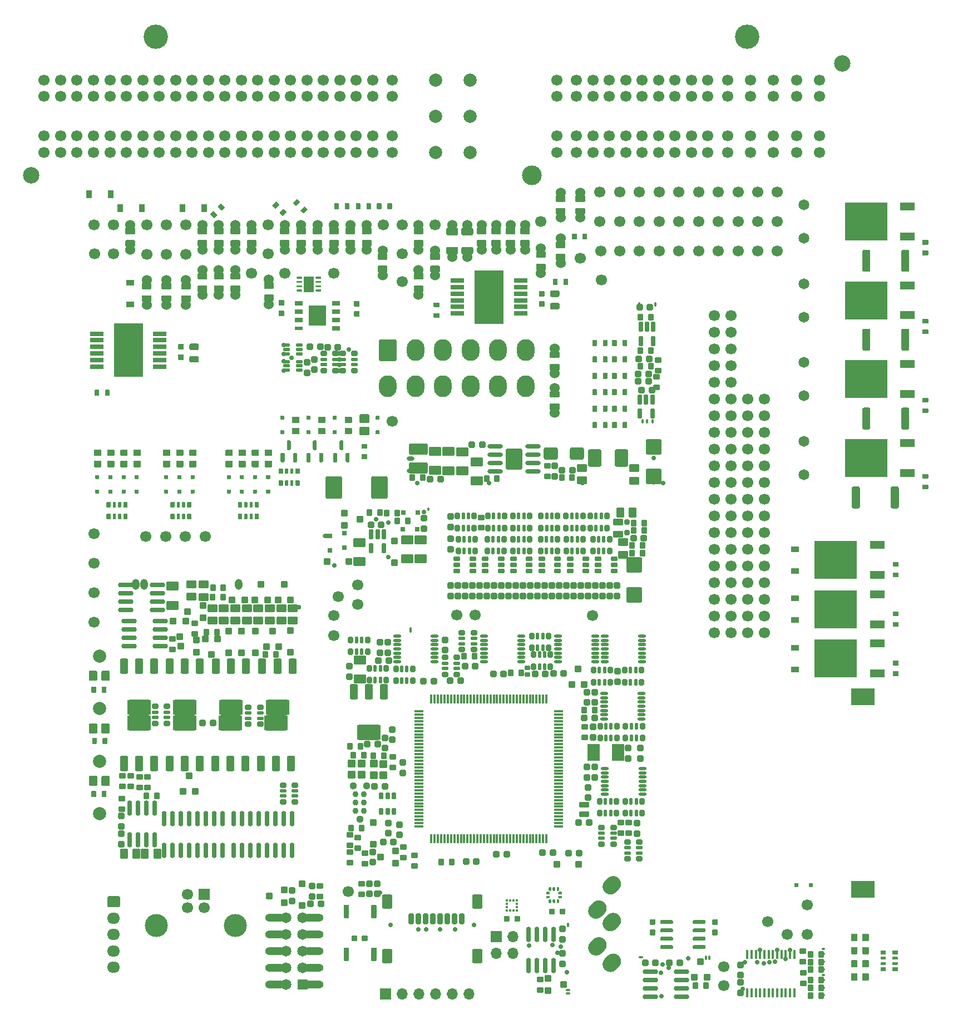
<source format=gts>
G75*
G70*
%OFA0B0*%
%FSLAX25Y25*%
%IPPOS*%
%LPD*%
%AMOC8*
5,1,8,0,0,1.08239X$1,22.5*
%
%AMM100*
21,1,0.031100,0.026380,0.000000,0.000000,90.000000*
21,1,0.020470,0.037010,0.000000,0.000000,90.000000*
1,1,0.010630,0.013190,0.010240*
1,1,0.010630,0.013190,-0.010240*
1,1,0.010630,-0.013190,-0.010240*
1,1,0.010630,-0.013190,0.010240*
%
%AMM101*
21,1,0.023230,0.027950,0.000000,0.000000,90.000000*
21,1,0.014170,0.037010,0.000000,0.000000,90.000000*
1,1,0.009060,0.013980,0.007090*
1,1,0.009060,0.013980,-0.007090*
1,1,0.009060,-0.013980,-0.007090*
1,1,0.009060,-0.013980,0.007090*
%
%AMM117*
21,1,0.018110,0.028980,0.000000,0.000000,270.000000*
21,1,0.010080,0.037010,0.000000,0.000000,270.000000*
1,1,0.008030,-0.014490,-0.005040*
1,1,0.008030,-0.014490,0.005040*
1,1,0.008030,0.014490,0.005040*
1,1,0.008030,0.014490,-0.005040*
%
%AMM164*
21,1,0.038980,0.026770,-0.000000,0.000000,0.000000*
21,1,0.026770,0.038980,-0.000000,0.000000,0.000000*
1,1,0.012210,0.013390,-0.013390*
1,1,0.012210,-0.013390,-0.013390*
1,1,0.012210,-0.013390,0.013390*
1,1,0.012210,0.013390,0.013390*
%
%AMM165*
21,1,0.033070,0.030710,-0.000000,0.000000,90.000000*
21,1,0.022050,0.041730,-0.000000,0.000000,90.000000*
1,1,0.011020,0.015350,0.011020*
1,1,0.011020,0.015350,-0.011020*
1,1,0.011020,-0.015350,-0.011020*
1,1,0.011020,-0.015350,0.011020*
%
%AMM167*
21,1,0.038980,0.026770,-0.000000,0.000000,270.000000*
21,1,0.026770,0.038980,-0.000000,0.000000,270.000000*
1,1,0.012210,-0.013390,-0.013390*
1,1,0.012210,-0.013390,0.013390*
1,1,0.012210,0.013390,0.013390*
1,1,0.012210,0.013390,-0.013390*
%
%AMM186*
21,1,0.040950,0.050000,-0.000000,-0.000000,90.000000*
21,1,0.028350,0.062600,-0.000000,-0.000000,90.000000*
1,1,0.012600,0.025000,0.014170*
1,1,0.012600,0.025000,-0.014170*
1,1,0.012600,-0.025000,-0.014170*
1,1,0.012600,-0.025000,0.014170*
%
%AMM187*
21,1,0.092130,0.073230,-0.000000,-0.000000,90.000000*
21,1,0.069290,0.096060,-0.000000,-0.000000,90.000000*
1,1,0.022840,0.036610,0.034650*
1,1,0.022840,0.036610,-0.034650*
1,1,0.022840,-0.036610,-0.034650*
1,1,0.022840,-0.036610,0.034650*
%
%AMM188*
21,1,0.033070,0.030710,-0.000000,-0.000000,270.000000*
21,1,0.022050,0.041730,-0.000000,-0.000000,270.000000*
1,1,0.011020,-0.015350,-0.011020*
1,1,0.011020,-0.015350,0.011020*
1,1,0.011020,0.015350,0.011020*
1,1,0.011020,0.015350,-0.011020*
%
%AMM189*
21,1,0.044880,0.049210,-0.000000,-0.000000,0.000000*
21,1,0.031500,0.062600,-0.000000,-0.000000,0.000000*
1,1,0.013390,0.015750,-0.024610*
1,1,0.013390,-0.015750,-0.024610*
1,1,0.013390,-0.015750,0.024610*
1,1,0.013390,0.015750,0.024610*
%
%AMM190*
21,1,0.029130,0.030710,-0.000000,-0.000000,270.000000*
21,1,0.018900,0.040950,-0.000000,-0.000000,270.000000*
1,1,0.010240,-0.015350,-0.009450*
1,1,0.010240,-0.015350,0.009450*
1,1,0.010240,0.015350,0.009450*
1,1,0.010240,0.015350,-0.009450*
%
%AMM191*
21,1,0.031100,0.026380,-0.000000,-0.000000,180.000000*
21,1,0.020470,0.037010,-0.000000,-0.000000,180.000000*
1,1,0.010630,-0.010240,0.013190*
1,1,0.010630,0.010240,0.013190*
1,1,0.010630,0.010240,-0.013190*
1,1,0.010630,-0.010240,-0.013190*
%
%AMM192*
21,1,0.023230,0.027950,-0.000000,-0.000000,180.000000*
21,1,0.014170,0.037010,-0.000000,-0.000000,180.000000*
1,1,0.009060,-0.007090,0.013980*
1,1,0.009060,0.007090,0.013980*
1,1,0.009060,0.007090,-0.013980*
1,1,0.009060,-0.007090,-0.013980*
%
%AMM193*
21,1,0.038980,0.026770,-0.000000,-0.000000,90.000000*
21,1,0.026770,0.038980,-0.000000,-0.000000,90.000000*
1,1,0.012210,0.013390,0.013390*
1,1,0.012210,0.013390,-0.013390*
1,1,0.012210,-0.013390,-0.013390*
1,1,0.012210,-0.013390,0.013390*
%
%AMM194*
21,1,0.033070,0.030710,-0.000000,-0.000000,180.000000*
21,1,0.022050,0.041730,-0.000000,-0.000000,180.000000*
1,1,0.011020,-0.011020,0.015350*
1,1,0.011020,0.011020,0.015350*
1,1,0.011020,0.011020,-0.015350*
1,1,0.011020,-0.011020,-0.015350*
%
%AMM195*
21,1,0.044880,0.049210,-0.000000,-0.000000,270.000000*
21,1,0.031500,0.062600,-0.000000,-0.000000,270.000000*
1,1,0.013390,-0.024610,-0.015750*
1,1,0.013390,-0.024610,0.015750*
1,1,0.013390,0.024610,0.015750*
1,1,0.013390,0.024610,-0.015750*
%
%AMM196*
21,1,0.038980,0.026770,-0.000000,-0.000000,0.000000*
21,1,0.026770,0.038980,-0.000000,-0.000000,0.000000*
1,1,0.012210,0.013390,-0.013390*
1,1,0.012210,-0.013390,-0.013390*
1,1,0.012210,-0.013390,0.013390*
1,1,0.012210,0.013390,0.013390*
%
%AMM204*
21,1,0.038980,0.026770,-0.000000,0.000000,90.000000*
21,1,0.026770,0.038980,-0.000000,0.000000,90.000000*
1,1,0.012210,0.013390,0.013390*
1,1,0.012210,0.013390,-0.013390*
1,1,0.012210,-0.013390,-0.013390*
1,1,0.012210,-0.013390,0.013390*
%
%AMM205*
21,1,0.033070,0.030710,-0.000000,0.000000,0.000000*
21,1,0.022050,0.041730,-0.000000,0.000000,0.000000*
1,1,0.011020,0.011020,-0.015350*
1,1,0.011020,-0.011020,-0.015350*
1,1,0.011020,-0.011020,0.015350*
1,1,0.011020,0.011020,0.015350*
%
%AMM22*
21,1,0.038980,0.026770,0.000000,0.000000,270.000000*
21,1,0.026770,0.038980,0.000000,0.000000,270.000000*
1,1,0.012210,-0.013390,-0.013390*
1,1,0.012210,-0.013390,0.013390*
1,1,0.012210,0.013390,0.013390*
1,1,0.012210,0.013390,-0.013390*
%
%AMM235*
21,1,0.033070,0.030710,-0.000000,0.000000,270.000000*
21,1,0.022050,0.041730,-0.000000,0.000000,270.000000*
1,1,0.011020,-0.015350,-0.011020*
1,1,0.011020,-0.015350,0.011020*
1,1,0.011020,0.015350,0.011020*
1,1,0.011020,0.015350,-0.011020*
%
%AMM245*
21,1,0.040950,0.030320,-0.000000,0.000000,270.000000*
21,1,0.028350,0.042910,-0.000000,0.000000,270.000000*
1,1,0.012600,-0.015160,-0.014170*
1,1,0.012600,-0.015160,0.014170*
1,1,0.012600,0.015160,0.014170*
1,1,0.012600,0.015160,-0.014170*
%
%AMM25*
21,1,0.038980,0.026770,0.000000,0.000000,180.000000*
21,1,0.026770,0.038980,0.000000,0.000000,180.000000*
1,1,0.012210,-0.013390,0.013390*
1,1,0.012210,0.013390,0.013390*
1,1,0.012210,0.013390,-0.013390*
1,1,0.012210,-0.013390,-0.013390*
%
%AMM281*
21,1,0.076380,0.036220,-0.000000,-0.000000,180.000000*
21,1,0.061810,0.050790,-0.000000,-0.000000,180.000000*
1,1,0.014570,-0.030910,0.018110*
1,1,0.014570,0.030910,0.018110*
1,1,0.014570,0.030910,-0.018110*
1,1,0.014570,-0.030910,-0.018110*
%
%AMM282*
21,1,0.033070,0.030710,-0.000000,-0.000000,90.000000*
21,1,0.022050,0.041730,-0.000000,-0.000000,90.000000*
1,1,0.011020,0.015350,0.011020*
1,1,0.011020,0.015350,-0.011020*
1,1,0.011020,-0.015350,-0.011020*
1,1,0.011020,-0.015350,0.011020*
%
%AMM283*
21,1,0.038980,0.026770,-0.000000,-0.000000,270.000000*
21,1,0.026770,0.038980,-0.000000,-0.000000,270.000000*
1,1,0.012210,-0.013390,-0.013390*
1,1,0.012210,-0.013390,0.013390*
1,1,0.012210,0.013390,0.013390*
1,1,0.012210,0.013390,-0.013390*
%
%AMM284*
21,1,0.033070,0.030710,-0.000000,-0.000000,0.000000*
21,1,0.022050,0.041730,-0.000000,-0.000000,0.000000*
1,1,0.011020,0.011020,-0.015350*
1,1,0.011020,-0.011020,-0.015350*
1,1,0.011020,-0.011020,0.015350*
1,1,0.011020,0.011020,0.015350*
%
%AMM285*
21,1,0.015350,0.017720,-0.000000,-0.000000,0.000000*
21,1,0.000000,0.033070,-0.000000,-0.000000,0.000000*
1,1,0.015350,-0.000000,-0.008860*
1,1,0.015350,-0.000000,-0.008860*
1,1,0.015350,-0.000000,0.008860*
1,1,0.015350,-0.000000,0.008860*
%
%AMM286*
21,1,0.029130,0.030710,-0.000000,-0.000000,0.000000*
21,1,0.018900,0.040950,-0.000000,-0.000000,0.000000*
1,1,0.010240,0.009450,-0.015350*
1,1,0.010240,-0.009450,-0.015350*
1,1,0.010240,-0.009450,0.015350*
1,1,0.010240,0.009450,0.015350*
%
%AMM287*
21,1,0.033070,0.018900,-0.000000,-0.000000,0.000000*
21,1,0.022840,0.029130,-0.000000,-0.000000,0.000000*
1,1,0.010240,0.011420,-0.009450*
1,1,0.010240,-0.011420,-0.009450*
1,1,0.010240,-0.011420,0.009450*
1,1,0.010240,0.011420,0.009450*
%
%AMM288*
21,1,0.143310,0.067720,-0.000000,-0.000000,180.000000*
21,1,0.120870,0.090160,-0.000000,-0.000000,180.000000*
1,1,0.022440,-0.060430,0.033860*
1,1,0.022440,0.060430,0.033860*
1,1,0.022440,0.060430,-0.033860*
1,1,0.022440,-0.060430,-0.033860*
%
%AMM289*
21,1,0.048820,0.075980,-0.000000,-0.000000,180.000000*
21,1,0.034650,0.090160,-0.000000,-0.000000,180.000000*
1,1,0.014170,-0.017320,0.037990*
1,1,0.014170,0.017320,0.037990*
1,1,0.014170,0.017320,-0.037990*
1,1,0.014170,-0.017320,-0.037990*
%
%AMM290*
21,1,0.048820,0.075990,-0.000000,-0.000000,180.000000*
21,1,0.034650,0.090160,-0.000000,-0.000000,180.000000*
1,1,0.014170,-0.017320,0.037990*
1,1,0.014170,0.017320,0.037990*
1,1,0.014170,0.017320,-0.037990*
1,1,0.014170,-0.017320,-0.037990*
%
%AMM291*
21,1,0.044880,0.035430,-0.000000,-0.000000,90.000000*
21,1,0.031500,0.048820,-0.000000,-0.000000,90.000000*
1,1,0.013390,0.017720,0.015750*
1,1,0.013390,0.017720,-0.015750*
1,1,0.013390,-0.017720,-0.015750*
1,1,0.013390,-0.017720,0.015750*
%
%AMM292*
21,1,0.040950,0.030320,-0.000000,-0.000000,90.000000*
21,1,0.028350,0.042910,-0.000000,-0.000000,90.000000*
1,1,0.012600,0.015160,0.014170*
1,1,0.012600,0.015160,-0.014170*
1,1,0.012600,-0.015160,-0.014170*
1,1,0.012600,-0.015160,0.014170*
%
%AMM293*
21,1,0.041340,0.026770,-0.000000,-0.000000,90.000000*
21,1,0.029130,0.038980,-0.000000,-0.000000,90.000000*
1,1,0.012210,0.013390,0.014570*
1,1,0.012210,0.013390,-0.014570*
1,1,0.012210,-0.013390,-0.014570*
1,1,0.012210,-0.013390,0.014570*
%
%AMM294*
21,1,0.040950,0.030320,-0.000000,-0.000000,0.000000*
21,1,0.028350,0.042910,-0.000000,-0.000000,0.000000*
1,1,0.012600,0.014170,-0.015160*
1,1,0.012600,-0.014170,-0.015160*
1,1,0.012600,-0.014170,0.015160*
1,1,0.012600,0.014170,0.015160*
%
%AMM295*
21,1,0.031100,0.026380,-0.000000,-0.000000,90.000000*
21,1,0.020470,0.037010,-0.000000,-0.000000,90.000000*
1,1,0.010630,0.013190,0.010240*
1,1,0.010630,0.013190,-0.010240*
1,1,0.010630,-0.013190,-0.010240*
1,1,0.010630,-0.013190,0.010240*
%
%AMM296*
21,1,0.023230,0.027950,-0.000000,-0.000000,90.000000*
21,1,0.014170,0.037010,-0.000000,-0.000000,90.000000*
1,1,0.009060,0.013980,0.007090*
1,1,0.009060,0.013980,-0.007090*
1,1,0.009060,-0.013980,-0.007090*
1,1,0.009060,-0.013980,0.007090*
%
%AMM297*
21,1,0.033070,0.049610,-0.000000,-0.000000,90.000000*
21,1,0.022050,0.060630,-0.000000,-0.000000,90.000000*
1,1,0.011020,0.024800,0.011020*
1,1,0.011020,0.024800,-0.011020*
1,1,0.011020,-0.024800,-0.011020*
1,1,0.011020,-0.024800,0.011020*
%
%AMM298*
21,1,0.041340,0.026770,-0.000000,-0.000000,0.000000*
21,1,0.029130,0.038980,-0.000000,-0.000000,0.000000*
1,1,0.012210,0.014570,-0.013390*
1,1,0.012210,-0.014570,-0.013390*
1,1,0.012210,-0.014570,0.013390*
1,1,0.012210,0.014570,0.013390*
%
%AMM312*
21,1,0.040950,0.030320,-0.000000,0.000000,90.000000*
21,1,0.028350,0.042910,-0.000000,0.000000,90.000000*
1,1,0.012600,0.015160,0.014170*
1,1,0.012600,0.015160,-0.014170*
1,1,0.012600,-0.015160,-0.014170*
1,1,0.012600,-0.015160,0.014170*
%
%AMM331*
21,1,0.038980,0.026770,-0.000000,-0.000000,180.000000*
21,1,0.026770,0.038980,-0.000000,-0.000000,180.000000*
1,1,0.012210,-0.013390,0.013390*
1,1,0.012210,0.013390,0.013390*
1,1,0.012210,0.013390,-0.013390*
1,1,0.012210,-0.013390,-0.013390*
%
%AMM332*
21,1,0.040950,0.030320,-0.000000,-0.000000,180.000000*
21,1,0.028350,0.042910,-0.000000,-0.000000,180.000000*
1,1,0.012600,-0.014170,0.015160*
1,1,0.012600,0.014170,0.015160*
1,1,0.012600,0.014170,-0.015160*
1,1,0.012600,-0.014170,-0.015160*
%
%AMM333*
21,1,0.048820,0.075980,-0.000000,-0.000000,0.000000*
21,1,0.034650,0.090160,-0.000000,-0.000000,0.000000*
1,1,0.014170,0.017320,-0.037990*
1,1,0.014170,-0.017320,-0.037990*
1,1,0.014170,-0.017320,0.037990*
1,1,0.014170,0.017320,0.037990*
%
%AMM334*
21,1,0.048820,0.075990,-0.000000,-0.000000,0.000000*
21,1,0.034650,0.090160,-0.000000,-0.000000,0.000000*
1,1,0.014170,0.017320,-0.037990*
1,1,0.014170,-0.017320,-0.037990*
1,1,0.014170,-0.017320,0.037990*
1,1,0.014170,0.017320,0.037990*
%
%AMM335*
21,1,0.143310,0.067720,-0.000000,-0.000000,0.000000*
21,1,0.120870,0.090160,-0.000000,-0.000000,0.000000*
1,1,0.022440,0.060430,-0.033860*
1,1,0.022440,-0.060430,-0.033860*
1,1,0.022440,-0.060430,0.033860*
1,1,0.022440,0.060430,0.033860*
%
%AMM336*
21,1,0.031100,0.026380,-0.000000,-0.000000,270.000000*
21,1,0.020470,0.037010,-0.000000,-0.000000,270.000000*
1,1,0.010630,-0.013190,-0.010240*
1,1,0.010630,-0.013190,0.010240*
1,1,0.010630,0.013190,0.010240*
1,1,0.010630,0.013190,-0.010240*
%
%AMM337*
21,1,0.023230,0.027950,-0.000000,-0.000000,270.000000*
21,1,0.014170,0.037010,-0.000000,-0.000000,270.000000*
1,1,0.009060,-0.013980,-0.007090*
1,1,0.009060,-0.013980,0.007090*
1,1,0.009060,0.013980,0.007090*
1,1,0.009060,0.013980,-0.007090*
%
%AMM338*
21,1,0.041340,0.026770,-0.000000,-0.000000,270.000000*
21,1,0.029130,0.038980,-0.000000,-0.000000,270.000000*
1,1,0.012210,-0.013390,-0.014570*
1,1,0.012210,-0.013390,0.014570*
1,1,0.012210,0.013390,0.014570*
1,1,0.012210,0.013390,-0.014570*
%
%AMM34*
21,1,0.033070,0.030710,0.000000,0.000000,270.000000*
21,1,0.022050,0.041730,0.000000,0.000000,270.000000*
1,1,0.011020,-0.015350,-0.011020*
1,1,0.011020,-0.015350,0.011020*
1,1,0.011020,0.015350,0.011020*
1,1,0.011020,0.015350,-0.011020*
%
%AMM347*
21,1,0.041340,0.026770,-0.000000,0.000000,90.000000*
21,1,0.029130,0.038980,-0.000000,0.000000,90.000000*
1,1,0.012210,0.013390,0.014570*
1,1,0.012210,0.013390,-0.014570*
1,1,0.012210,-0.013390,-0.014570*
1,1,0.012210,-0.013390,0.014570*
%
%AMM360*
21,1,0.038980,0.026770,0.000000,-0.000000,180.000000*
21,1,0.026770,0.038980,0.000000,-0.000000,180.000000*
1,1,0.012210,-0.013390,0.013390*
1,1,0.012210,0.013390,0.013390*
1,1,0.012210,0.013390,-0.013390*
1,1,0.012210,-0.013390,-0.013390*
%
%AMM361*
21,1,0.027170,0.052760,0.000000,-0.000000,180.000000*
21,1,0.017320,0.062600,0.000000,-0.000000,180.000000*
1,1,0.009840,-0.008660,0.026380*
1,1,0.009840,0.008660,0.026380*
1,1,0.009840,0.008660,-0.026380*
1,1,0.009840,-0.008660,-0.026380*
%
%AMM362*
21,1,0.033070,0.030710,0.000000,-0.000000,90.000000*
21,1,0.022050,0.041730,0.000000,-0.000000,90.000000*
1,1,0.011020,0.015350,0.011020*
1,1,0.011020,0.015350,-0.011020*
1,1,0.011020,-0.015350,-0.011020*
1,1,0.011020,-0.015350,0.011020*
%
%AMM363*
21,1,0.033070,0.030710,0.000000,-0.000000,180.000000*
21,1,0.022050,0.041730,0.000000,-0.000000,180.000000*
1,1,0.011020,-0.011020,0.015350*
1,1,0.011020,0.011020,0.015350*
1,1,0.011020,0.011020,-0.015350*
1,1,0.011020,-0.011020,-0.015350*
%
%AMM382*
21,1,0.040950,0.030320,-0.000000,-0.000000,270.000000*
21,1,0.028350,0.042910,-0.000000,-0.000000,270.000000*
1,1,0.012600,-0.015160,-0.014170*
1,1,0.012600,-0.015160,0.014170*
1,1,0.012600,0.015160,0.014170*
1,1,0.012600,0.015160,-0.014170*
%
%AMM383*
21,1,0.027170,0.052760,-0.000000,-0.000000,180.000000*
21,1,0.017320,0.062600,-0.000000,-0.000000,180.000000*
1,1,0.009840,-0.008660,0.026380*
1,1,0.009840,0.008660,0.026380*
1,1,0.009840,0.008660,-0.026380*
1,1,0.009840,-0.008660,-0.026380*
%
%AMM384*
21,1,0.100000,0.111020,-0.000000,-0.000000,0.000000*
21,1,0.075590,0.135430,-0.000000,-0.000000,0.000000*
1,1,0.024410,0.037800,-0.055510*
1,1,0.024410,-0.037800,-0.055510*
1,1,0.024410,-0.037800,0.055510*
1,1,0.024410,0.037800,0.055510*
%
%AMM385*
21,1,0.029130,0.018900,-0.000000,-0.000000,90.000000*
21,1,0.018900,0.029130,-0.000000,-0.000000,90.000000*
1,1,0.010240,0.009450,0.009450*
1,1,0.010240,0.009450,-0.009450*
1,1,0.010240,-0.009450,-0.009450*
1,1,0.010240,-0.009450,0.009450*
%
%AMM386*
21,1,0.041340,0.026770,-0.000000,-0.000000,180.000000*
21,1,0.029130,0.038980,-0.000000,-0.000000,180.000000*
1,1,0.012210,-0.014570,0.013390*
1,1,0.012210,0.014570,0.013390*
1,1,0.012210,0.014570,-0.013390*
1,1,0.012210,-0.014570,-0.013390*
%
%AMM387*
21,1,0.029130,0.018900,-0.000000,-0.000000,0.000000*
21,1,0.018900,0.029130,-0.000000,-0.000000,0.000000*
1,1,0.010240,0.009450,-0.009450*
1,1,0.010240,-0.009450,-0.009450*
1,1,0.010240,-0.009450,0.009450*
1,1,0.010240,0.009450,0.009450*
%
%AMM406*
21,1,0.111810,0.050390,-0.000000,-0.000000,180.000000*
21,1,0.093700,0.068500,-0.000000,-0.000000,180.000000*
1,1,0.018110,-0.046850,0.025200*
1,1,0.018110,0.046850,0.025200*
1,1,0.018110,0.046850,-0.025200*
1,1,0.018110,-0.046850,-0.025200*
%
%AMM407*
21,1,0.080320,0.083460,-0.000000,-0.000000,0.000000*
21,1,0.059840,0.103940,-0.000000,-0.000000,0.000000*
1,1,0.020470,0.029920,-0.041730*
1,1,0.020470,-0.029920,-0.041730*
1,1,0.020470,-0.029920,0.041730*
1,1,0.020470,0.029920,0.041730*
%
%AMM408*
21,1,0.127560,0.075590,-0.000000,-0.000000,90.000000*
21,1,0.103150,0.100000,-0.000000,-0.000000,90.000000*
1,1,0.024410,0.037800,0.051580*
1,1,0.024410,0.037800,-0.051580*
1,1,0.024410,-0.037800,-0.051580*
1,1,0.024410,-0.037800,0.051580*
%
%AMM409*
21,1,0.084250,0.053540,-0.000000,-0.000000,0.000000*
21,1,0.065350,0.072440,-0.000000,-0.000000,0.000000*
1,1,0.018900,0.032680,-0.026770*
1,1,0.018900,-0.032680,-0.026770*
1,1,0.018900,-0.032680,0.026770*
1,1,0.018900,0.032680,0.026770*
%
%AMM410*
21,1,0.076380,0.036220,-0.000000,-0.000000,0.000000*
21,1,0.061810,0.050790,-0.000000,-0.000000,0.000000*
1,1,0.014570,0.030910,-0.018110*
1,1,0.014570,-0.030910,-0.018110*
1,1,0.014570,-0.030910,0.018110*
1,1,0.014570,0.030910,0.018110*
%
%AMM411*
21,1,0.092130,0.073230,-0.000000,-0.000000,270.000000*
21,1,0.069290,0.096060,-0.000000,-0.000000,270.000000*
1,1,0.022840,-0.036610,-0.034650*
1,1,0.022840,-0.036610,0.034650*
1,1,0.022840,0.036610,0.034650*
1,1,0.022840,0.036610,-0.034650*
%
%AMM63*
21,1,0.038980,0.026770,0.000000,0.000000,90.000000*
21,1,0.026770,0.038980,0.000000,0.000000,90.000000*
1,1,0.012210,0.013390,0.013390*
1,1,0.012210,0.013390,-0.013390*
1,1,0.012210,-0.013390,-0.013390*
1,1,0.012210,-0.013390,0.013390*
%
%AMM84*
21,1,0.084250,0.045670,0.000000,0.000000,270.000000*
21,1,0.067320,0.062600,0.000000,0.000000,270.000000*
1,1,0.016930,-0.022840,-0.033660*
1,1,0.016930,-0.022840,0.033660*
1,1,0.016930,0.022840,0.033660*
1,1,0.016930,0.022840,-0.033660*
%
%AMM85*
21,1,0.064570,0.020470,0.000000,0.000000,270.000000*
21,1,0.053940,0.031100,0.000000,0.000000,270.000000*
1,1,0.010630,-0.010240,-0.026970*
1,1,0.010630,-0.010240,0.026970*
1,1,0.010630,0.010240,0.026970*
1,1,0.010630,0.010240,-0.026970*
%
%ADD11C,0.06693*%
%ADD12R,0.06693X0.06693*%
%ADD129C,0.03701*%
%ADD13O,0.06693X0.06693*%
%ADD133M22*%
%ADD136M25*%
%ADD14C,0.06000*%
%ADD15R,0.08661X0.04724*%
%ADD153M34*%
%ADD154C,0.02913*%
%ADD16R,0.25197X0.22835*%
%ADD17C,0.07874*%
%ADD18C,0.13780*%
%ADD19R,0.03543X0.04724*%
%ADD190M63*%
%ADD194O,0.05669X0.01417*%
%ADD195O,0.01417X0.05669*%
%ADD20R,0.05157X0.02559*%
%ADD200O,0.04882X0.01732*%
%ADD203R,0.07244X0.10000*%
%ADD208C,0.03651*%
%ADD21R,0.05157X0.02362*%
%ADD211C,0.04451*%
%ADD22R,0.05217X0.05906*%
%ADD223M84*%
%ADD224M85*%
%ADD23C,0.05906*%
%ADD239O,0.04488X0.06457*%
%ADD24R,0.04724X0.03543*%
%ADD240O,0.03701X0.02913*%
%ADD244M100*%
%ADD245M101*%
%ADD246O,0.02913X0.09213*%
%ADD247O,0.09213X0.02913*%
%ADD25R,0.06299X0.09449*%
%ADD250O,0.02126X0.01339*%
%ADD257O,0.02520X0.01535*%
%ADD258O,0.01535X0.02520*%
%ADD26C,0.06496*%
%ADD270C,0.06457*%
%ADD271R,0.06457X0.06457*%
%ADD277M117*%
%ADD292O,0.04488X0.02520*%
%ADD293O,0.01339X0.02520*%
%ADD30C,0.02362*%
%ADD308O,0.09213X0.02520*%
%ADD313O,0.02520X0.04488*%
%ADD32O,0.01969X0.00984*%
%ADD335M164*%
%ADD336M165*%
%ADD338M167*%
%ADD35O,0.01575X0.00787*%
%ADD357M186*%
%ADD358M187*%
%ADD359M188*%
%ADD360M189*%
%ADD361M190*%
%ADD362M191*%
%ADD363M192*%
%ADD364M193*%
%ADD365M194*%
%ADD366M195*%
%ADD367M196*%
%ADD377O,0.01535X0.05512*%
%ADD378M204*%
%ADD379M205*%
%ADD40O,0.03937X0.01969*%
%ADD411M235*%
%ADD423M245*%
%ADD44O,0.00787X0.01969*%
%ADD459M281*%
%ADD460M282*%
%ADD461M283*%
%ADD462M284*%
%ADD463M285*%
%ADD464M286*%
%ADD465M287*%
%ADD466M288*%
%ADD467M289*%
%ADD468M290*%
%ADD469M291*%
%ADD470M292*%
%ADD471M293*%
%ADD472M294*%
%ADD473M295*%
%ADD474M296*%
%ADD475M297*%
%ADD476M298*%
%ADD500M312*%
%ADD524M331*%
%ADD525M332*%
%ADD526M333*%
%ADD527M334*%
%ADD528M335*%
%ADD529M336*%
%ADD530M337*%
%ADD531M338*%
%ADD541O,0.11772X0.04567*%
%ADD542M347*%
%ADD55O,0.10630X0.12992*%
%ADD555M360*%
%ADD556M361*%
%ADD557M362*%
%ADD558M363*%
%ADD56R,0.01378X0.01476*%
%ADD57R,0.01476X0.01378*%
%ADD58O,0.07677X0.06693*%
%ADD585M382*%
%ADD586M383*%
%ADD587M384*%
%ADD588M385*%
%ADD589M386*%
%ADD59R,0.07874X0.02559*%
%ADD590M387*%
%ADD60R,0.17717X0.31890*%
%ADD617M406*%
%ADD618M407*%
%ADD619M408*%
%ADD620M409*%
%ADD621M410*%
%ADD622M411*%
%ADD64O,0.00984X0.01969*%
%ADD65R,0.14173X0.10236*%
%ADD75O,0.03937X0.05906*%
%ADD76O,0.03150X0.02362*%
%ADD86C,0.09843*%
%ADD87C,0.14567*%
%ADD88C,0.11811*%
X0000000Y0000000D02*
%LPD*%
G01*
G36*
G01*
X0265157Y0495709D02*
X0265157Y0498780D01*
G75*
G02*
X0265433Y0499055I0000276J0000000D01*
G01*
X0267638Y0499055D01*
G75*
G02*
X0267913Y0498780I0000000J-000276D01*
G01*
X0267913Y0495709D01*
G75*
G02*
X0267638Y0495433I-000276J0000000D01*
G01*
X0265433Y0495433D01*
G75*
G02*
X0265157Y0495709I0000000J0000276D01*
G01*
G37*
G36*
G01*
X0271457Y0495709D02*
X0271457Y0498780D01*
G75*
G02*
X0271732Y0499055I0000276J0000000D01*
G01*
X0273937Y0499055D01*
G75*
G02*
X0274213Y0498780I0000000J-000276D01*
G01*
X0274213Y0495709D01*
G75*
G02*
X0273937Y0495433I-000276J0000000D01*
G01*
X0271732Y0495433D01*
G75*
G02*
X0271457Y0495709I0000000J0000276D01*
G01*
G37*
D11*
X0411417Y0505906D03*
G36*
G01*
X0403740Y0480669D02*
X0403740Y0477598D01*
G75*
G02*
X0403465Y0477323I-000276J0000000D01*
G01*
X0401260Y0477323D01*
G75*
G02*
X0400984Y0477598I0000000J0000276D01*
G01*
X0400984Y0480669D01*
G75*
G02*
X0401260Y0480945I0000276J0000000D01*
G01*
X0403465Y0480945D01*
G75*
G02*
X0403740Y0480669I0000000J-000276D01*
G01*
G37*
G36*
G01*
X0397441Y0480669D02*
X0397441Y0477598D01*
G75*
G02*
X0397165Y0477323I-000276J0000000D01*
G01*
X0394961Y0477323D01*
G75*
G02*
X0394685Y0477598I0000000J0000276D01*
G01*
X0394685Y0480669D01*
G75*
G02*
X0394961Y0480945I0000276J0000000D01*
G01*
X0397165Y0480945D01*
G75*
G02*
X0397441Y0480669I0000000J-000276D01*
G01*
G37*
G36*
G01*
X0596752Y0375689D02*
X0596752Y0364469D01*
G75*
G02*
X0595768Y0363484I-000984J0000000D01*
G01*
X0592913Y0363484D01*
G75*
G02*
X0591929Y0364469I0000000J0000984D01*
G01*
X0591929Y0375689D01*
G75*
G02*
X0592913Y0376673I0000984J0000000D01*
G01*
X0595768Y0376673D01*
G75*
G02*
X0596752Y0375689I0000000J-000984D01*
G01*
G37*
G36*
G01*
X0573425Y0375689D02*
X0573425Y0364469D01*
G75*
G02*
X0572441Y0363484I-000984J0000000D01*
G01*
X0569587Y0363484D01*
G75*
G02*
X0568602Y0364469I0000000J0000984D01*
G01*
X0568602Y0375689D01*
G75*
G02*
X0569587Y0376673I0000984J0000000D01*
G01*
X0572441Y0376673D01*
G75*
G02*
X0573425Y0375689I0000000J-000984D01*
G01*
G37*
X0505906Y0470472D03*
X0446850Y0488189D03*
D12*
X0282992Y0025591D03*
D13*
X0292992Y0025591D03*
X0302992Y0025591D03*
X0312992Y0025591D03*
X0322992Y0025591D03*
X0332992Y0025591D03*
D14*
X0331890Y0486024D03*
G36*
G01*
X0328346Y0480728D02*
X0328346Y0483445D01*
G75*
G02*
X0329252Y0484350I0000906J0000000D01*
G01*
X0334528Y0484350D01*
G75*
G02*
X0335433Y0483445I0000000J-000906D01*
G01*
X0335433Y0480728D01*
G75*
G02*
X0334528Y0479823I-000906J0000000D01*
G01*
X0329252Y0479823D01*
G75*
G02*
X0328346Y0480728I0000000J0000906D01*
G01*
G37*
G36*
G01*
X0328346Y0469311D02*
X0328346Y0472028D01*
G75*
G02*
X0329252Y0472933I0000906J0000000D01*
G01*
X0334528Y0472933D01*
G75*
G02*
X0335433Y0472028I0000000J-000906D01*
G01*
X0335433Y0469311D01*
G75*
G02*
X0334528Y0468405I-000906J0000000D01*
G01*
X0329252Y0468405D01*
G75*
G02*
X0328346Y0469311I0000000J0000906D01*
G01*
G37*
X0331890Y0466732D03*
D11*
X0260630Y0086614D03*
D15*
X0595669Y0337480D03*
D16*
X0570866Y0346457D03*
D15*
X0595669Y0355433D03*
G36*
G01*
X0418680Y0394134D02*
X0418680Y0397205D01*
G75*
G02*
X0418956Y0397480I0000276J0000000D01*
G01*
X0421160Y0397480D01*
G75*
G02*
X0421436Y0397205I0000000J-000276D01*
G01*
X0421436Y0394134D01*
G75*
G02*
X0421160Y0393858I-000276J0000000D01*
G01*
X0418956Y0393858D01*
G75*
G02*
X0418680Y0394134I0000000J0000276D01*
G01*
G37*
G36*
G01*
X0424979Y0394134D02*
X0424979Y0397205D01*
G75*
G02*
X0425255Y0397480I0000276J0000000D01*
G01*
X0427460Y0397480D01*
G75*
G02*
X0427735Y0397205I0000000J-000276D01*
G01*
X0427735Y0394134D01*
G75*
G02*
X0427460Y0393858I-000276J0000000D01*
G01*
X0425255Y0393858D01*
G75*
G02*
X0424979Y0394134I0000000J0000276D01*
G01*
G37*
D11*
X0482283Y0505906D03*
X0499921Y0291772D03*
X0499921Y0301772D03*
X0499921Y0311772D03*
X0499921Y0321772D03*
X0499921Y0331772D03*
X0509921Y0291772D03*
X0509921Y0301772D03*
X0509921Y0311772D03*
X0509921Y0321772D03*
X0509921Y0331772D03*
X0312598Y0486240D03*
G36*
G01*
X0116929Y0325433D02*
X0116929Y0327323D01*
G75*
G02*
X0117165Y0327559I0000236J0000000D01*
G01*
X0119055Y0327559D01*
G75*
G02*
X0119291Y0327323I0000000J-000236D01*
G01*
X0119291Y0325433D01*
G75*
G02*
X0119055Y0325197I-000236J0000000D01*
G01*
X0117165Y0325197D01*
G75*
G02*
X0116929Y0325433I0000000J0000236D01*
G01*
G37*
G36*
G01*
X0116929Y0334094D02*
X0116929Y0335984D01*
G75*
G02*
X0117165Y0336220I0000236J0000000D01*
G01*
X0119055Y0336220D01*
G75*
G02*
X0119291Y0335984I0000000J-000236D01*
G01*
X0119291Y0334094D01*
G75*
G02*
X0119055Y0333858I-000236J0000000D01*
G01*
X0117165Y0333858D01*
G75*
G02*
X0116929Y0334094I0000000J0000236D01*
G01*
G37*
D86*
X0070522Y0515748D03*
D87*
X0145325Y0598819D03*
X0499656Y0598819D03*
D88*
X0370522Y0515748D03*
D86*
X0556742Y0582677D03*
D11*
X0542963Y0572835D03*
X0529183Y0572835D03*
X0515404Y0572835D03*
X0501624Y0572835D03*
X0487844Y0572835D03*
X0476033Y0572835D03*
X0466191Y0572835D03*
X0456348Y0572835D03*
X0446506Y0572835D03*
X0436663Y0572835D03*
X0426821Y0572835D03*
X0416978Y0572835D03*
X0407136Y0572835D03*
X0397293Y0572835D03*
X0385482Y0572835D03*
X0542963Y0562992D03*
X0529183Y0562992D03*
X0515404Y0562992D03*
X0501624Y0562992D03*
X0487844Y0562992D03*
X0476033Y0562992D03*
X0466191Y0562992D03*
X0456348Y0562992D03*
X0446506Y0562992D03*
X0436663Y0562992D03*
X0426821Y0562992D03*
X0416978Y0562992D03*
X0407136Y0562992D03*
X0397293Y0562992D03*
X0385482Y0562992D03*
X0542963Y0539370D03*
X0529183Y0539370D03*
X0515404Y0539370D03*
X0501624Y0539370D03*
X0487844Y0539370D03*
X0476033Y0539370D03*
X0466191Y0539370D03*
X0456348Y0539370D03*
X0446506Y0539370D03*
X0436663Y0539370D03*
X0426821Y0539370D03*
X0416978Y0539370D03*
X0407136Y0539370D03*
X0397293Y0539370D03*
X0385482Y0539370D03*
X0542963Y0529528D03*
X0529183Y0529528D03*
X0515404Y0529528D03*
X0501624Y0529528D03*
X0487844Y0529528D03*
X0476033Y0529528D03*
X0466191Y0529528D03*
X0456348Y0529528D03*
X0446506Y0529528D03*
X0436663Y0529528D03*
X0426821Y0529528D03*
X0416978Y0529528D03*
X0407136Y0529528D03*
X0397293Y0529528D03*
X0385482Y0529528D03*
D17*
X0333514Y0572835D03*
X0313041Y0572835D03*
X0333514Y0551181D03*
X0313041Y0551181D03*
X0333514Y0529528D03*
X0313041Y0529528D03*
D11*
X0287057Y0572835D03*
X0275246Y0572835D03*
X0265404Y0572835D03*
X0255561Y0572835D03*
X0245719Y0572835D03*
X0235876Y0572835D03*
X0226033Y0572835D03*
X0216191Y0572835D03*
X0206348Y0572835D03*
X0196506Y0572835D03*
X0186663Y0572835D03*
X0176821Y0572835D03*
X0166978Y0572835D03*
X0157136Y0572835D03*
X0147293Y0572835D03*
X0137451Y0572835D03*
X0127608Y0572835D03*
X0117766Y0572835D03*
X0107923Y0572835D03*
X0098081Y0572835D03*
X0088238Y0572835D03*
X0078396Y0572835D03*
X0287057Y0562992D03*
X0275246Y0562992D03*
X0265404Y0562992D03*
X0255561Y0562992D03*
X0245719Y0562992D03*
X0235876Y0562992D03*
X0226033Y0562992D03*
X0216191Y0562992D03*
X0206348Y0562992D03*
X0196506Y0562992D03*
X0186663Y0562992D03*
X0176821Y0562992D03*
X0166978Y0562992D03*
X0157136Y0562992D03*
X0147293Y0562992D03*
X0137451Y0562992D03*
X0127608Y0562992D03*
X0117766Y0562992D03*
X0107923Y0562992D03*
X0098081Y0562992D03*
X0088238Y0562992D03*
X0078396Y0562992D03*
X0287057Y0539370D03*
X0275246Y0539370D03*
X0265404Y0539370D03*
X0255561Y0539370D03*
X0245719Y0539370D03*
X0235876Y0539370D03*
X0226033Y0539370D03*
X0216191Y0539370D03*
X0206348Y0539370D03*
X0196506Y0539370D03*
X0186663Y0539370D03*
X0176821Y0539370D03*
X0166978Y0539370D03*
X0157136Y0539370D03*
X0147293Y0539370D03*
X0137451Y0539370D03*
X0127608Y0539370D03*
X0117766Y0539370D03*
X0107923Y0539370D03*
X0098081Y0539370D03*
X0088238Y0539370D03*
X0078396Y0539370D03*
X0287057Y0529528D03*
X0275246Y0529528D03*
X0265404Y0529528D03*
X0255561Y0529528D03*
X0245719Y0529528D03*
X0235876Y0529528D03*
X0226033Y0529528D03*
X0216191Y0529528D03*
X0206348Y0529528D03*
X0196506Y0529528D03*
X0186663Y0529528D03*
X0176821Y0529528D03*
X0166978Y0529528D03*
X0157136Y0529528D03*
X0147293Y0529528D03*
X0137451Y0529528D03*
X0127608Y0529528D03*
X0117766Y0529528D03*
X0107923Y0529528D03*
X0098081Y0529528D03*
X0088238Y0529528D03*
X0078396Y0529528D03*
G36*
G01*
X0165846Y0439961D02*
X0160925Y0439961D01*
G75*
G02*
X0160531Y0440354I0000000J0000394D01*
G01*
X0160531Y0443504D01*
G75*
G02*
X0160925Y0443898I0000394J0000000D01*
G01*
X0165846Y0443898D01*
G75*
G02*
X0166240Y0443504I0000000J-000394D01*
G01*
X0166240Y0440354D01*
G75*
G02*
X0165846Y0439961I-000394J0000000D01*
G01*
G37*
D14*
X0163386Y0438169D03*
X0163386Y0453169D03*
G36*
G01*
X0165846Y0447441D02*
X0160925Y0447441D01*
G75*
G02*
X0160531Y0447835I0000000J0000394D01*
G01*
X0160531Y0450984D01*
G75*
G02*
X0160925Y0451378I0000394J0000000D01*
G01*
X0165846Y0451378D01*
G75*
G02*
X0166240Y0450984I0000000J-000394D01*
G01*
X0166240Y0447835D01*
G75*
G02*
X0165846Y0447441I-000394J0000000D01*
G01*
G37*
G36*
G01*
X0481693Y0060610D02*
X0479016Y0060610D01*
G75*
G02*
X0478681Y0060945I0000000J0000335D01*
G01*
X0478681Y0063622D01*
G75*
G02*
X0479016Y0063957I0000335J0000000D01*
G01*
X0481693Y0063957D01*
G75*
G02*
X0482028Y0063622I0000000J-000335D01*
G01*
X0482028Y0060945D01*
G75*
G02*
X0481693Y0060610I-000335J0000000D01*
G01*
G37*
G36*
G01*
X0481693Y0066831D02*
X0479016Y0066831D01*
G75*
G02*
X0478681Y0067165I0000000J0000335D01*
G01*
X0478681Y0069843D01*
G75*
G02*
X0479016Y0070177I0000335J0000000D01*
G01*
X0481693Y0070177D01*
G75*
G02*
X0482028Y0069843I0000000J-000335D01*
G01*
X0482028Y0067165D01*
G75*
G02*
X0481693Y0066831I-000335J0000000D01*
G01*
G37*
D11*
X0458661Y0505906D03*
G36*
G01*
X0115759Y0209280D02*
X0115759Y0206210D01*
G75*
G02*
X0115484Y0205934I-000276J0000000D01*
G01*
X0113279Y0205934D01*
G75*
G02*
X0113003Y0206210I0000000J0000276D01*
G01*
X0113003Y0209280D01*
G75*
G02*
X0113279Y0209556I0000276J0000000D01*
G01*
X0115484Y0209556D01*
G75*
G02*
X0115759Y0209280I0000000J-000276D01*
G01*
G37*
G36*
G01*
X0109460Y0209280D02*
X0109460Y0206210D01*
G75*
G02*
X0109184Y0205934I-000276J0000000D01*
G01*
X0106980Y0205934D01*
G75*
G02*
X0106704Y0206210I0000000J0000276D01*
G01*
X0106704Y0209280D01*
G75*
G02*
X0106980Y0209556I0000276J0000000D01*
G01*
X0109184Y0209556D01*
G75*
G02*
X0109460Y0209280I0000000J-000276D01*
G01*
G37*
D14*
X0139764Y0438169D03*
G36*
G01*
X0142224Y0439961D02*
X0137303Y0439961D01*
G75*
G02*
X0136909Y0440354I0000000J0000394D01*
G01*
X0136909Y0443504D01*
G75*
G02*
X0137303Y0443898I0000394J0000000D01*
G01*
X0142224Y0443898D01*
G75*
G02*
X0142618Y0443504I0000000J-000394D01*
G01*
X0142618Y0440354D01*
G75*
G02*
X0142224Y0439961I-000394J0000000D01*
G01*
G37*
G36*
G01*
X0142224Y0447441D02*
X0137303Y0447441D01*
G75*
G02*
X0136909Y0447835I0000000J0000394D01*
G01*
X0136909Y0450984D01*
G75*
G02*
X0137303Y0451378I0000394J0000000D01*
G01*
X0142224Y0451378D01*
G75*
G02*
X0142618Y0450984I0000000J-000394D01*
G01*
X0142618Y0447835D01*
G75*
G02*
X0142224Y0447441I-000394J0000000D01*
G01*
G37*
X0139764Y0453169D03*
G36*
G01*
X0406869Y0364606D02*
X0406869Y0367677D01*
G75*
G02*
X0407145Y0367953I0000276J0000000D01*
G01*
X0409349Y0367953D01*
G75*
G02*
X0409625Y0367677I0000000J-000276D01*
G01*
X0409625Y0364606D01*
G75*
G02*
X0409349Y0364331I-000276J0000000D01*
G01*
X0407145Y0364331D01*
G75*
G02*
X0406869Y0364606I0000000J0000276D01*
G01*
G37*
G36*
G01*
X0413168Y0364606D02*
X0413168Y0367677D01*
G75*
G02*
X0413444Y0367953I0000276J0000000D01*
G01*
X0415648Y0367953D01*
G75*
G02*
X0415924Y0367677I0000000J-000276D01*
G01*
X0415924Y0364606D01*
G75*
G02*
X0415648Y0364331I-000276J0000000D01*
G01*
X0413444Y0364331D01*
G75*
G02*
X0413168Y0364606I0000000J0000276D01*
G01*
G37*
D12*
X0174213Y0084951D03*
D11*
X0164370Y0084951D03*
X0164370Y0077077D03*
X0174213Y0077077D03*
D18*
X0192992Y0066407D03*
X0145591Y0066407D03*
D11*
X0411811Y0470472D03*
X0325591Y0252362D03*
D14*
X0384252Y0412028D03*
G36*
G01*
X0381791Y0410236D02*
X0386713Y0410236D01*
G75*
G02*
X0387106Y0409843I0000000J-000394D01*
G01*
X0387106Y0406693D01*
G75*
G02*
X0386713Y0406299I-000394J0000000D01*
G01*
X0381791Y0406299D01*
G75*
G02*
X0381398Y0406693I0000000J0000394D01*
G01*
X0381398Y0409843D01*
G75*
G02*
X0381791Y0410236I0000394J0000000D01*
G01*
G37*
G36*
G01*
X0381791Y0402756D02*
X0386713Y0402756D01*
G75*
G02*
X0387106Y0402362I0000000J-000394D01*
G01*
X0387106Y0399213D01*
G75*
G02*
X0386713Y0398819I-000394J0000000D01*
G01*
X0381791Y0398819D01*
G75*
G02*
X0381398Y0399213I0000000J0000394D01*
G01*
X0381398Y0402362D01*
G75*
G02*
X0381791Y0402756I0000394J0000000D01*
G01*
G37*
X0384252Y0397028D03*
D11*
X0485433Y0041732D03*
G36*
G01*
X0447441Y0067933D02*
X0447441Y0069114D01*
G75*
G02*
X0448031Y0069705I0000591J0000000D01*
G01*
X0454528Y0069705D01*
G75*
G02*
X0455118Y0069114I0000000J-000591D01*
G01*
X0455118Y0067933D01*
G75*
G02*
X0454528Y0067343I-000591J0000000D01*
G01*
X0448031Y0067343D01*
G75*
G02*
X0447441Y0067933I0000000J0000591D01*
G01*
G37*
G36*
G01*
X0447441Y0062933D02*
X0447441Y0064114D01*
G75*
G02*
X0448031Y0064705I0000591J0000000D01*
G01*
X0454528Y0064705D01*
G75*
G02*
X0455118Y0064114I0000000J-000591D01*
G01*
X0455118Y0062933D01*
G75*
G02*
X0454528Y0062343I-000591J0000000D01*
G01*
X0448031Y0062343D01*
G75*
G02*
X0447441Y0062933I0000000J0000591D01*
G01*
G37*
G36*
G01*
X0447441Y0057933D02*
X0447441Y0059114D01*
G75*
G02*
X0448031Y0059705I0000591J0000000D01*
G01*
X0454528Y0059705D01*
G75*
G02*
X0455118Y0059114I0000000J-000591D01*
G01*
X0455118Y0057933D01*
G75*
G02*
X0454528Y0057343I-000591J0000000D01*
G01*
X0448031Y0057343D01*
G75*
G02*
X0447441Y0057933I0000000J0000591D01*
G01*
G37*
G36*
G01*
X0447441Y0052933D02*
X0447441Y0054114D01*
G75*
G02*
X0448031Y0054705I0000591J0000000D01*
G01*
X0454528Y0054705D01*
G75*
G02*
X0455118Y0054114I0000000J-000591D01*
G01*
X0455118Y0052933D01*
G75*
G02*
X0454528Y0052343I-000591J0000000D01*
G01*
X0448031Y0052343D01*
G75*
G02*
X0447441Y0052933I0000000J0000591D01*
G01*
G37*
G36*
G01*
X0466929Y0052933D02*
X0466929Y0054114D01*
G75*
G02*
X0467520Y0054705I0000591J0000000D01*
G01*
X0474016Y0054705D01*
G75*
G02*
X0474606Y0054114I0000000J-000591D01*
G01*
X0474606Y0052933D01*
G75*
G02*
X0474016Y0052343I-000591J0000000D01*
G01*
X0467520Y0052343D01*
G75*
G02*
X0466929Y0052933I0000000J0000591D01*
G01*
G37*
G36*
G01*
X0466929Y0057933D02*
X0466929Y0059114D01*
G75*
G02*
X0467520Y0059705I0000591J0000000D01*
G01*
X0474016Y0059705D01*
G75*
G02*
X0474606Y0059114I0000000J-000591D01*
G01*
X0474606Y0057933D01*
G75*
G02*
X0474016Y0057343I-000591J0000000D01*
G01*
X0467520Y0057343D01*
G75*
G02*
X0466929Y0057933I0000000J0000591D01*
G01*
G37*
G36*
G01*
X0466929Y0062933D02*
X0466929Y0064114D01*
G75*
G02*
X0467520Y0064705I0000591J0000000D01*
G01*
X0474016Y0064705D01*
G75*
G02*
X0474606Y0064114I0000000J-000591D01*
G01*
X0474606Y0062933D01*
G75*
G02*
X0474016Y0062343I-000591J0000000D01*
G01*
X0467520Y0062343D01*
G75*
G02*
X0466929Y0062933I0000000J0000591D01*
G01*
G37*
G36*
G01*
X0466929Y0067933D02*
X0466929Y0069114D01*
G75*
G02*
X0467520Y0069705I0000591J0000000D01*
G01*
X0474016Y0069705D01*
G75*
G02*
X0474606Y0069114I0000000J-000591D01*
G01*
X0474606Y0067933D01*
G75*
G02*
X0474016Y0067343I-000591J0000000D01*
G01*
X0467520Y0067343D01*
G75*
G02*
X0466929Y0067933I0000000J0000591D01*
G01*
G37*
X0458661Y0488189D03*
G36*
G01*
X0596752Y0422933D02*
X0596752Y0411713D01*
G75*
G02*
X0595768Y0410728I-000984J0000000D01*
G01*
X0592913Y0410728D01*
G75*
G02*
X0591929Y0411713I0000000J0000984D01*
G01*
X0591929Y0422933D01*
G75*
G02*
X0592913Y0423917I0000984J0000000D01*
G01*
X0595768Y0423917D01*
G75*
G02*
X0596752Y0422933I0000000J-000984D01*
G01*
G37*
G36*
G01*
X0573425Y0422933D02*
X0573425Y0411713D01*
G75*
G02*
X0572441Y0410728I-000984J0000000D01*
G01*
X0569587Y0410728D01*
G75*
G02*
X0568602Y0411713I0000000J0000984D01*
G01*
X0568602Y0422933D01*
G75*
G02*
X0569587Y0423917I0000984J0000000D01*
G01*
X0572441Y0423917D01*
G75*
G02*
X0573425Y0422933I0000000J-000984D01*
G01*
G37*
X0139370Y0299606D03*
X0292913Y0451969D03*
G36*
G01*
X0187402Y0351575D02*
X0190945Y0351575D01*
G75*
G02*
X0191339Y0351181I0000000J-000394D01*
G01*
X0191339Y0348031D01*
G75*
G02*
X0190945Y0347638I-000394J0000000D01*
G01*
X0187402Y0347638D01*
G75*
G02*
X0187008Y0348031I0000000J0000394D01*
G01*
X0187008Y0351181D01*
G75*
G02*
X0187402Y0351575I0000394J0000000D01*
G01*
G37*
G36*
G01*
X0187402Y0344882D02*
X0190945Y0344882D01*
G75*
G02*
X0191339Y0344488I0000000J-000394D01*
G01*
X0191339Y0341339D01*
G75*
G02*
X0190945Y0340945I-000394J0000000D01*
G01*
X0187402Y0340945D01*
G75*
G02*
X0187008Y0341339I0000000J0000394D01*
G01*
X0187008Y0344488D01*
G75*
G02*
X0187402Y0344882I0000394J0000000D01*
G01*
G37*
X0266142Y0270472D03*
D14*
X0183071Y0471240D03*
G36*
G01*
X0185531Y0473031D02*
X0180610Y0473031D01*
G75*
G02*
X0180217Y0473425I0000000J0000394D01*
G01*
X0180217Y0476575D01*
G75*
G02*
X0180610Y0476968I0000394J0000000D01*
G01*
X0185531Y0476968D01*
G75*
G02*
X0185925Y0476575I0000000J-000394D01*
G01*
X0185925Y0473425D01*
G75*
G02*
X0185531Y0473031I-000394J0000000D01*
G01*
G37*
X0183071Y0486240D03*
G36*
G01*
X0185531Y0480512D02*
X0180610Y0480512D01*
G75*
G02*
X0180217Y0480906I0000000J0000394D01*
G01*
X0180217Y0484055D01*
G75*
G02*
X0180610Y0484449I0000394J0000000D01*
G01*
X0185531Y0484449D01*
G75*
G02*
X0185925Y0484055I0000000J-000394D01*
G01*
X0185925Y0480906D01*
G75*
G02*
X0185531Y0480512I-000394J0000000D01*
G01*
G37*
G36*
G01*
X0258858Y0371260D02*
X0262402Y0371260D01*
G75*
G02*
X0262795Y0370866I0000000J-000394D01*
G01*
X0262795Y0367717D01*
G75*
G02*
X0262402Y0367323I-000394J0000000D01*
G01*
X0258858Y0367323D01*
G75*
G02*
X0258465Y0367717I0000000J0000394D01*
G01*
X0258465Y0370866D01*
G75*
G02*
X0258858Y0371260I0000394J0000000D01*
G01*
G37*
G36*
G01*
X0258858Y0364567D02*
X0262402Y0364567D01*
G75*
G02*
X0262795Y0364173I0000000J-000394D01*
G01*
X0262795Y0361024D01*
G75*
G02*
X0262402Y0360630I-000394J0000000D01*
G01*
X0258858Y0360630D01*
G75*
G02*
X0258465Y0361024I0000000J0000394D01*
G01*
X0258465Y0364173D01*
G75*
G02*
X0258858Y0364567I0000394J0000000D01*
G01*
G37*
D11*
X0494094Y0488189D03*
G36*
G01*
X0406869Y0374449D02*
X0406869Y0377520D01*
G75*
G02*
X0407145Y0377795I0000276J0000000D01*
G01*
X0409349Y0377795D01*
G75*
G02*
X0409625Y0377520I0000000J-000276D01*
G01*
X0409625Y0374449D01*
G75*
G02*
X0409349Y0374173I-000276J0000000D01*
G01*
X0407145Y0374173D01*
G75*
G02*
X0406869Y0374449I0000000J0000276D01*
G01*
G37*
G36*
G01*
X0413168Y0374449D02*
X0413168Y0377520D01*
G75*
G02*
X0413444Y0377795I0000276J0000000D01*
G01*
X0415648Y0377795D01*
G75*
G02*
X0415924Y0377520I0000000J-000276D01*
G01*
X0415924Y0374449D01*
G75*
G02*
X0415648Y0374173I-000276J0000000D01*
G01*
X0413444Y0374173D01*
G75*
G02*
X0413168Y0374449I0000000J0000276D01*
G01*
G37*
X0336614Y0252362D03*
G36*
G01*
X0604764Y0382480D02*
X0607835Y0382480D01*
G75*
G02*
X0608110Y0382205I0000000J-000276D01*
G01*
X0608110Y0380000D01*
G75*
G02*
X0607835Y0379724I-000276J0000000D01*
G01*
X0604764Y0379724D01*
G75*
G02*
X0604488Y0380000I0000000J0000276D01*
G01*
X0604488Y0382205D01*
G75*
G02*
X0604764Y0382480I0000276J0000000D01*
G01*
G37*
G36*
G01*
X0604764Y0376181D02*
X0607835Y0376181D01*
G75*
G02*
X0608110Y0375906I0000000J-000276D01*
G01*
X0608110Y0373701D01*
G75*
G02*
X0607835Y0373425I-000276J0000000D01*
G01*
X0604764Y0373425D01*
G75*
G02*
X0604488Y0373701I0000000J0000276D01*
G01*
X0604488Y0375906D01*
G75*
G02*
X0604764Y0376181I0000276J0000000D01*
G01*
G37*
G36*
G01*
X0267087Y0431043D02*
X0264409Y0431043D01*
G75*
G02*
X0264075Y0431378I0000000J0000335D01*
G01*
X0264075Y0434055D01*
G75*
G02*
X0264409Y0434390I0000335J0000000D01*
G01*
X0267087Y0434390D01*
G75*
G02*
X0267421Y0434055I0000000J-000335D01*
G01*
X0267421Y0431378D01*
G75*
G02*
X0267087Y0431043I-000335J0000000D01*
G01*
G37*
G36*
G01*
X0267087Y0437264D02*
X0264409Y0437264D01*
G75*
G02*
X0264075Y0437598I0000000J0000335D01*
G01*
X0264075Y0440276D01*
G75*
G02*
X0264409Y0440610I0000335J0000000D01*
G01*
X0267087Y0440610D01*
G75*
G02*
X0267421Y0440276I0000000J-000335D01*
G01*
X0267421Y0437598D01*
G75*
G02*
X0267087Y0437264I-000335J0000000D01*
G01*
G37*
G36*
G01*
X0227362Y0371260D02*
X0230906Y0371260D01*
G75*
G02*
X0231299Y0370866I0000000J-000394D01*
G01*
X0231299Y0367717D01*
G75*
G02*
X0230906Y0367323I-000394J0000000D01*
G01*
X0227362Y0367323D01*
G75*
G02*
X0226969Y0367717I0000000J0000394D01*
G01*
X0226969Y0370866D01*
G75*
G02*
X0227362Y0371260I0000394J0000000D01*
G01*
G37*
G36*
G01*
X0227362Y0364567D02*
X0230906Y0364567D01*
G75*
G02*
X0231299Y0364173I0000000J-000394D01*
G01*
X0231299Y0361024D01*
G75*
G02*
X0230906Y0360630I-000394J0000000D01*
G01*
X0227362Y0360630D01*
G75*
G02*
X0226969Y0361024I0000000J0000394D01*
G01*
X0226969Y0364173D01*
G75*
G02*
X0227362Y0364567I0000394J0000000D01*
G01*
G37*
G36*
G01*
X0154035Y0310098D02*
X0154035Y0312736D01*
G75*
G02*
X0154291Y0312992I0000256J0000000D01*
G01*
X0156339Y0312992D01*
G75*
G02*
X0156594Y0312736I0000000J-000256D01*
G01*
X0156594Y0310098D01*
G75*
G02*
X0156339Y0309843I-000256J0000000D01*
G01*
X0154291Y0309843D01*
G75*
G02*
X0154035Y0310098I0000000J0000256D01*
G01*
G37*
G36*
G01*
X0157874Y0310020D02*
X0157874Y0312815D01*
G75*
G02*
X0158051Y0312992I0000177J0000000D01*
G01*
X0159469Y0312992D01*
G75*
G02*
X0159646Y0312815I0000000J-000177D01*
G01*
X0159646Y0310020D01*
G75*
G02*
X0159469Y0309843I-000177J0000000D01*
G01*
X0158051Y0309843D01*
G75*
G02*
X0157874Y0310020I0000000J0000177D01*
G01*
G37*
G36*
G01*
X0161024Y0310020D02*
X0161024Y0312815D01*
G75*
G02*
X0161201Y0312992I0000177J0000000D01*
G01*
X0162618Y0312992D01*
G75*
G02*
X0162795Y0312815I0000000J-000177D01*
G01*
X0162795Y0310020D01*
G75*
G02*
X0162618Y0309843I-000177J0000000D01*
G01*
X0161201Y0309843D01*
G75*
G02*
X0161024Y0310020I0000000J0000177D01*
G01*
G37*
G36*
G01*
X0164075Y0310098D02*
X0164075Y0312736D01*
G75*
G02*
X0164331Y0312992I0000256J0000000D01*
G01*
X0166378Y0312992D01*
G75*
G02*
X0166634Y0312736I0000000J-000256D01*
G01*
X0166634Y0310098D01*
G75*
G02*
X0166378Y0309843I-000256J0000000D01*
G01*
X0164331Y0309843D01*
G75*
G02*
X0164075Y0310098I0000000J0000256D01*
G01*
G37*
G36*
G01*
X0164075Y0317185D02*
X0164075Y0319823D01*
G75*
G02*
X0164331Y0320079I0000256J0000000D01*
G01*
X0166378Y0320079D01*
G75*
G02*
X0166634Y0319823I0000000J-000256D01*
G01*
X0166634Y0317185D01*
G75*
G02*
X0166378Y0316929I-000256J0000000D01*
G01*
X0164331Y0316929D01*
G75*
G02*
X0164075Y0317185I0000000J0000256D01*
G01*
G37*
G36*
G01*
X0161024Y0317106D02*
X0161024Y0319902D01*
G75*
G02*
X0161201Y0320079I0000177J0000000D01*
G01*
X0162618Y0320079D01*
G75*
G02*
X0162795Y0319902I0000000J-000177D01*
G01*
X0162795Y0317106D01*
G75*
G02*
X0162618Y0316929I-000177J0000000D01*
G01*
X0161201Y0316929D01*
G75*
G02*
X0161024Y0317106I0000000J0000177D01*
G01*
G37*
G36*
G01*
X0157874Y0317106D02*
X0157874Y0319902D01*
G75*
G02*
X0158051Y0320079I0000177J0000000D01*
G01*
X0159469Y0320079D01*
G75*
G02*
X0159646Y0319902I0000000J-000177D01*
G01*
X0159646Y0317106D01*
G75*
G02*
X0159469Y0316929I-000177J0000000D01*
G01*
X0158051Y0316929D01*
G75*
G02*
X0157874Y0317106I0000000J0000177D01*
G01*
G37*
G36*
G01*
X0154035Y0317185D02*
X0154035Y0319823D01*
G75*
G02*
X0154291Y0320079I0000256J0000000D01*
G01*
X0156339Y0320079D01*
G75*
G02*
X0156594Y0319823I0000000J-000256D01*
G01*
X0156594Y0317185D01*
G75*
G02*
X0156339Y0316929I-000256J0000000D01*
G01*
X0154291Y0316929D01*
G75*
G02*
X0154035Y0317185I0000000J0000256D01*
G01*
G37*
D19*
X0174213Y0496063D03*
X0161220Y0496063D03*
G36*
G01*
X0215453Y0440354D02*
X0210531Y0440354D01*
G75*
G02*
X0210138Y0440748I0000000J0000394D01*
G01*
X0210138Y0443898D01*
G75*
G02*
X0210531Y0444291I0000394J0000000D01*
G01*
X0215453Y0444291D01*
G75*
G02*
X0215846Y0443898I0000000J-000394D01*
G01*
X0215846Y0440748D01*
G75*
G02*
X0215453Y0440354I-000394J0000000D01*
G01*
G37*
D14*
X0212992Y0438563D03*
X0212992Y0453563D03*
G36*
G01*
X0215453Y0447835D02*
X0210531Y0447835D01*
G75*
G02*
X0210138Y0448228I0000000J0000394D01*
G01*
X0210138Y0451378D01*
G75*
G02*
X0210531Y0451772I0000394J0000000D01*
G01*
X0215453Y0451772D01*
G75*
G02*
X0215846Y0451378I0000000J-000394D01*
G01*
X0215846Y0448228D01*
G75*
G02*
X0215453Y0447835I-000394J0000000D01*
G01*
G37*
D11*
X0470472Y0470472D03*
G36*
G01*
X0253740Y0371417D02*
X0253740Y0369528D01*
G75*
G02*
X0253504Y0369291I-000236J0000000D01*
G01*
X0251614Y0369291D01*
G75*
G02*
X0251378Y0369528I0000000J0000236D01*
G01*
X0251378Y0371417D01*
G75*
G02*
X0251614Y0371654I0000236J0000000D01*
G01*
X0253504Y0371654D01*
G75*
G02*
X0253740Y0371417I0000000J-000236D01*
G01*
G37*
G36*
G01*
X0253740Y0362756D02*
X0253740Y0360866D01*
G75*
G02*
X0253504Y0360630I-000236J0000000D01*
G01*
X0251614Y0360630D01*
G75*
G02*
X0251378Y0360866I0000000J0000236D01*
G01*
X0251378Y0362756D01*
G75*
G02*
X0251614Y0362992I0000236J0000000D01*
G01*
X0253504Y0362992D01*
G75*
G02*
X0253740Y0362756I0000000J-000236D01*
G01*
G37*
G36*
G01*
X0418680Y0374449D02*
X0418680Y0377520D01*
G75*
G02*
X0418956Y0377795I0000276J0000000D01*
G01*
X0421160Y0377795D01*
G75*
G02*
X0421436Y0377520I0000000J-000276D01*
G01*
X0421436Y0374449D01*
G75*
G02*
X0421160Y0374173I-000276J0000000D01*
G01*
X0418956Y0374173D01*
G75*
G02*
X0418680Y0374449I0000000J0000276D01*
G01*
G37*
G36*
G01*
X0424979Y0374449D02*
X0424979Y0377520D01*
G75*
G02*
X0425255Y0377795I0000276J0000000D01*
G01*
X0427460Y0377795D01*
G75*
G02*
X0427735Y0377520I0000000J-000276D01*
G01*
X0427735Y0374449D01*
G75*
G02*
X0427460Y0374173I-000276J0000000D01*
G01*
X0425255Y0374173D01*
G75*
G02*
X0424979Y0374449I0000000J0000276D01*
G01*
G37*
X0485433Y0030315D03*
G36*
G01*
X0596752Y0470177D02*
X0596752Y0458957D01*
G75*
G02*
X0595768Y0457972I-000984J0000000D01*
G01*
X0592913Y0457972D01*
G75*
G02*
X0591929Y0458957I0000000J0000984D01*
G01*
X0591929Y0470177D01*
G75*
G02*
X0592913Y0471161I0000984J0000000D01*
G01*
X0595768Y0471161D01*
G75*
G02*
X0596752Y0470177I0000000J-000984D01*
G01*
G37*
G36*
G01*
X0573425Y0470177D02*
X0573425Y0458957D01*
G75*
G02*
X0572441Y0457972I-000984J0000000D01*
G01*
X0569587Y0457972D01*
G75*
G02*
X0568602Y0458957I0000000J0000984D01*
G01*
X0568602Y0470177D01*
G75*
G02*
X0569587Y0471161I0000984J0000000D01*
G01*
X0572441Y0471161D01*
G75*
G02*
X0573425Y0470177I0000000J-000984D01*
G01*
G37*
G36*
G01*
X0108661Y0351575D02*
X0112205Y0351575D01*
G75*
G02*
X0112598Y0351181I0000000J-000394D01*
G01*
X0112598Y0348031D01*
G75*
G02*
X0112205Y0347638I-000394J0000000D01*
G01*
X0108661Y0347638D01*
G75*
G02*
X0108268Y0348031I0000000J0000394D01*
G01*
X0108268Y0351181D01*
G75*
G02*
X0108661Y0351575I0000394J0000000D01*
G01*
G37*
G36*
G01*
X0108661Y0344882D02*
X0112205Y0344882D01*
G75*
G02*
X0112598Y0344488I0000000J-000394D01*
G01*
X0112598Y0341339D01*
G75*
G02*
X0112205Y0340945I-000394J0000000D01*
G01*
X0108661Y0340945D01*
G75*
G02*
X0108268Y0341339I0000000J0000394D01*
G01*
X0108268Y0344488D01*
G75*
G02*
X0108661Y0344882I0000394J0000000D01*
G01*
G37*
D20*
X0230925Y0439193D03*
X0230925Y0434193D03*
X0230925Y0429193D03*
D21*
X0230925Y0424193D03*
D20*
X0253327Y0424193D03*
X0253327Y0429193D03*
X0253327Y0434193D03*
X0253327Y0439193D03*
D22*
X0239518Y0428740D03*
X0244734Y0428740D03*
D23*
X0242126Y0431693D03*
D22*
X0244734Y0434646D03*
X0239518Y0434646D03*
D11*
X0499921Y0341772D03*
X0499921Y0351772D03*
X0499921Y0361772D03*
X0499921Y0371772D03*
X0499921Y0381772D03*
X0509921Y0341772D03*
X0509921Y0351772D03*
X0509921Y0361772D03*
X0509921Y0371772D03*
X0509921Y0381772D03*
D14*
X0384252Y0388406D03*
G36*
G01*
X0381791Y0386614D02*
X0386713Y0386614D01*
G75*
G02*
X0387106Y0386220I0000000J-000394D01*
G01*
X0387106Y0383071D01*
G75*
G02*
X0386713Y0382677I-000394J0000000D01*
G01*
X0381791Y0382677D01*
G75*
G02*
X0381398Y0383071I0000000J0000394D01*
G01*
X0381398Y0386220D01*
G75*
G02*
X0381791Y0386614I0000394J0000000D01*
G01*
G37*
X0384252Y0373406D03*
G36*
G01*
X0381791Y0379134D02*
X0386713Y0379134D01*
G75*
G02*
X0387106Y0378740I0000000J-000394D01*
G01*
X0387106Y0375590D01*
G75*
G02*
X0386713Y0375197I-000394J0000000D01*
G01*
X0381791Y0375197D01*
G75*
G02*
X0381398Y0375590I0000000J0000394D01*
G01*
X0381398Y0378740D01*
G75*
G02*
X0381791Y0379134I0000394J0000000D01*
G01*
G37*
D11*
X0108661Y0468898D03*
G36*
G01*
X0381043Y0073465D02*
X0381043Y0076142D01*
G75*
G02*
X0381378Y0076476I0000335J0000000D01*
G01*
X0384055Y0076476D01*
G75*
G02*
X0384390Y0076142I0000000J-000335D01*
G01*
X0384390Y0073465D01*
G75*
G02*
X0384055Y0073130I-000335J0000000D01*
G01*
X0381378Y0073130D01*
G75*
G02*
X0381043Y0073465I0000000J0000335D01*
G01*
G37*
G36*
G01*
X0387264Y0073465D02*
X0387264Y0076142D01*
G75*
G02*
X0387598Y0076476I0000335J0000000D01*
G01*
X0390276Y0076476D01*
G75*
G02*
X0390610Y0076142I0000000J-000335D01*
G01*
X0390610Y0073465D01*
G75*
G02*
X0390276Y0073130I-000335J0000000D01*
G01*
X0387598Y0073130D01*
G75*
G02*
X0387264Y0073465I0000000J0000335D01*
G01*
G37*
X0435039Y0488189D03*
X0505906Y0488189D03*
X0505906Y0505906D03*
G36*
G01*
X0305217Y0473031D02*
X0300295Y0473031D01*
G75*
G02*
X0299902Y0473425I0000000J0000394D01*
G01*
X0299902Y0476575D01*
G75*
G02*
X0300295Y0476968I0000394J0000000D01*
G01*
X0305217Y0476968D01*
G75*
G02*
X0305610Y0476575I0000000J-000394D01*
G01*
X0305610Y0473425D01*
G75*
G02*
X0305217Y0473031I-000394J0000000D01*
G01*
G37*
D14*
X0302756Y0471240D03*
G36*
G01*
X0305217Y0480512D02*
X0300295Y0480512D01*
G75*
G02*
X0299902Y0480906I0000000J0000394D01*
G01*
X0299902Y0484055D01*
G75*
G02*
X0300295Y0484449I0000394J0000000D01*
G01*
X0305217Y0484449D01*
G75*
G02*
X0305610Y0484055I0000000J-000394D01*
G01*
X0305610Y0480906D01*
G75*
G02*
X0305217Y0480512I-000394J0000000D01*
G01*
G37*
X0302756Y0486240D03*
D11*
X0470472Y0505906D03*
G36*
G01*
X0587047Y0254528D02*
X0590118Y0254528D01*
G75*
G02*
X0590394Y0254252I0000000J-000276D01*
G01*
X0590394Y0252047D01*
G75*
G02*
X0590118Y0251772I-000276J0000000D01*
G01*
X0587047Y0251772D01*
G75*
G02*
X0586772Y0252047I0000000J0000276D01*
G01*
X0586772Y0254252D01*
G75*
G02*
X0587047Y0254528I0000276J0000000D01*
G01*
G37*
G36*
G01*
X0587047Y0248228D02*
X0590118Y0248228D01*
G75*
G02*
X0590394Y0247953I0000000J-000276D01*
G01*
X0590394Y0245748D01*
G75*
G02*
X0590118Y0245472I-000276J0000000D01*
G01*
X0587047Y0245472D01*
G75*
G02*
X0586772Y0245748I0000000J0000276D01*
G01*
X0586772Y0247953D01*
G75*
G02*
X0587047Y0248228I0000276J0000000D01*
G01*
G37*
G36*
G01*
X0402067Y0492323D02*
X0397146Y0492323D01*
G75*
G02*
X0396752Y0492717I0000000J0000394D01*
G01*
X0396752Y0495866D01*
G75*
G02*
X0397146Y0496260I0000394J0000000D01*
G01*
X0402067Y0496260D01*
G75*
G02*
X0402461Y0495866I0000000J-000394D01*
G01*
X0402461Y0492717D01*
G75*
G02*
X0402067Y0492323I-000394J0000000D01*
G01*
G37*
D14*
X0399606Y0490531D03*
X0399606Y0505531D03*
G36*
G01*
X0402067Y0499803D02*
X0397146Y0499803D01*
G75*
G02*
X0396752Y0500197I0000000J0000394D01*
G01*
X0396752Y0503347D01*
G75*
G02*
X0397146Y0503740I0000394J0000000D01*
G01*
X0402067Y0503740D01*
G75*
G02*
X0402461Y0503347I0000000J-000394D01*
G01*
X0402461Y0500197D01*
G75*
G02*
X0402067Y0499803I-000394J0000000D01*
G01*
G37*
G36*
G01*
X0418680Y0403976D02*
X0418680Y0407047D01*
G75*
G02*
X0418956Y0407323I0000276J0000000D01*
G01*
X0421160Y0407323D01*
G75*
G02*
X0421436Y0407047I0000000J-000276D01*
G01*
X0421436Y0403976D01*
G75*
G02*
X0421160Y0403701I-000276J0000000D01*
G01*
X0418956Y0403701D01*
G75*
G02*
X0418680Y0403976I0000000J0000276D01*
G01*
G37*
G36*
G01*
X0424979Y0403976D02*
X0424979Y0407047D01*
G75*
G02*
X0425255Y0407323I0000276J0000000D01*
G01*
X0427460Y0407323D01*
G75*
G02*
X0427735Y0407047I0000000J-000276D01*
G01*
X0427735Y0403976D01*
G75*
G02*
X0427460Y0403701I-000276J0000000D01*
G01*
X0425255Y0403701D01*
G75*
G02*
X0424979Y0403976I0000000J0000276D01*
G01*
G37*
G36*
G01*
X0110247Y0218454D02*
X0110247Y0213572D01*
G75*
G02*
X0109736Y0213060I-000512J0000000D01*
G01*
X0105641Y0213060D01*
G75*
G02*
X0105129Y0213572I0000000J0000512D01*
G01*
X0105129Y0218454D01*
G75*
G02*
X0105641Y0218965I0000512J0000000D01*
G01*
X0109736Y0218965D01*
G75*
G02*
X0110247Y0218454I0000000J-000512D01*
G01*
G37*
G36*
G01*
X0117728Y0218454D02*
X0117728Y0213572D01*
G75*
G02*
X0117216Y0213060I-000512J0000000D01*
G01*
X0113122Y0213060D01*
G75*
G02*
X0112610Y0213572I0000000J0000512D01*
G01*
X0112610Y0218454D01*
G75*
G02*
X0113122Y0218965I0000512J0000000D01*
G01*
X0117216Y0218965D01*
G75*
G02*
X0117728Y0218454I0000000J-000512D01*
G01*
G37*
D11*
X0139764Y0468504D03*
X0479921Y0241772D03*
X0479921Y0251772D03*
X0479921Y0261772D03*
X0479921Y0271772D03*
X0479921Y0281772D03*
X0489921Y0241772D03*
X0489921Y0251772D03*
X0489921Y0261772D03*
X0489921Y0271772D03*
X0489921Y0281772D03*
G36*
G01*
X0227603Y0499360D02*
X0229774Y0501531D01*
G75*
G02*
X0230164Y0501531I0000195J-000195D01*
G01*
X0231723Y0499972D01*
G75*
G02*
X0231723Y0499583I-000195J-000195D01*
G01*
X0229551Y0497411D01*
G75*
G02*
X0229162Y0497411I-000195J0000195D01*
G01*
X0227603Y0498970D01*
G75*
G02*
X0227603Y0499360I0000195J0000195D01*
G01*
G37*
G36*
G01*
X0232057Y0494906D02*
X0234228Y0497077D01*
G75*
G02*
X0234618Y0497077I0000195J-000195D01*
G01*
X0236177Y0495518D01*
G75*
G02*
X0236177Y0495128I-000195J-000195D01*
G01*
X0234006Y0492957D01*
G75*
G02*
X0233616Y0492957I-000195J0000195D01*
G01*
X0232057Y0494516D01*
G75*
G02*
X0232057Y0494906I0000195J0000195D01*
G01*
G37*
X0535433Y0078740D03*
X0222441Y0457087D03*
X0494094Y0470472D03*
D24*
X0528346Y0249409D03*
X0528346Y0262402D03*
D11*
X0120079Y0486220D03*
G36*
G01*
X0418680Y0413819D02*
X0418680Y0416890D01*
G75*
G02*
X0418956Y0417165I0000276J0000000D01*
G01*
X0421160Y0417165D01*
G75*
G02*
X0421436Y0416890I0000000J-000276D01*
G01*
X0421436Y0413819D01*
G75*
G02*
X0421160Y0413543I-000276J0000000D01*
G01*
X0418956Y0413543D01*
G75*
G02*
X0418680Y0413819I0000000J0000276D01*
G01*
G37*
G36*
G01*
X0424979Y0413819D02*
X0424979Y0416890D01*
G75*
G02*
X0425255Y0417165I0000276J0000000D01*
G01*
X0427460Y0417165D01*
G75*
G02*
X0427735Y0416890I0000000J-000276D01*
G01*
X0427735Y0413819D01*
G75*
G02*
X0427460Y0413543I-000276J0000000D01*
G01*
X0425255Y0413543D01*
G75*
G02*
X0424979Y0413819I0000000J0000276D01*
G01*
G37*
G36*
G01*
X0279331Y0371417D02*
X0279331Y0369528D01*
G75*
G02*
X0279094Y0369291I-000236J0000000D01*
G01*
X0277205Y0369291D01*
G75*
G02*
X0276969Y0369528I0000000J0000236D01*
G01*
X0276969Y0371417D01*
G75*
G02*
X0277205Y0371654I0000236J0000000D01*
G01*
X0279094Y0371654D01*
G75*
G02*
X0279331Y0371417I0000000J-000236D01*
G01*
G37*
G36*
G01*
X0279331Y0362756D02*
X0279331Y0360866D01*
G75*
G02*
X0279094Y0360630I-000236J0000000D01*
G01*
X0277205Y0360630D01*
G75*
G02*
X0276969Y0360866I0000000J0000236D01*
G01*
X0276969Y0362756D01*
G75*
G02*
X0277205Y0362992I0000236J0000000D01*
G01*
X0279094Y0362992D01*
G75*
G02*
X0279331Y0362756I0000000J-000236D01*
G01*
G37*
X0151181Y0299606D03*
G36*
G01*
X0195374Y0445866D02*
X0190453Y0445866D01*
G75*
G02*
X0190059Y0446260I0000000J0000394D01*
G01*
X0190059Y0449409D01*
G75*
G02*
X0190453Y0449803I0000394J0000000D01*
G01*
X0195374Y0449803D01*
G75*
G02*
X0195768Y0449409I0000000J-000394D01*
G01*
X0195768Y0446260D01*
G75*
G02*
X0195374Y0445866I-000394J0000000D01*
G01*
G37*
D14*
X0192913Y0444075D03*
G36*
G01*
X0195374Y0453347D02*
X0190453Y0453347D01*
G75*
G02*
X0190059Y0453740I0000000J0000394D01*
G01*
X0190059Y0456890D01*
G75*
G02*
X0190453Y0457284I0000394J0000000D01*
G01*
X0195374Y0457284D01*
G75*
G02*
X0195768Y0456890I0000000J-000394D01*
G01*
X0195768Y0453740D01*
G75*
G02*
X0195374Y0453347I-000394J0000000D01*
G01*
G37*
X0192913Y0459075D03*
X0340551Y0471220D03*
G36*
G01*
X0343012Y0473012D02*
X0338091Y0473012D01*
G75*
G02*
X0337697Y0473406I0000000J0000394D01*
G01*
X0337697Y0476555D01*
G75*
G02*
X0338091Y0476949I0000394J0000000D01*
G01*
X0343012Y0476949D01*
G75*
G02*
X0343406Y0476555I0000000J-000394D01*
G01*
X0343406Y0473406D01*
G75*
G02*
X0343012Y0473012I-000394J0000000D01*
G01*
G37*
G36*
G01*
X0343012Y0480492D02*
X0338091Y0480492D01*
G75*
G02*
X0337697Y0480886I0000000J0000394D01*
G01*
X0337697Y0484036D01*
G75*
G02*
X0338091Y0484429I0000394J0000000D01*
G01*
X0343012Y0484429D01*
G75*
G02*
X0343406Y0484036I0000000J-000394D01*
G01*
X0343406Y0480886D01*
G75*
G02*
X0343012Y0480492I-000394J0000000D01*
G01*
G37*
X0340551Y0486220D03*
G36*
G01*
X0154035Y0439961D02*
X0149114Y0439961D01*
G75*
G02*
X0148720Y0440354I0000000J0000394D01*
G01*
X0148720Y0443504D01*
G75*
G02*
X0149114Y0443898I0000394J0000000D01*
G01*
X0154035Y0443898D01*
G75*
G02*
X0154429Y0443504I0000000J-000394D01*
G01*
X0154429Y0440354D01*
G75*
G02*
X0154035Y0439961I-000394J0000000D01*
G01*
G37*
X0151575Y0438169D03*
G36*
G01*
X0154035Y0447441D02*
X0149114Y0447441D01*
G75*
G02*
X0148720Y0447835I0000000J0000394D01*
G01*
X0148720Y0450984D01*
G75*
G02*
X0149114Y0451378I0000394J0000000D01*
G01*
X0154035Y0451378D01*
G75*
G02*
X0154429Y0450984I0000000J-000394D01*
G01*
X0154429Y0447835D01*
G75*
G02*
X0154035Y0447441I-000394J0000000D01*
G01*
G37*
X0151575Y0453169D03*
G36*
G01*
X0221850Y0343799D02*
X0220669Y0343799D01*
G75*
G02*
X0220079Y0344390I0000000J0000591D01*
G01*
X0220079Y0349016D01*
G75*
G02*
X0220669Y0349606I0000591J0000000D01*
G01*
X0221850Y0349606D01*
G75*
G02*
X0222441Y0349016I0000000J-000591D01*
G01*
X0222441Y0344390D01*
G75*
G02*
X0221850Y0343799I-000591J0000000D01*
G01*
G37*
G36*
G01*
X0225591Y0351181D02*
X0224409Y0351181D01*
G75*
G02*
X0223819Y0351772I0000000J0000591D01*
G01*
X0223819Y0356398D01*
G75*
G02*
X0224409Y0356988I0000591J0000000D01*
G01*
X0225591Y0356988D01*
G75*
G02*
X0226181Y0356398I0000000J-000591D01*
G01*
X0226181Y0351772D01*
G75*
G02*
X0225591Y0351181I-000591J0000000D01*
G01*
G37*
G36*
G01*
X0229331Y0343799D02*
X0228150Y0343799D01*
G75*
G02*
X0227559Y0344390I0000000J0000591D01*
G01*
X0227559Y0349016D01*
G75*
G02*
X0228150Y0349606I0000591J0000000D01*
G01*
X0229331Y0349606D01*
G75*
G02*
X0229921Y0349016I0000000J-000591D01*
G01*
X0229921Y0344390D01*
G75*
G02*
X0229331Y0343799I-000591J0000000D01*
G01*
G37*
D11*
X0163386Y0486220D03*
D15*
X0595669Y0384724D03*
D16*
X0570866Y0393701D03*
D15*
X0595669Y0402677D03*
G36*
G01*
X0418680Y0364606D02*
X0418680Y0367677D01*
G75*
G02*
X0418956Y0367953I0000276J0000000D01*
G01*
X0421160Y0367953D01*
G75*
G02*
X0421436Y0367677I0000000J-000276D01*
G01*
X0421436Y0364606D01*
G75*
G02*
X0421160Y0364331I-000276J0000000D01*
G01*
X0418956Y0364331D01*
G75*
G02*
X0418680Y0364606I0000000J0000276D01*
G01*
G37*
G36*
G01*
X0424979Y0364606D02*
X0424979Y0367677D01*
G75*
G02*
X0425255Y0367953I0000276J0000000D01*
G01*
X0427460Y0367953D01*
G75*
G02*
X0427735Y0367677I0000000J-000276D01*
G01*
X0427735Y0364606D01*
G75*
G02*
X0427460Y0364331I-000276J0000000D01*
G01*
X0425255Y0364331D01*
G75*
G02*
X0424979Y0364606I0000000J0000276D01*
G01*
G37*
D11*
X0446850Y0470472D03*
D17*
X0111429Y0196328D03*
G36*
G01*
X0272717Y0367520D02*
X0267835Y0367520D01*
G75*
G02*
X0267323Y0368031I0000000J0000512D01*
G01*
X0267323Y0372126D01*
G75*
G02*
X0267835Y0372638I0000512J0000000D01*
G01*
X0272717Y0372638D01*
G75*
G02*
X0273228Y0372126I0000000J-000512D01*
G01*
X0273228Y0368031D01*
G75*
G02*
X0272717Y0367520I-000512J0000000D01*
G01*
G37*
G36*
G01*
X0272717Y0360039D02*
X0267835Y0360039D01*
G75*
G02*
X0267323Y0360551I0000000J0000512D01*
G01*
X0267323Y0364646D01*
G75*
G02*
X0267835Y0365157I0000512J0000000D01*
G01*
X0272717Y0365157D01*
G75*
G02*
X0273228Y0364646I0000000J-000512D01*
G01*
X0273228Y0360551D01*
G75*
G02*
X0272717Y0360039I-000512J0000000D01*
G01*
G37*
D11*
X0517717Y0505906D03*
G36*
G01*
X0406869Y0413819D02*
X0406869Y0416890D01*
G75*
G02*
X0407145Y0417165I0000276J0000000D01*
G01*
X0409349Y0417165D01*
G75*
G02*
X0409625Y0416890I0000000J-000276D01*
G01*
X0409625Y0413819D01*
G75*
G02*
X0409349Y0413543I-000276J0000000D01*
G01*
X0407145Y0413543D01*
G75*
G02*
X0406869Y0413819I0000000J0000276D01*
G01*
G37*
G36*
G01*
X0413168Y0413819D02*
X0413168Y0416890D01*
G75*
G02*
X0413444Y0417165I0000276J0000000D01*
G01*
X0415648Y0417165D01*
G75*
G02*
X0415924Y0416890I0000000J-000276D01*
G01*
X0415924Y0413819D01*
G75*
G02*
X0415648Y0413543I-000276J0000000D01*
G01*
X0413444Y0413543D01*
G75*
G02*
X0413168Y0413819I0000000J0000276D01*
G01*
G37*
G36*
G01*
X0418680Y0384291D02*
X0418680Y0387362D01*
G75*
G02*
X0418956Y0387638I0000276J0000000D01*
G01*
X0421160Y0387638D01*
G75*
G02*
X0421436Y0387362I0000000J-000276D01*
G01*
X0421436Y0384291D01*
G75*
G02*
X0421160Y0384016I-000276J0000000D01*
G01*
X0418956Y0384016D01*
G75*
G02*
X0418680Y0384291I0000000J0000276D01*
G01*
G37*
G36*
G01*
X0424979Y0384291D02*
X0424979Y0387362D01*
G75*
G02*
X0425255Y0387638I0000276J0000000D01*
G01*
X0427460Y0387638D01*
G75*
G02*
X0427735Y0387362I0000000J-000276D01*
G01*
X0427735Y0384291D01*
G75*
G02*
X0427460Y0384016I-000276J0000000D01*
G01*
X0425255Y0384016D01*
G75*
G02*
X0424979Y0384291I0000000J0000276D01*
G01*
G37*
X0535433Y0061024D03*
X0108268Y0248031D03*
D17*
X0111429Y0164832D03*
G36*
G01*
X0211024Y0351575D02*
X0214567Y0351575D01*
G75*
G02*
X0214961Y0351181I0000000J-000394D01*
G01*
X0214961Y0348031D01*
G75*
G02*
X0214567Y0347638I-000394J0000000D01*
G01*
X0211024Y0347638D01*
G75*
G02*
X0210630Y0348031I0000000J0000394D01*
G01*
X0210630Y0351181D01*
G75*
G02*
X0211024Y0351575I0000394J0000000D01*
G01*
G37*
G36*
G01*
X0211024Y0344882D02*
X0214567Y0344882D01*
G75*
G02*
X0214961Y0344488I0000000J-000394D01*
G01*
X0214961Y0341339D01*
G75*
G02*
X0214567Y0340945I-000394J0000000D01*
G01*
X0211024Y0340945D01*
G75*
G02*
X0210630Y0341339I0000000J0000394D01*
G01*
X0210630Y0344488D01*
G75*
G02*
X0211024Y0344882I0000394J0000000D01*
G01*
G37*
G36*
G01*
X0561811Y0041732D02*
X0561811Y0045276D01*
G75*
G02*
X0562205Y0045669I0000394J0000000D01*
G01*
X0565354Y0045669D01*
G75*
G02*
X0565748Y0045276I0000000J-000394D01*
G01*
X0565748Y0041732D01*
G75*
G02*
X0565354Y0041339I-000394J0000000D01*
G01*
X0562205Y0041339D01*
G75*
G02*
X0561811Y0041732I0000000J0000394D01*
G01*
G37*
G36*
G01*
X0568504Y0041732D02*
X0568504Y0045276D01*
G75*
G02*
X0568898Y0045669I0000394J0000000D01*
G01*
X0572047Y0045669D01*
G75*
G02*
X0572441Y0045276I0000000J-000394D01*
G01*
X0572441Y0041732D01*
G75*
G02*
X0572047Y0041339I-000394J0000000D01*
G01*
X0568898Y0041339D01*
G75*
G02*
X0568504Y0041732I0000000J0000394D01*
G01*
G37*
D11*
X0479921Y0391772D03*
X0479921Y0401772D03*
X0479921Y0411772D03*
X0479921Y0421772D03*
X0479921Y0431772D03*
X0489921Y0391772D03*
X0489921Y0401772D03*
X0489921Y0411772D03*
X0489921Y0421772D03*
X0489921Y0431772D03*
G36*
G01*
X0386220Y0435433D02*
X0382480Y0435433D01*
G75*
G02*
X0381496Y0436417I0000000J0000984D01*
G01*
X0381496Y0438386D01*
G75*
G02*
X0382480Y0439370I0000984J0000000D01*
G01*
X0386220Y0439370D01*
G75*
G02*
X0387205Y0438386I0000000J-000984D01*
G01*
X0387205Y0436417D01*
G75*
G02*
X0386220Y0435433I-000984J0000000D01*
G01*
G37*
G36*
G01*
X0386220Y0442913D02*
X0382480Y0442913D01*
G75*
G02*
X0381496Y0443898I0000000J0000984D01*
G01*
X0381496Y0445866D01*
G75*
G02*
X0382480Y0446850I0000984J0000000D01*
G01*
X0386220Y0446850D01*
G75*
G02*
X0387205Y0445866I0000000J-000984D01*
G01*
X0387205Y0443898D01*
G75*
G02*
X0386220Y0442913I-000984J0000000D01*
G01*
G37*
G36*
G01*
X0528189Y0091732D02*
X0530079Y0091732D01*
G75*
G02*
X0530315Y0091496I0000000J-000236D01*
G01*
X0530315Y0089606D01*
G75*
G02*
X0530079Y0089370I-000236J0000000D01*
G01*
X0528189Y0089370D01*
G75*
G02*
X0527953Y0089606I0000000J0000236D01*
G01*
X0527953Y0091496D01*
G75*
G02*
X0528189Y0091732I0000236J0000000D01*
G01*
G37*
G36*
G01*
X0536850Y0091732D02*
X0538740Y0091732D01*
G75*
G02*
X0538976Y0091496I0000000J-000236D01*
G01*
X0538976Y0089606D01*
G75*
G02*
X0538740Y0089370I-000236J0000000D01*
G01*
X0536850Y0089370D01*
G75*
G02*
X0536614Y0089606I0000000J0000236D01*
G01*
X0536614Y0091496D01*
G75*
G02*
X0536850Y0091732I0000236J0000000D01*
G01*
G37*
G36*
G01*
X0268740Y0354921D02*
X0271811Y0354921D01*
G75*
G02*
X0272087Y0354646I0000000J-000276D01*
G01*
X0272087Y0352441D01*
G75*
G02*
X0271811Y0352165I-000276J0000000D01*
G01*
X0268740Y0352165D01*
G75*
G02*
X0268465Y0352441I0000000J0000276D01*
G01*
X0268465Y0354646D01*
G75*
G02*
X0268740Y0354921I0000276J0000000D01*
G01*
G37*
G36*
G01*
X0268740Y0348622D02*
X0271811Y0348622D01*
G75*
G02*
X0272087Y0348346I0000000J-000276D01*
G01*
X0272087Y0346142D01*
G75*
G02*
X0271811Y0345866I-000276J0000000D01*
G01*
X0268740Y0345866D01*
G75*
G02*
X0268465Y0346142I0000000J0000276D01*
G01*
X0268465Y0348346D01*
G75*
G02*
X0268740Y0348622I0000276J0000000D01*
G01*
G37*
X0479921Y0291772D03*
X0479921Y0301772D03*
X0479921Y0311772D03*
X0479921Y0321772D03*
X0479921Y0331772D03*
X0489921Y0291772D03*
X0489921Y0301772D03*
X0489921Y0311772D03*
X0489921Y0321772D03*
X0489921Y0331772D03*
D19*
X0124016Y0496063D03*
X0137008Y0496063D03*
G36*
G01*
X0257874Y0071181D02*
X0257874Y0078425D01*
G75*
G02*
X0258189Y0078740I0000315J0000000D01*
G01*
X0260709Y0078740D01*
G75*
G02*
X0261024Y0078425I0000000J-000315D01*
G01*
X0261024Y0071181D01*
G75*
G02*
X0260709Y0070866I-000315J0000000D01*
G01*
X0258189Y0070866D01*
G75*
G02*
X0257874Y0071181I0000000J0000315D01*
G01*
G37*
G36*
G01*
X0274409Y0071181D02*
X0274409Y0078425D01*
G75*
G02*
X0274724Y0078740I0000315J0000000D01*
G01*
X0277244Y0078740D01*
G75*
G02*
X0277559Y0078425I0000000J-000315D01*
G01*
X0277559Y0071181D01*
G75*
G02*
X0277244Y0070866I-000315J0000000D01*
G01*
X0274724Y0070866D01*
G75*
G02*
X0274409Y0071181I0000000J0000315D01*
G01*
G37*
G36*
G01*
X0229626Y0454134D02*
X0229626Y0454724D01*
G75*
G02*
X0229921Y0455020I0000295J0000000D01*
G01*
X0232677Y0455020D01*
G75*
G02*
X0232972Y0454724I0000000J-000295D01*
G01*
X0232972Y0454134D01*
G75*
G02*
X0232677Y0453839I-000295J0000000D01*
G01*
X0229921Y0453839D01*
G75*
G02*
X0229626Y0454134I0000000J0000295D01*
G01*
G37*
G36*
G01*
X0229626Y0451575D02*
X0229626Y0452165D01*
G75*
G02*
X0229921Y0452461I0000295J0000000D01*
G01*
X0232677Y0452461D01*
G75*
G02*
X0232972Y0452165I0000000J-000295D01*
G01*
X0232972Y0451575D01*
G75*
G02*
X0232677Y0451280I-000295J0000000D01*
G01*
X0229921Y0451280D01*
G75*
G02*
X0229626Y0451575I0000000J0000295D01*
G01*
G37*
G36*
G01*
X0229626Y0449016D02*
X0229626Y0449606D01*
G75*
G02*
X0229921Y0449902I0000295J0000000D01*
G01*
X0232677Y0449902D01*
G75*
G02*
X0232972Y0449606I0000000J-000295D01*
G01*
X0232972Y0449016D01*
G75*
G02*
X0232677Y0448720I-000295J0000000D01*
G01*
X0229921Y0448720D01*
G75*
G02*
X0229626Y0449016I0000000J0000295D01*
G01*
G37*
G36*
G01*
X0229626Y0446457D02*
X0229626Y0447047D01*
G75*
G02*
X0229921Y0447343I0000295J0000000D01*
G01*
X0232677Y0447343D01*
G75*
G02*
X0232972Y0447047I0000000J-000295D01*
G01*
X0232972Y0446457D01*
G75*
G02*
X0232677Y0446161I-000295J0000000D01*
G01*
X0229921Y0446161D01*
G75*
G02*
X0229626Y0446457I0000000J0000295D01*
G01*
G37*
G36*
G01*
X0241043Y0446457D02*
X0241043Y0447047D01*
G75*
G02*
X0241339Y0447343I0000295J0000000D01*
G01*
X0244094Y0447343D01*
G75*
G02*
X0244390Y0447047I0000000J-000295D01*
G01*
X0244390Y0446457D01*
G75*
G02*
X0244094Y0446161I-000295J0000000D01*
G01*
X0241339Y0446161D01*
G75*
G02*
X0241043Y0446457I0000000J0000295D01*
G01*
G37*
G36*
G01*
X0241043Y0449016D02*
X0241043Y0449606D01*
G75*
G02*
X0241339Y0449902I0000295J0000000D01*
G01*
X0244094Y0449902D01*
G75*
G02*
X0244390Y0449606I0000000J-000295D01*
G01*
X0244390Y0449016D01*
G75*
G02*
X0244094Y0448720I-000295J0000000D01*
G01*
X0241339Y0448720D01*
G75*
G02*
X0241043Y0449016I0000000J0000295D01*
G01*
G37*
G36*
G01*
X0241043Y0451575D02*
X0241043Y0452165D01*
G75*
G02*
X0241339Y0452461I0000295J0000000D01*
G01*
X0244094Y0452461D01*
G75*
G02*
X0244390Y0452165I0000000J-000295D01*
G01*
X0244390Y0451575D01*
G75*
G02*
X0244094Y0451280I-000295J0000000D01*
G01*
X0241339Y0451280D01*
G75*
G02*
X0241043Y0451575I0000000J0000295D01*
G01*
G37*
G36*
G01*
X0241043Y0454134D02*
X0241043Y0454724D01*
G75*
G02*
X0241339Y0455020I0000295J0000000D01*
G01*
X0244094Y0455020D01*
G75*
G02*
X0244390Y0454724I0000000J-000295D01*
G01*
X0244390Y0454134D01*
G75*
G02*
X0244094Y0453839I-000295J0000000D01*
G01*
X0241339Y0453839D01*
G75*
G02*
X0241043Y0454134I0000000J0000295D01*
G01*
G37*
D25*
X0237008Y0450591D03*
D11*
X0163386Y0468504D03*
D26*
X0533465Y0498189D03*
X0533465Y0478189D03*
G36*
G01*
X0589508Y0038976D02*
X0586870Y0038976D01*
G75*
G02*
X0586614Y0039232I0000000J0000256D01*
G01*
X0586614Y0041280D01*
G75*
G02*
X0586870Y0041535I0000256J0000000D01*
G01*
X0589508Y0041535D01*
G75*
G02*
X0589764Y0041280I0000000J-000256D01*
G01*
X0589764Y0039232D01*
G75*
G02*
X0589508Y0038976I-000256J0000000D01*
G01*
G37*
G36*
G01*
X0589587Y0042815D02*
X0586791Y0042815D01*
G75*
G02*
X0586614Y0042992I0000000J0000177D01*
G01*
X0586614Y0044409D01*
G75*
G02*
X0586791Y0044587I0000177J0000000D01*
G01*
X0589587Y0044587D01*
G75*
G02*
X0589764Y0044409I0000000J-000177D01*
G01*
X0589764Y0042992D01*
G75*
G02*
X0589587Y0042815I-000177J0000000D01*
G01*
G37*
G36*
G01*
X0589587Y0045965D02*
X0586791Y0045965D01*
G75*
G02*
X0586614Y0046142I0000000J0000177D01*
G01*
X0586614Y0047559D01*
G75*
G02*
X0586791Y0047736I0000177J0000000D01*
G01*
X0589587Y0047736D01*
G75*
G02*
X0589764Y0047559I0000000J-000177D01*
G01*
X0589764Y0046142D01*
G75*
G02*
X0589587Y0045965I-000177J0000000D01*
G01*
G37*
G36*
G01*
X0589508Y0049016D02*
X0586870Y0049016D01*
G75*
G02*
X0586614Y0049272I0000000J0000256D01*
G01*
X0586614Y0051319D01*
G75*
G02*
X0586870Y0051575I0000256J0000000D01*
G01*
X0589508Y0051575D01*
G75*
G02*
X0589764Y0051319I0000000J-000256D01*
G01*
X0589764Y0049272D01*
G75*
G02*
X0589508Y0049016I-000256J0000000D01*
G01*
G37*
G36*
G01*
X0582421Y0049016D02*
X0579783Y0049016D01*
G75*
G02*
X0579528Y0049272I0000000J0000256D01*
G01*
X0579528Y0051319D01*
G75*
G02*
X0579783Y0051575I0000256J0000000D01*
G01*
X0582421Y0051575D01*
G75*
G02*
X0582677Y0051319I0000000J-000256D01*
G01*
X0582677Y0049272D01*
G75*
G02*
X0582421Y0049016I-000256J0000000D01*
G01*
G37*
G36*
G01*
X0582500Y0045965D02*
X0579705Y0045965D01*
G75*
G02*
X0579528Y0046142I0000000J0000177D01*
G01*
X0579528Y0047559D01*
G75*
G02*
X0579705Y0047736I0000177J0000000D01*
G01*
X0582500Y0047736D01*
G75*
G02*
X0582677Y0047559I0000000J-000177D01*
G01*
X0582677Y0046142D01*
G75*
G02*
X0582500Y0045965I-000177J0000000D01*
G01*
G37*
G36*
G01*
X0582500Y0042815D02*
X0579705Y0042815D01*
G75*
G02*
X0579528Y0042992I0000000J0000177D01*
G01*
X0579528Y0044409D01*
G75*
G02*
X0579705Y0044587I0000177J0000000D01*
G01*
X0582500Y0044587D01*
G75*
G02*
X0582677Y0044409I0000000J-000177D01*
G01*
X0582677Y0042992D01*
G75*
G02*
X0582500Y0042815I-000177J0000000D01*
G01*
G37*
G36*
G01*
X0582421Y0038976D02*
X0579783Y0038976D01*
G75*
G02*
X0579528Y0039232I0000000J0000256D01*
G01*
X0579528Y0041280D01*
G75*
G02*
X0579783Y0041535I0000256J0000000D01*
G01*
X0582421Y0041535D01*
G75*
G02*
X0582677Y0041280I0000000J-000256D01*
G01*
X0582677Y0039232D01*
G75*
G02*
X0582421Y0038976I-000256J0000000D01*
G01*
G37*
D14*
X0232283Y0471240D03*
G36*
G01*
X0234744Y0473031D02*
X0229823Y0473031D01*
G75*
G02*
X0229429Y0473425I0000000J0000394D01*
G01*
X0229429Y0476575D01*
G75*
G02*
X0229823Y0476968I0000394J0000000D01*
G01*
X0234744Y0476968D01*
G75*
G02*
X0235138Y0476575I0000000J-000394D01*
G01*
X0235138Y0473425D01*
G75*
G02*
X0234744Y0473031I-000394J0000000D01*
G01*
G37*
G36*
G01*
X0234744Y0480512D02*
X0229823Y0480512D01*
G75*
G02*
X0229429Y0480906I0000000J0000394D01*
G01*
X0229429Y0484055D01*
G75*
G02*
X0229823Y0484449I0000394J0000000D01*
G01*
X0234744Y0484449D01*
G75*
G02*
X0235138Y0484055I0000000J-000394D01*
G01*
X0235138Y0480906D01*
G75*
G02*
X0234744Y0480512I-000394J0000000D01*
G01*
G37*
X0232283Y0486240D03*
D26*
X0533465Y0403701D03*
X0533465Y0383701D03*
G36*
G01*
X0406869Y0403976D02*
X0406869Y0407047D01*
G75*
G02*
X0407145Y0407323I0000276J0000000D01*
G01*
X0409349Y0407323D01*
G75*
G02*
X0409625Y0407047I0000000J-000276D01*
G01*
X0409625Y0403976D01*
G75*
G02*
X0409349Y0403701I-000276J0000000D01*
G01*
X0407145Y0403701D01*
G75*
G02*
X0406869Y0403976I0000000J0000276D01*
G01*
G37*
G36*
G01*
X0413168Y0403976D02*
X0413168Y0407047D01*
G75*
G02*
X0413444Y0407323I0000276J0000000D01*
G01*
X0415648Y0407323D01*
G75*
G02*
X0415924Y0407047I0000000J-000276D01*
G01*
X0415924Y0403976D01*
G75*
G02*
X0415648Y0403701I-000276J0000000D01*
G01*
X0413444Y0403701D01*
G75*
G02*
X0413168Y0403976I0000000J0000276D01*
G01*
G37*
D15*
X0577559Y0217402D03*
D16*
X0552756Y0226378D03*
D15*
X0577559Y0235354D03*
D30*
X0226476Y0406557D03*
X0255118Y0408946D03*
X0255118Y0405600D03*
X0255118Y0402253D03*
X0255118Y0398907D03*
X0260823Y0411353D03*
X0222047Y0398907D03*
X0222047Y0404419D03*
X0222047Y0408651D03*
X0222047Y0414163D03*
D14*
X0173228Y0444075D03*
G36*
G01*
X0175689Y0445866D02*
X0170768Y0445866D01*
G75*
G02*
X0170374Y0446260I0000000J0000394D01*
G01*
X0170374Y0449409D01*
G75*
G02*
X0170768Y0449803I0000394J0000000D01*
G01*
X0175689Y0449803D01*
G75*
G02*
X0176083Y0449409I0000000J-000394D01*
G01*
X0176083Y0446260D01*
G75*
G02*
X0175689Y0445866I-000394J0000000D01*
G01*
G37*
X0173228Y0459075D03*
G36*
G01*
X0175689Y0453347D02*
X0170768Y0453347D01*
G75*
G02*
X0170374Y0453740I0000000J0000394D01*
G01*
X0170374Y0456890D01*
G75*
G02*
X0170768Y0457284I0000394J0000000D01*
G01*
X0175689Y0457284D01*
G75*
G02*
X0176083Y0456890I0000000J-000394D01*
G01*
X0176083Y0453740D01*
G75*
G02*
X0175689Y0453347I-000394J0000000D01*
G01*
G37*
G36*
G01*
X0175689Y0473031D02*
X0170768Y0473031D01*
G75*
G02*
X0170374Y0473425I0000000J0000394D01*
G01*
X0170374Y0476575D01*
G75*
G02*
X0170768Y0476968I0000394J0000000D01*
G01*
X0175689Y0476968D01*
G75*
G02*
X0176083Y0476575I0000000J-000394D01*
G01*
X0176083Y0473425D01*
G75*
G02*
X0175689Y0473031I-000394J0000000D01*
G01*
G37*
X0173228Y0471240D03*
X0173228Y0486240D03*
G36*
G01*
X0175689Y0480512D02*
X0170768Y0480512D01*
G75*
G02*
X0170374Y0480906I0000000J0000394D01*
G01*
X0170374Y0484055D01*
G75*
G02*
X0170768Y0484449I0000394J0000000D01*
G01*
X0175689Y0484449D01*
G75*
G02*
X0176083Y0484055I0000000J-000394D01*
G01*
X0176083Y0480906D01*
G75*
G02*
X0175689Y0480512I-000394J0000000D01*
G01*
G37*
G36*
G01*
X0319291Y0480728D02*
X0319291Y0483445D01*
G75*
G02*
X0320197Y0484350I0000906J0000000D01*
G01*
X0325472Y0484350D01*
G75*
G02*
X0326378Y0483445I0000000J-000906D01*
G01*
X0326378Y0480728D01*
G75*
G02*
X0325472Y0479823I-000906J0000000D01*
G01*
X0320197Y0479823D01*
G75*
G02*
X0319291Y0480728I0000000J0000906D01*
G01*
G37*
X0322835Y0486024D03*
G36*
G01*
X0319291Y0469311D02*
X0319291Y0472028D01*
G75*
G02*
X0320197Y0472933I0000906J0000000D01*
G01*
X0325472Y0472933D01*
G75*
G02*
X0326378Y0472028I0000000J-000906D01*
G01*
X0326378Y0469311D01*
G75*
G02*
X0325472Y0468405I-000906J0000000D01*
G01*
X0320197Y0468405D01*
G75*
G02*
X0319291Y0469311I0000000J0000906D01*
G01*
G37*
X0322835Y0466732D03*
G36*
G01*
X0165748Y0351575D02*
X0169291Y0351575D01*
G75*
G02*
X0169685Y0351181I0000000J-000394D01*
G01*
X0169685Y0348031D01*
G75*
G02*
X0169291Y0347638I-000394J0000000D01*
G01*
X0165748Y0347638D01*
G75*
G02*
X0165354Y0348031I0000000J0000394D01*
G01*
X0165354Y0351181D01*
G75*
G02*
X0165748Y0351575I0000394J0000000D01*
G01*
G37*
G36*
G01*
X0165748Y0344882D02*
X0169291Y0344882D01*
G75*
G02*
X0169685Y0344488I0000000J-000394D01*
G01*
X0169685Y0341339D01*
G75*
G02*
X0169291Y0340945I-000394J0000000D01*
G01*
X0165748Y0340945D01*
G75*
G02*
X0165354Y0341339I0000000J0000394D01*
G01*
X0165354Y0344488D01*
G75*
G02*
X0165748Y0344882I0000394J0000000D01*
G01*
G37*
G36*
G01*
X0203150Y0351575D02*
X0206693Y0351575D01*
G75*
G02*
X0207087Y0351181I0000000J-000394D01*
G01*
X0207087Y0348031D01*
G75*
G02*
X0206693Y0347638I-000394J0000000D01*
G01*
X0203150Y0347638D01*
G75*
G02*
X0202756Y0348031I0000000J0000394D01*
G01*
X0202756Y0351181D01*
G75*
G02*
X0203150Y0351575I0000394J0000000D01*
G01*
G37*
G36*
G01*
X0203150Y0344882D02*
X0206693Y0344882D01*
G75*
G02*
X0207087Y0344488I0000000J-000394D01*
G01*
X0207087Y0341339D01*
G75*
G02*
X0206693Y0340945I-000394J0000000D01*
G01*
X0203150Y0340945D01*
G75*
G02*
X0202756Y0341339I0000000J0000394D01*
G01*
X0202756Y0344488D01*
G75*
G02*
X0203150Y0344882I0000394J0000000D01*
G01*
G37*
G36*
G01*
X0150000Y0351575D02*
X0153543Y0351575D01*
G75*
G02*
X0153937Y0351181I0000000J-000394D01*
G01*
X0153937Y0348031D01*
G75*
G02*
X0153543Y0347638I-000394J0000000D01*
G01*
X0150000Y0347638D01*
G75*
G02*
X0149606Y0348031I0000000J0000394D01*
G01*
X0149606Y0351181D01*
G75*
G02*
X0150000Y0351575I0000394J0000000D01*
G01*
G37*
G36*
G01*
X0150000Y0344882D02*
X0153543Y0344882D01*
G75*
G02*
X0153937Y0344488I0000000J-000394D01*
G01*
X0153937Y0341339D01*
G75*
G02*
X0153543Y0340945I-000394J0000000D01*
G01*
X0150000Y0340945D01*
G75*
G02*
X0149606Y0341339I0000000J0000394D01*
G01*
X0149606Y0344488D01*
G75*
G02*
X0150000Y0344882I0000394J0000000D01*
G01*
G37*
D11*
X0435039Y0470472D03*
G36*
G01*
X0170079Y0403622D02*
X0166339Y0403622D01*
G75*
G02*
X0165354Y0404606I0000000J0000984D01*
G01*
X0165354Y0406575D01*
G75*
G02*
X0166339Y0407559I0000984J0000000D01*
G01*
X0170079Y0407559D01*
G75*
G02*
X0171063Y0406575I0000000J-000984D01*
G01*
X0171063Y0404606D01*
G75*
G02*
X0170079Y0403622I-000984J0000000D01*
G01*
G37*
G36*
G01*
X0170079Y0411102D02*
X0166339Y0411102D01*
G75*
G02*
X0165354Y0412087I0000000J0000984D01*
G01*
X0165354Y0414055D01*
G75*
G02*
X0166339Y0415039I0000984J0000000D01*
G01*
X0170079Y0415039D01*
G75*
G02*
X0171063Y0414055I0000000J-000984D01*
G01*
X0171063Y0412087D01*
G75*
G02*
X0170079Y0411102I-000984J0000000D01*
G01*
G37*
D14*
X0375984Y0457067D03*
G36*
G01*
X0378445Y0458858D02*
X0373524Y0458858D01*
G75*
G02*
X0373130Y0459252I0000000J0000394D01*
G01*
X0373130Y0462402D01*
G75*
G02*
X0373524Y0462795I0000394J0000000D01*
G01*
X0378445Y0462795D01*
G75*
G02*
X0378839Y0462402I0000000J-000394D01*
G01*
X0378839Y0459252D01*
G75*
G02*
X0378445Y0458858I-000394J0000000D01*
G01*
G37*
X0375984Y0472067D03*
G36*
G01*
X0378445Y0466339D02*
X0373524Y0466339D01*
G75*
G02*
X0373130Y0466732I0000000J0000394D01*
G01*
X0373130Y0469882D01*
G75*
G02*
X0373524Y0470276I0000394J0000000D01*
G01*
X0378445Y0470276D01*
G75*
G02*
X0378839Y0469882I0000000J-000394D01*
G01*
X0378839Y0466732D01*
G75*
G02*
X0378445Y0466339I-000394J0000000D01*
G01*
G37*
D11*
X0423228Y0488189D03*
G36*
G01*
X0237402Y0343799D02*
X0236220Y0343799D01*
G75*
G02*
X0235630Y0344390I0000000J0000591D01*
G01*
X0235630Y0349016D01*
G75*
G02*
X0236220Y0349606I0000591J0000000D01*
G01*
X0237402Y0349606D01*
G75*
G02*
X0237992Y0349016I0000000J-000591D01*
G01*
X0237992Y0344390D01*
G75*
G02*
X0237402Y0343799I-000591J0000000D01*
G01*
G37*
G36*
G01*
X0241142Y0351181D02*
X0239961Y0351181D01*
G75*
G02*
X0239370Y0351772I0000000J0000591D01*
G01*
X0239370Y0356398D01*
G75*
G02*
X0239961Y0356988I0000591J0000000D01*
G01*
X0241142Y0356988D01*
G75*
G02*
X0241732Y0356398I0000000J-000591D01*
G01*
X0241732Y0351772D01*
G75*
G02*
X0241142Y0351181I-000591J0000000D01*
G01*
G37*
G36*
G01*
X0244882Y0343799D02*
X0243701Y0343799D01*
G75*
G02*
X0243110Y0344390I0000000J0000591D01*
G01*
X0243110Y0349016D01*
G75*
G02*
X0243701Y0349606I0000591J0000000D01*
G01*
X0244882Y0349606D01*
G75*
G02*
X0245472Y0349016I0000000J-000591D01*
G01*
X0245472Y0344390D01*
G75*
G02*
X0244882Y0343799I-000591J0000000D01*
G01*
G37*
G36*
G01*
X0414018Y0080160D02*
X0414018Y0080160D01*
G75*
G02*
X0414018Y0073479I-003341J-003341D01*
G01*
X0412348Y0071808D01*
G75*
G02*
X0405667Y0071808I-003341J0003341D01*
G01*
X0405667Y0071808D01*
G75*
G02*
X0405667Y0078490I0003341J0003341D01*
G01*
X0407337Y0080160D01*
G75*
G02*
X0414018Y0080160I0003341J-003341D01*
G01*
G37*
G36*
G01*
X0422680Y0072680D02*
X0422680Y0072680D01*
G75*
G02*
X0422680Y0065998I-003341J-003341D01*
G01*
X0421009Y0064328D01*
G75*
G02*
X0414328Y0064328I-003341J0003341D01*
G01*
X0414328Y0064328D01*
G75*
G02*
X0414328Y0071009I0003341J0003341D01*
G01*
X0415998Y0072680D01*
G75*
G02*
X0422680Y0072680I0003341J-003341D01*
G01*
G37*
G36*
G01*
X0422680Y0048270D02*
X0422680Y0048270D01*
G75*
G02*
X0422680Y0041589I-003341J-003341D01*
G01*
X0421009Y0039919D01*
G75*
G02*
X0414328Y0039919I-003341J0003341D01*
G01*
X0414328Y0039919D01*
G75*
G02*
X0414328Y0046600I0003341J0003341D01*
G01*
X0415998Y0048270D01*
G75*
G02*
X0422680Y0048270I0003341J-003341D01*
G01*
G37*
G36*
G01*
X0414018Y0058113D02*
X0414018Y0058113D01*
G75*
G02*
X0414018Y0051432I-003341J-003341D01*
G01*
X0412348Y0049761D01*
G75*
G02*
X0405667Y0049761I-003341J0003341D01*
G01*
X0405667Y0049761D01*
G75*
G02*
X0405667Y0056443I0003341J0003341D01*
G01*
X0407337Y0058113D01*
G75*
G02*
X0414018Y0058113I0003341J-003341D01*
G01*
G37*
G36*
G01*
X0422680Y0094727D02*
X0422680Y0094727D01*
G75*
G02*
X0422680Y0088046I-003341J-003341D01*
G01*
X0421009Y0086375D01*
G75*
G02*
X0414328Y0086375I-003341J0003341D01*
G01*
X0414328Y0086375D01*
G75*
G02*
X0414328Y0093057I0003341J0003341D01*
G01*
X0415998Y0094727D01*
G75*
G02*
X0422680Y0094727I0003341J-003341D01*
G01*
G37*
G36*
G01*
X0132283Y0351575D02*
X0135827Y0351575D01*
G75*
G02*
X0136220Y0351181I0000000J-000394D01*
G01*
X0136220Y0348031D01*
G75*
G02*
X0135827Y0347638I-000394J0000000D01*
G01*
X0132283Y0347638D01*
G75*
G02*
X0131890Y0348031I0000000J0000394D01*
G01*
X0131890Y0351181D01*
G75*
G02*
X0132283Y0351575I0000394J0000000D01*
G01*
G37*
G36*
G01*
X0132283Y0344882D02*
X0135827Y0344882D01*
G75*
G02*
X0136220Y0344488I0000000J-000394D01*
G01*
X0136220Y0341339D01*
G75*
G02*
X0135827Y0340945I-000394J0000000D01*
G01*
X0132283Y0340945D01*
G75*
G02*
X0131890Y0341339I0000000J0000394D01*
G01*
X0131890Y0344488D01*
G75*
G02*
X0132283Y0344882I0000394J0000000D01*
G01*
G37*
D15*
X0577559Y0276457D03*
D16*
X0552756Y0285433D03*
D15*
X0577559Y0294409D03*
X0595669Y0479213D03*
D16*
X0570866Y0488189D03*
D15*
X0595669Y0497165D03*
G36*
G01*
X0406869Y0384291D02*
X0406869Y0387362D01*
G75*
G02*
X0407145Y0387638I0000276J0000000D01*
G01*
X0409349Y0387638D01*
G75*
G02*
X0409625Y0387362I0000000J-000276D01*
G01*
X0409625Y0384291D01*
G75*
G02*
X0409349Y0384016I-000276J0000000D01*
G01*
X0407145Y0384016D01*
G75*
G02*
X0406869Y0384291I0000000J0000276D01*
G01*
G37*
G36*
G01*
X0413168Y0384291D02*
X0413168Y0387362D01*
G75*
G02*
X0413444Y0387638I0000276J0000000D01*
G01*
X0415648Y0387638D01*
G75*
G02*
X0415924Y0387362I0000000J-000276D01*
G01*
X0415924Y0384291D01*
G75*
G02*
X0415648Y0384016I-000276J0000000D01*
G01*
X0413444Y0384016D01*
G75*
G02*
X0413168Y0384291I0000000J0000276D01*
G01*
G37*
D11*
X0151575Y0468504D03*
X0399606Y0466142D03*
D26*
X0533465Y0356457D03*
X0533465Y0336457D03*
D11*
X0251969Y0251969D03*
X0511811Y0068898D03*
D12*
X0349311Y0059921D03*
D13*
X0359311Y0059921D03*
X0349311Y0049921D03*
X0359311Y0049921D03*
G36*
G01*
X0180168Y0490201D02*
X0177996Y0492372D01*
G75*
G02*
X0177996Y0492762I0000195J0000195D01*
G01*
X0179555Y0494321D01*
G75*
G02*
X0179945Y0494321I0000195J-000195D01*
G01*
X0182116Y0492150D01*
G75*
G02*
X0182116Y0491760I-000195J-000195D01*
G01*
X0180557Y0490201D01*
G75*
G02*
X0180168Y0490201I-000195J0000195D01*
G01*
G37*
G36*
G01*
X0184622Y0494655D02*
X0182450Y0496827D01*
G75*
G02*
X0182450Y0497216I0000195J0000195D01*
G01*
X0184009Y0498775D01*
G75*
G02*
X0184399Y0498775I0000195J-000195D01*
G01*
X0186571Y0496604D01*
G75*
G02*
X0186571Y0496214I-000195J-000195D01*
G01*
X0185012Y0494655D01*
G75*
G02*
X0184622Y0494655I-000195J0000195D01*
G01*
G37*
G36*
G01*
X0353878Y0069134D02*
X0353878Y0071811D01*
G75*
G02*
X0354213Y0072146I0000335J0000000D01*
G01*
X0356890Y0072146D01*
G75*
G02*
X0357224Y0071811I0000000J-000335D01*
G01*
X0357224Y0069134D01*
G75*
G02*
X0356890Y0068799I-000335J0000000D01*
G01*
X0354213Y0068799D01*
G75*
G02*
X0353878Y0069134I0000000J0000335D01*
G01*
G37*
G36*
G01*
X0360098Y0069134D02*
X0360098Y0071811D01*
G75*
G02*
X0360433Y0072146I0000335J0000000D01*
G01*
X0363110Y0072146D01*
G75*
G02*
X0363445Y0071811I0000000J-000335D01*
G01*
X0363445Y0069134D01*
G75*
G02*
X0363110Y0068799I-000335J0000000D01*
G01*
X0360433Y0068799D01*
G75*
G02*
X0360098Y0069134I0000000J0000335D01*
G01*
G37*
G36*
G01*
X0222244Y0371417D02*
X0222244Y0369528D01*
G75*
G02*
X0222008Y0369291I-000236J0000000D01*
G01*
X0220118Y0369291D01*
G75*
G02*
X0219882Y0369528I0000000J0000236D01*
G01*
X0219882Y0371417D01*
G75*
G02*
X0220118Y0371654I0000236J0000000D01*
G01*
X0222008Y0371654D01*
G75*
G02*
X0222244Y0371417I0000000J-000236D01*
G01*
G37*
G36*
G01*
X0222244Y0362756D02*
X0222244Y0360866D01*
G75*
G02*
X0222008Y0360630I-000236J0000000D01*
G01*
X0220118Y0360630D01*
G75*
G02*
X0219882Y0360866I0000000J0000236D01*
G01*
X0219882Y0362756D01*
G75*
G02*
X0220118Y0362992I0000236J0000000D01*
G01*
X0222008Y0362992D01*
G75*
G02*
X0222244Y0362756I0000000J-000236D01*
G01*
G37*
D11*
X0517717Y0470472D03*
G36*
G01*
X0124803Y0325433D02*
X0124803Y0327323D01*
G75*
G02*
X0125039Y0327559I0000236J0000000D01*
G01*
X0126929Y0327559D01*
G75*
G02*
X0127165Y0327323I0000000J-000236D01*
G01*
X0127165Y0325433D01*
G75*
G02*
X0126929Y0325197I-000236J0000000D01*
G01*
X0125039Y0325197D01*
G75*
G02*
X0124803Y0325433I0000000J0000236D01*
G01*
G37*
G36*
G01*
X0124803Y0334094D02*
X0124803Y0335984D01*
G75*
G02*
X0125039Y0336220I0000236J0000000D01*
G01*
X0126929Y0336220D01*
G75*
G02*
X0127165Y0335984I0000000J-000236D01*
G01*
X0127165Y0334094D01*
G75*
G02*
X0126929Y0333858I-000236J0000000D01*
G01*
X0125039Y0333858D01*
G75*
G02*
X0124803Y0334094I0000000J0000236D01*
G01*
G37*
X0139764Y0486220D03*
D14*
X0192913Y0471240D03*
G36*
G01*
X0195374Y0473031D02*
X0190453Y0473031D01*
G75*
G02*
X0190059Y0473425I0000000J0000394D01*
G01*
X0190059Y0476575D01*
G75*
G02*
X0190453Y0476968I0000394J0000000D01*
G01*
X0195374Y0476968D01*
G75*
G02*
X0195768Y0476575I0000000J-000394D01*
G01*
X0195768Y0473425D01*
G75*
G02*
X0195374Y0473031I-000394J0000000D01*
G01*
G37*
X0192913Y0486240D03*
G36*
G01*
X0195374Y0480512D02*
X0190453Y0480512D01*
G75*
G02*
X0190059Y0480906I0000000J0000394D01*
G01*
X0190059Y0484055D01*
G75*
G02*
X0190453Y0484449I0000394J0000000D01*
G01*
X0195374Y0484449D01*
G75*
G02*
X0195768Y0484055I0000000J-000394D01*
G01*
X0195768Y0480906D01*
G75*
G02*
X0195374Y0480512I-000394J0000000D01*
G01*
G37*
X0222441Y0471240D03*
G36*
G01*
X0224902Y0473031D02*
X0219980Y0473031D01*
G75*
G02*
X0219587Y0473425I0000000J0000394D01*
G01*
X0219587Y0476575D01*
G75*
G02*
X0219980Y0476968I0000394J0000000D01*
G01*
X0224902Y0476968D01*
G75*
G02*
X0225295Y0476575I0000000J-000394D01*
G01*
X0225295Y0473425D01*
G75*
G02*
X0224902Y0473031I-000394J0000000D01*
G01*
G37*
X0222441Y0486240D03*
G36*
G01*
X0224902Y0480512D02*
X0219980Y0480512D01*
G75*
G02*
X0219587Y0480906I0000000J0000394D01*
G01*
X0219587Y0484055D01*
G75*
G02*
X0219980Y0484449I0000394J0000000D01*
G01*
X0224902Y0484449D01*
G75*
G02*
X0225295Y0484055I0000000J-000394D01*
G01*
X0225295Y0480906D01*
G75*
G02*
X0224902Y0480512I-000394J0000000D01*
G01*
G37*
G36*
G01*
X0223579Y0493554D02*
X0221407Y0491382D01*
G75*
G02*
X0221017Y0491382I-000195J0000195D01*
G01*
X0219458Y0492941D01*
G75*
G02*
X0219458Y0493331I0000195J0000195D01*
G01*
X0221630Y0495502D01*
G75*
G02*
X0222020Y0495502I0000195J-000195D01*
G01*
X0223579Y0493943D01*
G75*
G02*
X0223579Y0493554I-000195J-000195D01*
G01*
G37*
G36*
G01*
X0219124Y0498008D02*
X0216953Y0495836D01*
G75*
G02*
X0216563Y0495836I-000195J0000195D01*
G01*
X0215004Y0497395D01*
G75*
G02*
X0215004Y0497785I0000195J0000195D01*
G01*
X0217176Y0499956D01*
G75*
G02*
X0217565Y0499956I0000195J-000195D01*
G01*
X0219124Y0498397D01*
G75*
G02*
X0219124Y0498008I-000195J-000195D01*
G01*
G37*
X0357874Y0471240D03*
G36*
G01*
X0360335Y0473031D02*
X0355413Y0473031D01*
G75*
G02*
X0355020Y0473425I0000000J0000394D01*
G01*
X0355020Y0476575D01*
G75*
G02*
X0355413Y0476968I0000394J0000000D01*
G01*
X0360335Y0476968D01*
G75*
G02*
X0360728Y0476575I0000000J-000394D01*
G01*
X0360728Y0473425D01*
G75*
G02*
X0360335Y0473031I-000394J0000000D01*
G01*
G37*
G36*
G01*
X0360335Y0480512D02*
X0355413Y0480512D01*
G75*
G02*
X0355020Y0480906I0000000J0000394D01*
G01*
X0355020Y0484055D01*
G75*
G02*
X0355413Y0484449I0000394J0000000D01*
G01*
X0360335Y0484449D01*
G75*
G02*
X0360728Y0484055I0000000J-000394D01*
G01*
X0360728Y0480906D01*
G75*
G02*
X0360335Y0480512I-000394J0000000D01*
G01*
G37*
X0357874Y0486240D03*
D35*
X0545419Y0052381D03*
X0545419Y0049389D03*
X0545419Y0044763D03*
X0545419Y0040137D03*
X0545419Y0036831D03*
X0545419Y0033878D03*
X0545419Y0029252D03*
X0545419Y0024626D03*
D30*
X0505657Y0044468D03*
X0507330Y0051693D03*
X0509496Y0043622D03*
X0512940Y0044468D03*
X0516287Y0044763D03*
X0517566Y0051693D03*
X0522684Y0046535D03*
X0525244Y0051693D03*
X0496995Y0028366D03*
X0498177Y0044409D03*
D15*
X0595669Y0431969D03*
D16*
X0570866Y0440945D03*
D15*
X0595669Y0449921D03*
G36*
G01*
X0604764Y0476969D02*
X0607835Y0476969D01*
G75*
G02*
X0608110Y0476693I0000000J-000276D01*
G01*
X0608110Y0474488D01*
G75*
G02*
X0607835Y0474213I-000276J0000000D01*
G01*
X0604764Y0474213D01*
G75*
G02*
X0604488Y0474488I0000000J0000276D01*
G01*
X0604488Y0476693D01*
G75*
G02*
X0604764Y0476969I0000276J0000000D01*
G01*
G37*
G36*
G01*
X0604764Y0470669D02*
X0607835Y0470669D01*
G75*
G02*
X0608110Y0470394I0000000J-000276D01*
G01*
X0608110Y0468189D01*
G75*
G02*
X0607835Y0467913I-000276J0000000D01*
G01*
X0604764Y0467913D01*
G75*
G02*
X0604488Y0468189I0000000J0000276D01*
G01*
X0604488Y0470394D01*
G75*
G02*
X0604764Y0470669I0000276J0000000D01*
G01*
G37*
D26*
X0533465Y0450945D03*
X0533465Y0430945D03*
D30*
X0302018Y0331545D03*
X0449117Y0331545D03*
X0400837Y0331545D03*
X0344931Y0331545D03*
D40*
X0298002Y0346211D03*
X0298002Y0338730D03*
D30*
X0443652Y0346506D03*
G36*
G01*
X0108563Y0383976D02*
X0108563Y0387047D01*
G75*
G02*
X0108839Y0387323I0000276J0000000D01*
G01*
X0111043Y0387323D01*
G75*
G02*
X0111319Y0387047I0000000J-000276D01*
G01*
X0111319Y0383976D01*
G75*
G02*
X0111043Y0383701I-000276J0000000D01*
G01*
X0108839Y0383701D01*
G75*
G02*
X0108563Y0383976I0000000J0000276D01*
G01*
G37*
G36*
G01*
X0114862Y0383976D02*
X0114862Y0387047D01*
G75*
G02*
X0115138Y0387323I0000276J0000000D01*
G01*
X0117343Y0387323D01*
G75*
G02*
X0117618Y0387047I0000000J-000276D01*
G01*
X0117618Y0383976D01*
G75*
G02*
X0117343Y0383701I-000276J0000000D01*
G01*
X0115138Y0383701D01*
G75*
G02*
X0114862Y0383976I0000000J0000276D01*
G01*
G37*
D40*
X0247602Y0299755D03*
D44*
X0308724Y0315700D03*
D30*
X0252228Y0282039D03*
X0284610Y0287255D03*
X0284541Y0307856D03*
X0277130Y0309795D03*
X0306067Y0314224D03*
G36*
G01*
X0297470Y0242436D02*
X0297470Y0244207D01*
G75*
G02*
X0297963Y0244699I0000492J0000000D01*
G01*
X0297963Y0244699D01*
G75*
G02*
X0298455Y0244207I0000000J-000492D01*
G01*
X0298455Y0242436D01*
G75*
G02*
X0297963Y0241943I-000492J0000000D01*
G01*
X0297963Y0241943D01*
G75*
G02*
X0297470Y0242436I0000000J0000492D01*
G01*
G37*
D11*
X0523622Y0061024D03*
X0151575Y0486220D03*
G36*
G01*
X0406869Y0394134D02*
X0406869Y0397205D01*
G75*
G02*
X0407145Y0397480I0000276J0000000D01*
G01*
X0409349Y0397480D01*
G75*
G02*
X0409625Y0397205I0000000J-000276D01*
G01*
X0409625Y0394134D01*
G75*
G02*
X0409349Y0393858I-000276J0000000D01*
G01*
X0407145Y0393858D01*
G75*
G02*
X0406869Y0394134I0000000J0000276D01*
G01*
G37*
G36*
G01*
X0413168Y0394134D02*
X0413168Y0397205D01*
G75*
G02*
X0413444Y0397480I0000276J0000000D01*
G01*
X0415648Y0397480D01*
G75*
G02*
X0415924Y0397205I0000000J-000276D01*
G01*
X0415924Y0394134D01*
G75*
G02*
X0415648Y0393858I-000276J0000000D01*
G01*
X0413444Y0393858D01*
G75*
G02*
X0413168Y0394134I0000000J0000276D01*
G01*
G37*
D30*
X0279675Y0086161D03*
X0285876Y0066850D03*
X0335892Y0066885D03*
X0302510Y0064212D03*
X0307136Y0064212D03*
X0315699Y0064212D03*
X0324459Y0064212D03*
D11*
X0281496Y0486220D03*
X0482283Y0470472D03*
G36*
G01*
X0194488Y0310098D02*
X0194488Y0312736D01*
G75*
G02*
X0194744Y0312992I0000256J0000000D01*
G01*
X0196791Y0312992D01*
G75*
G02*
X0197047Y0312736I0000000J-000256D01*
G01*
X0197047Y0310098D01*
G75*
G02*
X0196791Y0309843I-000256J0000000D01*
G01*
X0194744Y0309843D01*
G75*
G02*
X0194488Y0310098I0000000J0000256D01*
G01*
G37*
G36*
G01*
X0198327Y0310020D02*
X0198327Y0312815D01*
G75*
G02*
X0198504Y0312992I0000177J0000000D01*
G01*
X0199921Y0312992D01*
G75*
G02*
X0200098Y0312815I0000000J-000177D01*
G01*
X0200098Y0310020D01*
G75*
G02*
X0199921Y0309843I-000177J0000000D01*
G01*
X0198504Y0309843D01*
G75*
G02*
X0198327Y0310020I0000000J0000177D01*
G01*
G37*
G36*
G01*
X0201476Y0310020D02*
X0201476Y0312815D01*
G75*
G02*
X0201654Y0312992I0000177J0000000D01*
G01*
X0203071Y0312992D01*
G75*
G02*
X0203248Y0312815I0000000J-000177D01*
G01*
X0203248Y0310020D01*
G75*
G02*
X0203071Y0309843I-000177J0000000D01*
G01*
X0201654Y0309843D01*
G75*
G02*
X0201476Y0310020I0000000J0000177D01*
G01*
G37*
G36*
G01*
X0204528Y0310098D02*
X0204528Y0312736D01*
G75*
G02*
X0204783Y0312992I0000256J0000000D01*
G01*
X0206831Y0312992D01*
G75*
G02*
X0207087Y0312736I0000000J-000256D01*
G01*
X0207087Y0310098D01*
G75*
G02*
X0206831Y0309843I-000256J0000000D01*
G01*
X0204783Y0309843D01*
G75*
G02*
X0204528Y0310098I0000000J0000256D01*
G01*
G37*
G36*
G01*
X0204528Y0317185D02*
X0204528Y0319823D01*
G75*
G02*
X0204783Y0320079I0000256J0000000D01*
G01*
X0206831Y0320079D01*
G75*
G02*
X0207087Y0319823I0000000J-000256D01*
G01*
X0207087Y0317185D01*
G75*
G02*
X0206831Y0316929I-000256J0000000D01*
G01*
X0204783Y0316929D01*
G75*
G02*
X0204528Y0317185I0000000J0000256D01*
G01*
G37*
G36*
G01*
X0201476Y0317106D02*
X0201476Y0319902D01*
G75*
G02*
X0201654Y0320079I0000177J0000000D01*
G01*
X0203071Y0320079D01*
G75*
G02*
X0203248Y0319902I0000000J-000177D01*
G01*
X0203248Y0317106D01*
G75*
G02*
X0203071Y0316929I-000177J0000000D01*
G01*
X0201654Y0316929D01*
G75*
G02*
X0201476Y0317106I0000000J0000177D01*
G01*
G37*
G36*
G01*
X0198327Y0317106D02*
X0198327Y0319902D01*
G75*
G02*
X0198504Y0320079I0000177J0000000D01*
G01*
X0199921Y0320079D01*
G75*
G02*
X0200098Y0319902I0000000J-000177D01*
G01*
X0200098Y0317106D01*
G75*
G02*
X0199921Y0316929I-000177J0000000D01*
G01*
X0198504Y0316929D01*
G75*
G02*
X0198327Y0317106I0000000J0000177D01*
G01*
G37*
G36*
G01*
X0194488Y0317185D02*
X0194488Y0319823D01*
G75*
G02*
X0194744Y0320079I0000256J0000000D01*
G01*
X0196791Y0320079D01*
G75*
G02*
X0197047Y0319823I0000000J-000256D01*
G01*
X0197047Y0317185D01*
G75*
G02*
X0196791Y0316929I-000256J0000000D01*
G01*
X0194744Y0316929D01*
G75*
G02*
X0194488Y0317185I0000000J0000256D01*
G01*
G37*
D19*
X0118307Y0504331D03*
X0105315Y0504331D03*
G36*
G01*
X0587047Y0284055D02*
X0590118Y0284055D01*
G75*
G02*
X0590394Y0283780I0000000J-000276D01*
G01*
X0590394Y0281575D01*
G75*
G02*
X0590118Y0281299I-000276J0000000D01*
G01*
X0587047Y0281299D01*
G75*
G02*
X0586772Y0281575I0000000J0000276D01*
G01*
X0586772Y0283780D01*
G75*
G02*
X0587047Y0284055I0000276J0000000D01*
G01*
G37*
G36*
G01*
X0587047Y0277756D02*
X0590118Y0277756D01*
G75*
G02*
X0590394Y0277480I0000000J-000276D01*
G01*
X0590394Y0275276D01*
G75*
G02*
X0590118Y0275000I-000276J0000000D01*
G01*
X0587047Y0275000D01*
G75*
G02*
X0586772Y0275276I0000000J0000276D01*
G01*
X0586772Y0277480D01*
G75*
G02*
X0587047Y0277756I0000276J0000000D01*
G01*
G37*
D14*
X0281102Y0455886D03*
G36*
G01*
X0283563Y0457677D02*
X0278642Y0457677D01*
G75*
G02*
X0278248Y0458071I0000000J0000394D01*
G01*
X0278248Y0461220D01*
G75*
G02*
X0278642Y0461614I0000394J0000000D01*
G01*
X0283563Y0461614D01*
G75*
G02*
X0283957Y0461220I0000000J-000394D01*
G01*
X0283957Y0458071D01*
G75*
G02*
X0283563Y0457677I-000394J0000000D01*
G01*
G37*
X0281102Y0470886D03*
G36*
G01*
X0283563Y0465158D02*
X0278642Y0465158D01*
G75*
G02*
X0278248Y0465551I0000000J0000394D01*
G01*
X0278248Y0468701D01*
G75*
G02*
X0278642Y0469095I0000394J0000000D01*
G01*
X0283563Y0469095D01*
G75*
G02*
X0283957Y0468701I0000000J-000394D01*
G01*
X0283957Y0465551D01*
G75*
G02*
X0283563Y0465158I-000394J0000000D01*
G01*
G37*
D11*
X0266142Y0258661D03*
G36*
G01*
X0109055Y0325433D02*
X0109055Y0327323D01*
G75*
G02*
X0109291Y0327559I0000236J0000000D01*
G01*
X0111181Y0327559D01*
G75*
G02*
X0111417Y0327323I0000000J-000236D01*
G01*
X0111417Y0325433D01*
G75*
G02*
X0111181Y0325197I-000236J0000000D01*
G01*
X0109291Y0325197D01*
G75*
G02*
X0109055Y0325433I0000000J0000236D01*
G01*
G37*
G36*
G01*
X0109055Y0334094D02*
X0109055Y0335984D01*
G75*
G02*
X0109291Y0336220I0000236J0000000D01*
G01*
X0111181Y0336220D01*
G75*
G02*
X0111417Y0335984I0000000J-000236D01*
G01*
X0111417Y0334094D01*
G75*
G02*
X0111181Y0333858I-000236J0000000D01*
G01*
X0109291Y0333858D01*
G75*
G02*
X0109055Y0334094I0000000J0000236D01*
G01*
G37*
G36*
G01*
X0377815Y0436988D02*
X0375138Y0436988D01*
G75*
G02*
X0374803Y0437323I0000000J0000335D01*
G01*
X0374803Y0440000D01*
G75*
G02*
X0375138Y0440335I0000335J0000000D01*
G01*
X0377815Y0440335D01*
G75*
G02*
X0378150Y0440000I0000000J-000335D01*
G01*
X0378150Y0437323D01*
G75*
G02*
X0377815Y0436988I-000335J0000000D01*
G01*
G37*
G36*
G01*
X0377815Y0443209D02*
X0375138Y0443209D01*
G75*
G02*
X0374803Y0443543I0000000J0000335D01*
G01*
X0374803Y0446220D01*
G75*
G02*
X0375138Y0446555I0000335J0000000D01*
G01*
X0377815Y0446555D01*
G75*
G02*
X0378150Y0446220I0000000J-000335D01*
G01*
X0378150Y0443543D01*
G75*
G02*
X0377815Y0443209I-000335J0000000D01*
G01*
G37*
X0108268Y0283465D03*
G36*
G01*
X0187795Y0325433D02*
X0187795Y0327323D01*
G75*
G02*
X0188031Y0327559I0000236J0000000D01*
G01*
X0189921Y0327559D01*
G75*
G02*
X0190157Y0327323I0000000J-000236D01*
G01*
X0190157Y0325433D01*
G75*
G02*
X0189921Y0325197I-000236J0000000D01*
G01*
X0188031Y0325197D01*
G75*
G02*
X0187795Y0325433I0000000J0000236D01*
G01*
G37*
G36*
G01*
X0187795Y0334094D02*
X0187795Y0335984D01*
G75*
G02*
X0188031Y0336220I0000236J0000000D01*
G01*
X0189921Y0336220D01*
G75*
G02*
X0190157Y0335984I0000000J-000236D01*
G01*
X0190157Y0334094D01*
G75*
G02*
X0189921Y0333858I-000236J0000000D01*
G01*
X0188031Y0333858D01*
G75*
G02*
X0187795Y0334094I0000000J0000236D01*
G01*
G37*
X0470472Y0488189D03*
G36*
G01*
X0278937Y0405512D02*
X0278937Y0416535D01*
G75*
G02*
X0279921Y0417520I0000984J0000000D01*
G01*
X0288583Y0417520D01*
G75*
G02*
X0289567Y0416535I0000000J-000984D01*
G01*
X0289567Y0405512D01*
G75*
G02*
X0288583Y0404528I-000984J0000000D01*
G01*
X0279921Y0404528D01*
G75*
G02*
X0278937Y0405512I0000000J0000984D01*
G01*
G37*
D55*
X0300787Y0411024D03*
X0317323Y0411024D03*
X0333858Y0411024D03*
X0350394Y0411024D03*
X0366929Y0411024D03*
X0284252Y0389370D03*
X0300787Y0389370D03*
X0317323Y0389370D03*
X0333858Y0389370D03*
X0350394Y0389370D03*
X0366929Y0389370D03*
G36*
G01*
X0286811Y0498780D02*
X0286811Y0495709D01*
G75*
G02*
X0286535Y0495433I-000276J0000000D01*
G01*
X0284331Y0495433D01*
G75*
G02*
X0284055Y0495709I0000000J0000276D01*
G01*
X0284055Y0498780D01*
G75*
G02*
X0284331Y0499055I0000276J0000000D01*
G01*
X0286535Y0499055D01*
G75*
G02*
X0286811Y0498780I0000000J-000276D01*
G01*
G37*
G36*
G01*
X0280512Y0498780D02*
X0280512Y0495709D01*
G75*
G02*
X0280236Y0495433I-000276J0000000D01*
G01*
X0278031Y0495433D01*
G75*
G02*
X0277756Y0495709I0000000J0000276D01*
G01*
X0277756Y0498780D01*
G75*
G02*
X0278031Y0499055I0000276J0000000D01*
G01*
X0280236Y0499055D01*
G75*
G02*
X0280512Y0498780I0000000J-000276D01*
G01*
G37*
G36*
G01*
X0132677Y0325433D02*
X0132677Y0327323D01*
G75*
G02*
X0132913Y0327559I0000236J0000000D01*
G01*
X0134803Y0327559D01*
G75*
G02*
X0135039Y0327323I0000000J-000236D01*
G01*
X0135039Y0325433D01*
G75*
G02*
X0134803Y0325197I-000236J0000000D01*
G01*
X0132913Y0325197D01*
G75*
G02*
X0132677Y0325433I0000000J0000236D01*
G01*
G37*
G36*
G01*
X0132677Y0334094D02*
X0132677Y0335984D01*
G75*
G02*
X0132913Y0336220I0000236J0000000D01*
G01*
X0134803Y0336220D01*
G75*
G02*
X0135039Y0335984I0000000J-000236D01*
G01*
X0135039Y0334094D01*
G75*
G02*
X0134803Y0333858I-000236J0000000D01*
G01*
X0132913Y0333858D01*
G75*
G02*
X0132677Y0334094I0000000J0000236D01*
G01*
G37*
G36*
G01*
X0237795Y0371417D02*
X0237795Y0369528D01*
G75*
G02*
X0237559Y0369291I-000236J0000000D01*
G01*
X0235669Y0369291D01*
G75*
G02*
X0235433Y0369528I0000000J0000236D01*
G01*
X0235433Y0371417D01*
G75*
G02*
X0235669Y0371654I0000236J0000000D01*
G01*
X0237559Y0371654D01*
G75*
G02*
X0237795Y0371417I0000000J-000236D01*
G01*
G37*
G36*
G01*
X0237795Y0362756D02*
X0237795Y0360866D01*
G75*
G02*
X0237559Y0360630I-000236J0000000D01*
G01*
X0235669Y0360630D01*
G75*
G02*
X0235433Y0360866I0000000J0000236D01*
G01*
X0235433Y0362756D01*
G75*
G02*
X0235669Y0362992I0000236J0000000D01*
G01*
X0237559Y0362992D01*
G75*
G02*
X0237795Y0362756I0000000J-000236D01*
G01*
G37*
D11*
X0423228Y0470472D03*
X0212598Y0468898D03*
D24*
X0528346Y0291929D03*
X0528346Y0278937D03*
G36*
G01*
X0150394Y0325433D02*
X0150394Y0327323D01*
G75*
G02*
X0150630Y0327559I0000236J0000000D01*
G01*
X0152520Y0327559D01*
G75*
G02*
X0152756Y0327323I0000000J-000236D01*
G01*
X0152756Y0325433D01*
G75*
G02*
X0152520Y0325197I-000236J0000000D01*
G01*
X0150630Y0325197D01*
G75*
G02*
X0150394Y0325433I0000000J0000236D01*
G01*
G37*
G36*
G01*
X0150394Y0334094D02*
X0150394Y0335984D01*
G75*
G02*
X0150630Y0336220I0000236J0000000D01*
G01*
X0152520Y0336220D01*
G75*
G02*
X0152756Y0335984I0000000J-000236D01*
G01*
X0152756Y0334094D01*
G75*
G02*
X0152520Y0333858I-000236J0000000D01*
G01*
X0150630Y0333858D01*
G75*
G02*
X0150394Y0334094I0000000J0000236D01*
G01*
G37*
G36*
G01*
X0604764Y0336811D02*
X0607835Y0336811D01*
G75*
G02*
X0608110Y0336535I0000000J-000276D01*
G01*
X0608110Y0334331D01*
G75*
G02*
X0607835Y0334055I-000276J0000000D01*
G01*
X0604764Y0334055D01*
G75*
G02*
X0604488Y0334331I0000000J0000276D01*
G01*
X0604488Y0336535D01*
G75*
G02*
X0604764Y0336811I0000276J0000000D01*
G01*
G37*
G36*
G01*
X0604764Y0330512D02*
X0607835Y0330512D01*
G75*
G02*
X0608110Y0330236I0000000J-000276D01*
G01*
X0608110Y0328031D01*
G75*
G02*
X0607835Y0327756I-000276J0000000D01*
G01*
X0604764Y0327756D01*
G75*
G02*
X0604488Y0328031I0000000J0000276D01*
G01*
X0604488Y0330236D01*
G75*
G02*
X0604764Y0330512I0000276J0000000D01*
G01*
G37*
D11*
X0251969Y0240157D03*
X0202756Y0457087D03*
G36*
G01*
X0392323Y0453504D02*
X0392323Y0450433D01*
G75*
G02*
X0392047Y0450157I-000276J0000000D01*
G01*
X0389843Y0450157D01*
G75*
G02*
X0389567Y0450433I0000000J0000276D01*
G01*
X0389567Y0453504D01*
G75*
G02*
X0389843Y0453780I0000276J0000000D01*
G01*
X0392047Y0453780D01*
G75*
G02*
X0392323Y0453504I0000000J-000276D01*
G01*
G37*
G36*
G01*
X0386024Y0453504D02*
X0386024Y0450433D01*
G75*
G02*
X0385748Y0450157I-000276J0000000D01*
G01*
X0383543Y0450157D01*
G75*
G02*
X0383268Y0450433I0000000J0000276D01*
G01*
X0383268Y0453504D01*
G75*
G02*
X0383543Y0453780I0000276J0000000D01*
G01*
X0385748Y0453780D01*
G75*
G02*
X0386024Y0453504I0000000J-000276D01*
G01*
G37*
G36*
G01*
X0158268Y0325433D02*
X0158268Y0327323D01*
G75*
G02*
X0158504Y0327559I0000236J0000000D01*
G01*
X0160394Y0327559D01*
G75*
G02*
X0160630Y0327323I0000000J-000236D01*
G01*
X0160630Y0325433D01*
G75*
G02*
X0160394Y0325197I-000236J0000000D01*
G01*
X0158504Y0325197D01*
G75*
G02*
X0158268Y0325433I0000000J0000236D01*
G01*
G37*
G36*
G01*
X0158268Y0334094D02*
X0158268Y0335984D01*
G75*
G02*
X0158504Y0336220I0000236J0000000D01*
G01*
X0160394Y0336220D01*
G75*
G02*
X0160630Y0335984I0000000J-000236D01*
G01*
X0160630Y0334094D01*
G75*
G02*
X0160394Y0333858I-000236J0000000D01*
G01*
X0158504Y0333858D01*
G75*
G02*
X0158268Y0334094I0000000J0000236D01*
G01*
G37*
G36*
G01*
X0388583Y0083858D02*
X0388583Y0083071D01*
G75*
G02*
X0388189Y0082677I-000394J0000000D01*
G01*
X0386811Y0082677D01*
G75*
G02*
X0386417Y0083071I0000000J0000394D01*
G01*
X0386417Y0083858D01*
G75*
G02*
X0386811Y0084252I0000394J0000000D01*
G01*
X0388189Y0084252D01*
G75*
G02*
X0388583Y0083858I0000000J-000394D01*
G01*
G37*
G36*
G01*
X0388583Y0086220D02*
X0388583Y0085433D01*
G75*
G02*
X0388189Y0085039I-000394J0000000D01*
G01*
X0386811Y0085039D01*
G75*
G02*
X0386417Y0085433I0000000J0000394D01*
G01*
X0386417Y0086220D01*
G75*
G02*
X0386811Y0086614I0000394J0000000D01*
G01*
X0388189Y0086614D01*
G75*
G02*
X0388583Y0086220I0000000J-000394D01*
G01*
G37*
G36*
G01*
X0387008Y0088976D02*
X0387008Y0087598D01*
G75*
G02*
X0386614Y0087205I-000394J0000000D01*
G01*
X0385827Y0087205D01*
G75*
G02*
X0385433Y0087598I0000000J0000394D01*
G01*
X0385433Y0088976D01*
G75*
G02*
X0385827Y0089370I0000394J0000000D01*
G01*
X0386614Y0089370D01*
G75*
G02*
X0387008Y0088976I0000000J-000394D01*
G01*
G37*
G36*
G01*
X0384646Y0088976D02*
X0384646Y0087598D01*
G75*
G02*
X0384252Y0087205I-000394J0000000D01*
G01*
X0383465Y0087205D01*
G75*
G02*
X0383071Y0087598I0000000J0000394D01*
G01*
X0383071Y0088976D01*
G75*
G02*
X0383465Y0089370I0000394J0000000D01*
G01*
X0384252Y0089370D01*
G75*
G02*
X0384646Y0088976I0000000J-000394D01*
G01*
G37*
G36*
G01*
X0382283Y0088976D02*
X0382283Y0087598D01*
G75*
G02*
X0381890Y0087205I-000394J0000000D01*
G01*
X0381102Y0087205D01*
G75*
G02*
X0380709Y0087598I0000000J0000394D01*
G01*
X0380709Y0088976D01*
G75*
G02*
X0381102Y0089370I0000394J0000000D01*
G01*
X0381890Y0089370D01*
G75*
G02*
X0382283Y0088976I0000000J-000394D01*
G01*
G37*
G36*
G01*
X0381299Y0086220D02*
X0381299Y0085433D01*
G75*
G02*
X0380906Y0085039I-000394J0000000D01*
G01*
X0379528Y0085039D01*
G75*
G02*
X0379134Y0085433I0000000J0000394D01*
G01*
X0379134Y0086220D01*
G75*
G02*
X0379528Y0086614I0000394J0000000D01*
G01*
X0380906Y0086614D01*
G75*
G02*
X0381299Y0086220I0000000J-000394D01*
G01*
G37*
G36*
G01*
X0381299Y0083858D02*
X0381299Y0083071D01*
G75*
G02*
X0380906Y0082677I-000394J0000000D01*
G01*
X0379528Y0082677D01*
G75*
G02*
X0379134Y0083071I0000000J0000394D01*
G01*
X0379134Y0083858D01*
G75*
G02*
X0379528Y0084252I0000394J0000000D01*
G01*
X0380906Y0084252D01*
G75*
G02*
X0381299Y0083858I0000000J-000394D01*
G01*
G37*
G36*
G01*
X0382283Y0081693D02*
X0382283Y0080315D01*
G75*
G02*
X0381890Y0079921I-000394J0000000D01*
G01*
X0381102Y0079921D01*
G75*
G02*
X0380709Y0080315I0000000J0000394D01*
G01*
X0380709Y0081693D01*
G75*
G02*
X0381102Y0082087I0000394J0000000D01*
G01*
X0381890Y0082087D01*
G75*
G02*
X0382283Y0081693I0000000J-000394D01*
G01*
G37*
G36*
G01*
X0384646Y0081693D02*
X0384646Y0080315D01*
G75*
G02*
X0384252Y0079921I-000394J0000000D01*
G01*
X0383465Y0079921D01*
G75*
G02*
X0383071Y0080315I0000000J0000394D01*
G01*
X0383071Y0081693D01*
G75*
G02*
X0383465Y0082087I0000394J0000000D01*
G01*
X0384252Y0082087D01*
G75*
G02*
X0384646Y0081693I0000000J-000394D01*
G01*
G37*
G36*
G01*
X0387008Y0081693D02*
X0387008Y0080315D01*
G75*
G02*
X0386614Y0079921I-000394J0000000D01*
G01*
X0385827Y0079921D01*
G75*
G02*
X0385433Y0080315I0000000J0000394D01*
G01*
X0385433Y0081693D01*
G75*
G02*
X0385827Y0082087I0000394J0000000D01*
G01*
X0386614Y0082087D01*
G75*
G02*
X0387008Y0081693I0000000J-000394D01*
G01*
G37*
D14*
X0349213Y0471240D03*
G36*
G01*
X0351673Y0473031D02*
X0346752Y0473031D01*
G75*
G02*
X0346358Y0473425I0000000J0000394D01*
G01*
X0346358Y0476575D01*
G75*
G02*
X0346752Y0476968I0000394J0000000D01*
G01*
X0351673Y0476968D01*
G75*
G02*
X0352067Y0476575I0000000J-000394D01*
G01*
X0352067Y0473425D01*
G75*
G02*
X0351673Y0473031I-000394J0000000D01*
G01*
G37*
X0349213Y0486240D03*
G36*
G01*
X0351673Y0480512D02*
X0346752Y0480512D01*
G75*
G02*
X0346358Y0480906I0000000J0000394D01*
G01*
X0346358Y0484055D01*
G75*
G02*
X0346752Y0484449I0000394J0000000D01*
G01*
X0351673Y0484449D01*
G75*
G02*
X0352067Y0484055I0000000J-000394D01*
G01*
X0352067Y0480906D01*
G75*
G02*
X0351673Y0480512I-000394J0000000D01*
G01*
G37*
G36*
G01*
X0195669Y0325433D02*
X0195669Y0327323D01*
G75*
G02*
X0195906Y0327559I0000236J0000000D01*
G01*
X0197795Y0327559D01*
G75*
G02*
X0198031Y0327323I0000000J-000236D01*
G01*
X0198031Y0325433D01*
G75*
G02*
X0197795Y0325197I-000236J0000000D01*
G01*
X0195906Y0325197D01*
G75*
G02*
X0195669Y0325433I0000000J0000236D01*
G01*
G37*
G36*
G01*
X0195669Y0334094D02*
X0195669Y0335984D01*
G75*
G02*
X0195906Y0336220I0000236J0000000D01*
G01*
X0197795Y0336220D01*
G75*
G02*
X0198031Y0335984I0000000J-000236D01*
G01*
X0198031Y0334094D01*
G75*
G02*
X0197795Y0333858I-000236J0000000D01*
G01*
X0195906Y0333858D01*
G75*
G02*
X0195669Y0334094I0000000J0000236D01*
G01*
G37*
G36*
G01*
X0115748Y0310098D02*
X0115748Y0312736D01*
G75*
G02*
X0116004Y0312992I0000256J0000000D01*
G01*
X0118051Y0312992D01*
G75*
G02*
X0118307Y0312736I0000000J-000256D01*
G01*
X0118307Y0310098D01*
G75*
G02*
X0118051Y0309843I-000256J0000000D01*
G01*
X0116004Y0309843D01*
G75*
G02*
X0115748Y0310098I0000000J0000256D01*
G01*
G37*
G36*
G01*
X0119587Y0310020D02*
X0119587Y0312815D01*
G75*
G02*
X0119764Y0312992I0000177J0000000D01*
G01*
X0121181Y0312992D01*
G75*
G02*
X0121358Y0312815I0000000J-000177D01*
G01*
X0121358Y0310020D01*
G75*
G02*
X0121181Y0309843I-000177J0000000D01*
G01*
X0119764Y0309843D01*
G75*
G02*
X0119587Y0310020I0000000J0000177D01*
G01*
G37*
G36*
G01*
X0122736Y0310020D02*
X0122736Y0312815D01*
G75*
G02*
X0122913Y0312992I0000177J0000000D01*
G01*
X0124331Y0312992D01*
G75*
G02*
X0124508Y0312815I0000000J-000177D01*
G01*
X0124508Y0310020D01*
G75*
G02*
X0124331Y0309843I-000177J0000000D01*
G01*
X0122913Y0309843D01*
G75*
G02*
X0122736Y0310020I0000000J0000177D01*
G01*
G37*
G36*
G01*
X0125787Y0310098D02*
X0125787Y0312736D01*
G75*
G02*
X0126043Y0312992I0000256J0000000D01*
G01*
X0128091Y0312992D01*
G75*
G02*
X0128346Y0312736I0000000J-000256D01*
G01*
X0128346Y0310098D01*
G75*
G02*
X0128091Y0309843I-000256J0000000D01*
G01*
X0126043Y0309843D01*
G75*
G02*
X0125787Y0310098I0000000J0000256D01*
G01*
G37*
G36*
G01*
X0125787Y0317185D02*
X0125787Y0319823D01*
G75*
G02*
X0126043Y0320079I0000256J0000000D01*
G01*
X0128091Y0320079D01*
G75*
G02*
X0128346Y0319823I0000000J-000256D01*
G01*
X0128346Y0317185D01*
G75*
G02*
X0128091Y0316929I-000256J0000000D01*
G01*
X0126043Y0316929D01*
G75*
G02*
X0125787Y0317185I0000000J0000256D01*
G01*
G37*
G36*
G01*
X0122736Y0317106D02*
X0122736Y0319902D01*
G75*
G02*
X0122913Y0320079I0000177J0000000D01*
G01*
X0124331Y0320079D01*
G75*
G02*
X0124508Y0319902I0000000J-000177D01*
G01*
X0124508Y0317106D01*
G75*
G02*
X0124331Y0316929I-000177J0000000D01*
G01*
X0122913Y0316929D01*
G75*
G02*
X0122736Y0317106I0000000J0000177D01*
G01*
G37*
G36*
G01*
X0119587Y0317106D02*
X0119587Y0319902D01*
G75*
G02*
X0119764Y0320079I0000177J0000000D01*
G01*
X0121181Y0320079D01*
G75*
G02*
X0121358Y0319902I0000000J-000177D01*
G01*
X0121358Y0317106D01*
G75*
G02*
X0121181Y0316929I-000177J0000000D01*
G01*
X0119764Y0316929D01*
G75*
G02*
X0119587Y0317106I0000000J0000177D01*
G01*
G37*
G36*
G01*
X0115748Y0317185D02*
X0115748Y0319823D01*
G75*
G02*
X0116004Y0320079I0000256J0000000D01*
G01*
X0118051Y0320079D01*
G75*
G02*
X0118307Y0319823I0000000J-000256D01*
G01*
X0118307Y0317185D01*
G75*
G02*
X0118051Y0316929I-000256J0000000D01*
G01*
X0116004Y0316929D01*
G75*
G02*
X0115748Y0317185I0000000J0000256D01*
G01*
G37*
G36*
G01*
X0221811Y0437657D02*
X0219134Y0437657D01*
G75*
G02*
X0218799Y0437992I0000000J0000335D01*
G01*
X0218799Y0440669D01*
G75*
G02*
X0219134Y0441004I0000335J0000000D01*
G01*
X0221811Y0441004D01*
G75*
G02*
X0222146Y0440669I0000000J-000335D01*
G01*
X0222146Y0437992D01*
G75*
G02*
X0221811Y0437657I-000335J0000000D01*
G01*
G37*
G36*
G01*
X0221811Y0431437D02*
X0219134Y0431437D01*
G75*
G02*
X0218799Y0431772I0000000J0000335D01*
G01*
X0218799Y0434449D01*
G75*
G02*
X0219134Y0434783I0000335J0000000D01*
G01*
X0221811Y0434783D01*
G75*
G02*
X0222146Y0434449I0000000J-000335D01*
G01*
X0222146Y0431772D01*
G75*
G02*
X0221811Y0431437I-000335J0000000D01*
G01*
G37*
G36*
G01*
X0116153Y0178572D02*
X0116153Y0175501D01*
G75*
G02*
X0115877Y0175225I-000276J0000000D01*
G01*
X0113673Y0175225D01*
G75*
G02*
X0113397Y0175501I0000000J0000276D01*
G01*
X0113397Y0178572D01*
G75*
G02*
X0113673Y0178847I0000276J0000000D01*
G01*
X0115877Y0178847D01*
G75*
G02*
X0116153Y0178572I0000000J-000276D01*
G01*
G37*
G36*
G01*
X0109854Y0178572D02*
X0109854Y0175501D01*
G75*
G02*
X0109578Y0175225I-000276J0000000D01*
G01*
X0107373Y0175225D01*
G75*
G02*
X0107098Y0175501I0000000J0000276D01*
G01*
X0107098Y0178572D01*
G75*
G02*
X0107373Y0178847I0000276J0000000D01*
G01*
X0109578Y0178847D01*
G75*
G02*
X0109854Y0178572I0000000J-000276D01*
G01*
G37*
D24*
X0528346Y0219882D03*
X0528346Y0232874D03*
D11*
X0251969Y0457087D03*
G36*
G01*
X0315059Y0457677D02*
X0310138Y0457677D01*
G75*
G02*
X0309744Y0458071I0000000J0000394D01*
G01*
X0309744Y0461220D01*
G75*
G02*
X0310138Y0461614I0000394J0000000D01*
G01*
X0315059Y0461614D01*
G75*
G02*
X0315453Y0461220I0000000J-000394D01*
G01*
X0315453Y0458071D01*
G75*
G02*
X0315059Y0457677I-000394J0000000D01*
G01*
G37*
D14*
X0312598Y0455886D03*
G36*
G01*
X0315059Y0465158D02*
X0310138Y0465158D01*
G75*
G02*
X0309744Y0465551I0000000J0000394D01*
G01*
X0309744Y0468701D01*
G75*
G02*
X0310138Y0469095I0000394J0000000D01*
G01*
X0315059Y0469095D01*
G75*
G02*
X0315453Y0468701I0000000J-000394D01*
G01*
X0315453Y0465551D01*
G75*
G02*
X0315059Y0465158I-000394J0000000D01*
G01*
G37*
X0312598Y0470886D03*
D56*
X0361614Y0081348D03*
X0359646Y0081348D03*
X0357677Y0081348D03*
X0355709Y0081348D03*
D57*
X0355659Y0079331D03*
X0355659Y0077362D03*
D56*
X0355709Y0075344D03*
X0357677Y0075344D03*
X0359646Y0075344D03*
X0361614Y0075344D03*
D57*
X0361663Y0077362D03*
X0361663Y0079331D03*
D14*
X0183071Y0444075D03*
G36*
G01*
X0185531Y0445866D02*
X0180610Y0445866D01*
G75*
G02*
X0180217Y0446260I0000000J0000394D01*
G01*
X0180217Y0449409D01*
G75*
G02*
X0180610Y0449803I0000394J0000000D01*
G01*
X0185531Y0449803D01*
G75*
G02*
X0185925Y0449409I0000000J-000394D01*
G01*
X0185925Y0446260D01*
G75*
G02*
X0185531Y0445866I-000394J0000000D01*
G01*
G37*
X0183071Y0459075D03*
G36*
G01*
X0185531Y0453347D02*
X0180610Y0453347D01*
G75*
G02*
X0180217Y0453740I0000000J0000394D01*
G01*
X0180217Y0456890D01*
G75*
G02*
X0180610Y0457284I0000394J0000000D01*
G01*
X0185531Y0457284D01*
G75*
G02*
X0185925Y0456890I0000000J-000394D01*
G01*
X0185925Y0453740D01*
G75*
G02*
X0185531Y0453347I-000394J0000000D01*
G01*
G37*
G36*
G01*
X0124409Y0351575D02*
X0127953Y0351575D01*
G75*
G02*
X0128346Y0351181I0000000J-000394D01*
G01*
X0128346Y0348031D01*
G75*
G02*
X0127953Y0347638I-000394J0000000D01*
G01*
X0124409Y0347638D01*
G75*
G02*
X0124016Y0348031I0000000J0000394D01*
G01*
X0124016Y0351181D01*
G75*
G02*
X0124409Y0351575I0000394J0000000D01*
G01*
G37*
G36*
G01*
X0124409Y0344882D02*
X0127953Y0344882D01*
G75*
G02*
X0128346Y0344488I0000000J-000394D01*
G01*
X0128346Y0341339D01*
G75*
G02*
X0127953Y0340945I-000394J0000000D01*
G01*
X0124409Y0340945D01*
G75*
G02*
X0124016Y0341339I0000000J0000394D01*
G01*
X0124016Y0344488D01*
G75*
G02*
X0124409Y0344882I0000394J0000000D01*
G01*
G37*
G36*
G01*
X0390256Y0464764D02*
X0385335Y0464764D01*
G75*
G02*
X0384941Y0465157I0000000J0000394D01*
G01*
X0384941Y0468307D01*
G75*
G02*
X0385335Y0468701I0000394J0000000D01*
G01*
X0390256Y0468701D01*
G75*
G02*
X0390650Y0468307I0000000J-000394D01*
G01*
X0390650Y0465157D01*
G75*
G02*
X0390256Y0464764I-000394J0000000D01*
G01*
G37*
X0387795Y0462972D03*
G36*
G01*
X0390256Y0472244D02*
X0385335Y0472244D01*
G75*
G02*
X0384941Y0472638I0000000J0000394D01*
G01*
X0384941Y0475787D01*
G75*
G02*
X0385335Y0476181I0000394J0000000D01*
G01*
X0390256Y0476181D01*
G75*
G02*
X0390650Y0475787I0000000J-000394D01*
G01*
X0390650Y0472638D01*
G75*
G02*
X0390256Y0472244I-000394J0000000D01*
G01*
G37*
X0387795Y0477972D03*
G36*
G01*
X0211417Y0325433D02*
X0211417Y0327323D01*
G75*
G02*
X0211654Y0327559I0000236J0000000D01*
G01*
X0213543Y0327559D01*
G75*
G02*
X0213780Y0327323I0000000J-000236D01*
G01*
X0213780Y0325433D01*
G75*
G02*
X0213543Y0325197I-000236J0000000D01*
G01*
X0211654Y0325197D01*
G75*
G02*
X0211417Y0325433I0000000J0000236D01*
G01*
G37*
G36*
G01*
X0211417Y0334094D02*
X0211417Y0335984D01*
G75*
G02*
X0211654Y0336220I0000236J0000000D01*
G01*
X0213543Y0336220D01*
G75*
G02*
X0213780Y0335984I0000000J-000236D01*
G01*
X0213780Y0334094D01*
G75*
G02*
X0213543Y0333858I-000236J0000000D01*
G01*
X0211654Y0333858D01*
G75*
G02*
X0211417Y0334094I0000000J0000236D01*
G01*
G37*
G36*
G01*
X0116535Y0351575D02*
X0120079Y0351575D01*
G75*
G02*
X0120472Y0351181I0000000J-000394D01*
G01*
X0120472Y0348031D01*
G75*
G02*
X0120079Y0347638I-000394J0000000D01*
G01*
X0116535Y0347638D01*
G75*
G02*
X0116142Y0348031I0000000J0000394D01*
G01*
X0116142Y0351181D01*
G75*
G02*
X0116535Y0351575I0000394J0000000D01*
G01*
G37*
G36*
G01*
X0116535Y0344882D02*
X0120079Y0344882D01*
G75*
G02*
X0120472Y0344488I0000000J-000394D01*
G01*
X0120472Y0341339D01*
G75*
G02*
X0120079Y0340945I-000394J0000000D01*
G01*
X0116535Y0340945D01*
G75*
G02*
X0116142Y0341339I0000000J0000394D01*
G01*
X0116142Y0344488D01*
G75*
G02*
X0116535Y0344882I0000394J0000000D01*
G01*
G37*
D11*
X0375984Y0488189D03*
X0411417Y0488189D03*
G36*
G01*
X0242913Y0371260D02*
X0246457Y0371260D01*
G75*
G02*
X0246850Y0370866I0000000J-000394D01*
G01*
X0246850Y0367717D01*
G75*
G02*
X0246457Y0367323I-000394J0000000D01*
G01*
X0242913Y0367323D01*
G75*
G02*
X0242520Y0367717I0000000J0000394D01*
G01*
X0242520Y0370866D01*
G75*
G02*
X0242913Y0371260I0000394J0000000D01*
G01*
G37*
G36*
G01*
X0242913Y0364567D02*
X0246457Y0364567D01*
G75*
G02*
X0246850Y0364173I0000000J-000394D01*
G01*
X0246850Y0361024D01*
G75*
G02*
X0246457Y0360630I-000394J0000000D01*
G01*
X0242913Y0360630D01*
G75*
G02*
X0242520Y0361024I0000000J0000394D01*
G01*
X0242520Y0364173D01*
G75*
G02*
X0242913Y0364567I0000394J0000000D01*
G01*
G37*
G36*
G01*
X0252165Y0495709D02*
X0252165Y0498780D01*
G75*
G02*
X0252441Y0499055I0000276J0000000D01*
G01*
X0254646Y0499055D01*
G75*
G02*
X0254921Y0498780I0000000J-000276D01*
G01*
X0254921Y0495709D01*
G75*
G02*
X0254646Y0495433I-000276J0000000D01*
G01*
X0252441Y0495433D01*
G75*
G02*
X0252165Y0495709I0000000J0000276D01*
G01*
G37*
G36*
G01*
X0258465Y0495709D02*
X0258465Y0498780D01*
G75*
G02*
X0258740Y0499055I0000276J0000000D01*
G01*
X0260945Y0499055D01*
G75*
G02*
X0261220Y0498780I0000000J-000276D01*
G01*
X0261220Y0495709D01*
G75*
G02*
X0260945Y0495433I-000276J0000000D01*
G01*
X0258740Y0495433D01*
G75*
G02*
X0258465Y0495709I0000000J0000276D01*
G01*
G37*
X0423228Y0505906D03*
D15*
X0577559Y0246929D03*
D16*
X0552756Y0255906D03*
D15*
X0577559Y0264882D03*
G36*
G01*
X0590453Y0328445D02*
X0590453Y0317224D01*
G75*
G02*
X0589469Y0316240I-000984J0000000D01*
G01*
X0586614Y0316240D01*
G75*
G02*
X0585630Y0317224I0000000J0000984D01*
G01*
X0585630Y0328445D01*
G75*
G02*
X0586614Y0329429I0000984J0000000D01*
G01*
X0589469Y0329429D01*
G75*
G02*
X0590453Y0328445I0000000J-000984D01*
G01*
G37*
G36*
G01*
X0567126Y0328445D02*
X0567126Y0317224D01*
G75*
G02*
X0566142Y0316240I-000984J0000000D01*
G01*
X0563287Y0316240D01*
G75*
G02*
X0562303Y0317224I0000000J0000984D01*
G01*
X0562303Y0328445D01*
G75*
G02*
X0563287Y0329429I0000984J0000000D01*
G01*
X0566142Y0329429D01*
G75*
G02*
X0567126Y0328445I0000000J-000984D01*
G01*
G37*
D11*
X0254724Y0263386D03*
D14*
X0202756Y0471240D03*
G36*
G01*
X0205217Y0473031D02*
X0200295Y0473031D01*
G75*
G02*
X0199902Y0473425I0000000J0000394D01*
G01*
X0199902Y0476575D01*
G75*
G02*
X0200295Y0476968I0000394J0000000D01*
G01*
X0205217Y0476968D01*
G75*
G02*
X0205610Y0476575I0000000J-000394D01*
G01*
X0205610Y0473425D01*
G75*
G02*
X0205217Y0473031I-000394J0000000D01*
G01*
G37*
G36*
G01*
X0205217Y0480512D02*
X0200295Y0480512D01*
G75*
G02*
X0199902Y0480906I0000000J0000394D01*
G01*
X0199902Y0484055D01*
G75*
G02*
X0200295Y0484449I0000394J0000000D01*
G01*
X0205217Y0484449D01*
G75*
G02*
X0205610Y0484055I0000000J-000394D01*
G01*
X0205610Y0480906D01*
G75*
G02*
X0205217Y0480512I-000394J0000000D01*
G01*
G37*
X0202756Y0486240D03*
G36*
G01*
X0311949Y0439567D02*
X0315020Y0439567D01*
G75*
G02*
X0315295Y0439291I0000000J-000276D01*
G01*
X0315295Y0437087D01*
G75*
G02*
X0315020Y0436811I-000276J0000000D01*
G01*
X0311949Y0436811D01*
G75*
G02*
X0311673Y0437087I0000000J0000276D01*
G01*
X0311673Y0439291D01*
G75*
G02*
X0311949Y0439567I0000276J0000000D01*
G01*
G37*
G36*
G01*
X0311949Y0433268D02*
X0315020Y0433268D01*
G75*
G02*
X0315295Y0432992I0000000J-000276D01*
G01*
X0315295Y0430787D01*
G75*
G02*
X0315020Y0430512I-000276J0000000D01*
G01*
X0311949Y0430512D01*
G75*
G02*
X0311673Y0430787I0000000J0000276D01*
G01*
X0311673Y0432992D01*
G75*
G02*
X0311949Y0433268I0000276J0000000D01*
G01*
G37*
D17*
X0111429Y0133335D03*
X0111429Y0227824D03*
G36*
G01*
X0166142Y0325433D02*
X0166142Y0327323D01*
G75*
G02*
X0166378Y0327559I0000236J0000000D01*
G01*
X0168268Y0327559D01*
G75*
G02*
X0168504Y0327323I0000000J-000236D01*
G01*
X0168504Y0325433D01*
G75*
G02*
X0168268Y0325197I-000236J0000000D01*
G01*
X0166378Y0325197D01*
G75*
G02*
X0166142Y0325433I0000000J0000236D01*
G01*
G37*
G36*
G01*
X0166142Y0334094D02*
X0166142Y0335984D01*
G75*
G02*
X0166378Y0336220I0000236J0000000D01*
G01*
X0168268Y0336220D01*
G75*
G02*
X0168504Y0335984I0000000J-000236D01*
G01*
X0168504Y0334094D01*
G75*
G02*
X0168268Y0333858I-000236J0000000D01*
G01*
X0166378Y0333858D01*
G75*
G02*
X0166142Y0334094I0000000J0000236D01*
G01*
G37*
G36*
G01*
X0117224Y0084055D02*
X0122933Y0084055D01*
G75*
G02*
X0123917Y0083071I0000000J-000984D01*
G01*
X0123917Y0078346D01*
G75*
G02*
X0122933Y0077362I-000984J0000000D01*
G01*
X0117224Y0077362D01*
G75*
G02*
X0116240Y0078346I0000000J0000984D01*
G01*
X0116240Y0083071D01*
G75*
G02*
X0117224Y0084055I0000984J0000000D01*
G01*
G37*
D58*
X0120079Y0070866D03*
X0120079Y0061024D03*
X0120079Y0051181D03*
X0120079Y0041339D03*
G36*
G01*
X0264272Y0473031D02*
X0259350Y0473031D01*
G75*
G02*
X0258957Y0473425I0000000J0000394D01*
G01*
X0258957Y0476575D01*
G75*
G02*
X0259350Y0476968I0000394J0000000D01*
G01*
X0264272Y0476968D01*
G75*
G02*
X0264665Y0476575I0000000J-000394D01*
G01*
X0264665Y0473425D01*
G75*
G02*
X0264272Y0473031I-000394J0000000D01*
G01*
G37*
D14*
X0261811Y0471240D03*
G36*
G01*
X0264272Y0480512D02*
X0259350Y0480512D01*
G75*
G02*
X0258957Y0480906I0000000J0000394D01*
G01*
X0258957Y0484055D01*
G75*
G02*
X0259350Y0484449I0000394J0000000D01*
G01*
X0264272Y0484449D01*
G75*
G02*
X0264665Y0484055I0000000J-000394D01*
G01*
X0264665Y0480906D01*
G75*
G02*
X0264272Y0480512I-000394J0000000D01*
G01*
G37*
X0261811Y0486240D03*
D11*
X0458661Y0470472D03*
D59*
X0147736Y0401260D03*
X0147736Y0405197D03*
X0147736Y0409134D03*
X0147736Y0413071D03*
X0147736Y0417008D03*
X0147736Y0420945D03*
X0109941Y0420945D03*
X0109941Y0417008D03*
X0109941Y0413071D03*
X0109941Y0409134D03*
X0109941Y0405197D03*
X0109941Y0401260D03*
D60*
X0128839Y0411102D03*
D23*
X0128839Y0422913D03*
X0128839Y0399291D03*
D11*
X0517717Y0488189D03*
X0479921Y0341772D03*
X0479921Y0351772D03*
X0479921Y0361772D03*
X0479921Y0371772D03*
X0479921Y0381772D03*
X0489921Y0341772D03*
X0489921Y0351772D03*
X0489921Y0361772D03*
X0489921Y0371772D03*
X0489921Y0381772D03*
G36*
G01*
X0115759Y0146682D02*
X0115759Y0143611D01*
G75*
G02*
X0115484Y0143335I-000276J0000000D01*
G01*
X0113279Y0143335D01*
G75*
G02*
X0113003Y0143611I0000000J0000276D01*
G01*
X0113003Y0146682D01*
G75*
G02*
X0113279Y0146958I0000276J0000000D01*
G01*
X0115484Y0146958D01*
G75*
G02*
X0115759Y0146682I0000000J-000276D01*
G01*
G37*
G36*
G01*
X0109460Y0146682D02*
X0109460Y0143611D01*
G75*
G02*
X0109184Y0143335I-000276J0000000D01*
G01*
X0106980Y0143335D01*
G75*
G02*
X0106704Y0143611I0000000J0000276D01*
G01*
X0106704Y0146682D01*
G75*
G02*
X0106980Y0146958I0000276J0000000D01*
G01*
X0109184Y0146958D01*
G75*
G02*
X0109460Y0146682I0000000J-000276D01*
G01*
G37*
X0212598Y0486220D03*
X0412205Y0453150D03*
D24*
X0129921Y0451378D03*
X0129921Y0438386D03*
D32*
X0436073Y0047415D03*
D64*
X0476821Y0047218D03*
X0474852Y0047218D03*
D30*
X0449065Y0043084D03*
X0452510Y0041017D03*
X0447884Y0038064D03*
X0448179Y0024088D03*
G36*
G01*
X0272106Y0060000D02*
X0272106Y0057323D01*
G75*
G02*
X0271772Y0056988I-000335J0000000D01*
G01*
X0269094Y0056988D01*
G75*
G02*
X0268760Y0057323I0000000J0000335D01*
G01*
X0268760Y0060000D01*
G75*
G02*
X0269094Y0060335I0000335J0000000D01*
G01*
X0271772Y0060335D01*
G75*
G02*
X0272106Y0060000I0000000J-000335D01*
G01*
G37*
G36*
G01*
X0265886Y0060000D02*
X0265886Y0057323D01*
G75*
G02*
X0265551Y0056988I-000335J0000000D01*
G01*
X0262874Y0056988D01*
G75*
G02*
X0262539Y0057323I0000000J0000335D01*
G01*
X0262539Y0060000D01*
G75*
G02*
X0262874Y0060335I0000335J0000000D01*
G01*
X0265551Y0060335D01*
G75*
G02*
X0265886Y0060000I0000000J-000335D01*
G01*
G37*
D65*
X0568898Y0087992D03*
X0568898Y0203346D03*
D11*
X0499921Y0241772D03*
X0499921Y0251772D03*
X0499921Y0261772D03*
X0499921Y0271772D03*
X0499921Y0281772D03*
X0509921Y0241772D03*
X0509921Y0251772D03*
X0509921Y0261772D03*
X0509921Y0271772D03*
X0509921Y0281772D03*
X0494094Y0505906D03*
X0287008Y0368504D03*
G36*
G01*
X0561811Y0057480D02*
X0561811Y0061024D01*
G75*
G02*
X0562205Y0061417I0000394J0000000D01*
G01*
X0565354Y0061417D01*
G75*
G02*
X0565748Y0061024I0000000J-000394D01*
G01*
X0565748Y0057480D01*
G75*
G02*
X0565354Y0057087I-000394J0000000D01*
G01*
X0562205Y0057087D01*
G75*
G02*
X0561811Y0057480I0000000J0000394D01*
G01*
G37*
G36*
G01*
X0568504Y0057480D02*
X0568504Y0061024D01*
G75*
G02*
X0568898Y0061417I0000394J0000000D01*
G01*
X0572047Y0061417D01*
G75*
G02*
X0572441Y0061024I0000000J-000394D01*
G01*
X0572441Y0057480D01*
G75*
G02*
X0572047Y0057087I-000394J0000000D01*
G01*
X0568898Y0057087D01*
G75*
G02*
X0568504Y0057480I0000000J0000394D01*
G01*
G37*
G36*
G01*
X0157874Y0351575D02*
X0161417Y0351575D01*
G75*
G02*
X0161811Y0351181I0000000J-000394D01*
G01*
X0161811Y0348031D01*
G75*
G02*
X0161417Y0347638I-000394J0000000D01*
G01*
X0157874Y0347638D01*
G75*
G02*
X0157480Y0348031I0000000J0000394D01*
G01*
X0157480Y0351181D01*
G75*
G02*
X0157874Y0351575I0000394J0000000D01*
G01*
G37*
G36*
G01*
X0157874Y0344882D02*
X0161417Y0344882D01*
G75*
G02*
X0161811Y0344488I0000000J-000394D01*
G01*
X0161811Y0341339D01*
G75*
G02*
X0161417Y0340945I-000394J0000000D01*
G01*
X0157874Y0340945D01*
G75*
G02*
X0157480Y0341339I0000000J0000394D01*
G01*
X0157480Y0344488D01*
G75*
G02*
X0157874Y0344882I0000394J0000000D01*
G01*
G37*
D14*
X0271654Y0471240D03*
G36*
G01*
X0274114Y0473031D02*
X0269193Y0473031D01*
G75*
G02*
X0268799Y0473425I0000000J0000394D01*
G01*
X0268799Y0476575D01*
G75*
G02*
X0269193Y0476968I0000394J0000000D01*
G01*
X0274114Y0476968D01*
G75*
G02*
X0274508Y0476575I0000000J-000394D01*
G01*
X0274508Y0473425D01*
G75*
G02*
X0274114Y0473031I-000394J0000000D01*
G01*
G37*
X0271654Y0486240D03*
G36*
G01*
X0274114Y0480512D02*
X0269193Y0480512D01*
G75*
G02*
X0268799Y0480906I0000000J0000394D01*
G01*
X0268799Y0484055D01*
G75*
G02*
X0269193Y0484449I0000394J0000000D01*
G01*
X0274114Y0484449D01*
G75*
G02*
X0274508Y0484055I0000000J-000394D01*
G01*
X0274508Y0480906D01*
G75*
G02*
X0274114Y0480512I-000394J0000000D01*
G01*
G37*
G36*
G01*
X0561811Y0033858D02*
X0561811Y0037402D01*
G75*
G02*
X0562205Y0037795I0000394J0000000D01*
G01*
X0565354Y0037795D01*
G75*
G02*
X0565748Y0037402I0000000J-000394D01*
G01*
X0565748Y0033858D01*
G75*
G02*
X0565354Y0033465I-000394J0000000D01*
G01*
X0562205Y0033465D01*
G75*
G02*
X0561811Y0033858I0000000J0000394D01*
G01*
G37*
G36*
G01*
X0568504Y0033858D02*
X0568504Y0037402D01*
G75*
G02*
X0568898Y0037795I0000394J0000000D01*
G01*
X0572047Y0037795D01*
G75*
G02*
X0572441Y0037402I0000000J-000394D01*
G01*
X0572441Y0033858D01*
G75*
G02*
X0572047Y0033465I-000394J0000000D01*
G01*
X0568898Y0033465D01*
G75*
G02*
X0568504Y0033858I0000000J0000394D01*
G01*
G37*
G36*
G01*
X0110247Y0186958D02*
X0110247Y0182076D01*
G75*
G02*
X0109736Y0181564I-000512J0000000D01*
G01*
X0105641Y0181564D01*
G75*
G02*
X0105129Y0182076I0000000J0000512D01*
G01*
X0105129Y0186958D01*
G75*
G02*
X0105641Y0187469I0000512J0000000D01*
G01*
X0109736Y0187469D01*
G75*
G02*
X0110247Y0186958I0000000J-000512D01*
G01*
G37*
G36*
G01*
X0117728Y0186958D02*
X0117728Y0182076D01*
G75*
G02*
X0117216Y0181564I-000512J0000000D01*
G01*
X0113122Y0181564D01*
G75*
G02*
X0112610Y0182076I0000000J0000512D01*
G01*
X0112610Y0186958D01*
G75*
G02*
X0113122Y0187469I0000512J0000000D01*
G01*
X0117216Y0187469D01*
G75*
G02*
X0117728Y0186958I0000000J-000512D01*
G01*
G37*
G36*
G01*
X0257874Y0045591D02*
X0257874Y0052835D01*
G75*
G02*
X0258189Y0053150I0000315J0000000D01*
G01*
X0260709Y0053150D01*
G75*
G02*
X0261024Y0052835I0000000J-000315D01*
G01*
X0261024Y0045591D01*
G75*
G02*
X0260709Y0045276I-000315J0000000D01*
G01*
X0258189Y0045276D01*
G75*
G02*
X0257874Y0045591I0000000J0000315D01*
G01*
G37*
G36*
G01*
X0274409Y0045591D02*
X0274409Y0052835D01*
G75*
G02*
X0274724Y0053150I0000315J0000000D01*
G01*
X0277244Y0053150D01*
G75*
G02*
X0277559Y0052835I0000000J-000315D01*
G01*
X0277559Y0045591D01*
G75*
G02*
X0277244Y0045276I-000315J0000000D01*
G01*
X0274724Y0045276D01*
G75*
G02*
X0274409Y0045591I0000000J0000315D01*
G01*
G37*
G36*
G01*
X0444291Y0060610D02*
X0441614Y0060610D01*
G75*
G02*
X0441280Y0060945I0000000J0000335D01*
G01*
X0441280Y0063622D01*
G75*
G02*
X0441614Y0063957I0000335J0000000D01*
G01*
X0444291Y0063957D01*
G75*
G02*
X0444626Y0063622I0000000J-000335D01*
G01*
X0444626Y0060945D01*
G75*
G02*
X0444291Y0060610I-000335J0000000D01*
G01*
G37*
G36*
G01*
X0444291Y0066831D02*
X0441614Y0066831D01*
G75*
G02*
X0441280Y0067165I0000000J0000335D01*
G01*
X0441280Y0069843D01*
G75*
G02*
X0441614Y0070177I0000335J0000000D01*
G01*
X0444291Y0070177D01*
G75*
G02*
X0444626Y0069843I0000000J-000335D01*
G01*
X0444626Y0067165D01*
G75*
G02*
X0444291Y0066831I-000335J0000000D01*
G01*
G37*
D11*
X0174803Y0299606D03*
G36*
G01*
X0203543Y0325433D02*
X0203543Y0327323D01*
G75*
G02*
X0203780Y0327559I0000236J0000000D01*
G01*
X0205669Y0327559D01*
G75*
G02*
X0205906Y0327323I0000000J-000236D01*
G01*
X0205906Y0325433D01*
G75*
G02*
X0205669Y0325197I-000236J0000000D01*
G01*
X0203780Y0325197D01*
G75*
G02*
X0203543Y0325433I0000000J0000236D01*
G01*
G37*
G36*
G01*
X0203543Y0334094D02*
X0203543Y0335984D01*
G75*
G02*
X0203780Y0336220I0000236J0000000D01*
G01*
X0205669Y0336220D01*
G75*
G02*
X0205906Y0335984I0000000J-000236D01*
G01*
X0205906Y0334094D01*
G75*
G02*
X0205669Y0333858I-000236J0000000D01*
G01*
X0203780Y0333858D01*
G75*
G02*
X0203543Y0334094I0000000J0000236D01*
G01*
G37*
X0108268Y0486220D03*
D64*
X0443061Y0368301D03*
X0439616Y0368301D03*
X0436860Y0368301D03*
X0435088Y0438478D03*
X0444537Y0438478D03*
D11*
X0120079Y0468898D03*
X0108268Y0301181D03*
G36*
G01*
X0161673Y0405177D02*
X0158996Y0405177D01*
G75*
G02*
X0158661Y0405512I0000000J0000335D01*
G01*
X0158661Y0408189D01*
G75*
G02*
X0158996Y0408524I0000335J0000000D01*
G01*
X0161673Y0408524D01*
G75*
G02*
X0162008Y0408189I0000000J-000335D01*
G01*
X0162008Y0405512D01*
G75*
G02*
X0161673Y0405177I-000335J0000000D01*
G01*
G37*
G36*
G01*
X0161673Y0411398D02*
X0158996Y0411398D01*
G75*
G02*
X0158661Y0411732I0000000J0000335D01*
G01*
X0158661Y0414409D01*
G75*
G02*
X0158996Y0414744I0000335J0000000D01*
G01*
X0161673Y0414744D01*
G75*
G02*
X0162008Y0414409I0000000J-000335D01*
G01*
X0162008Y0411732D01*
G75*
G02*
X0161673Y0411398I-000335J0000000D01*
G01*
G37*
X0108268Y0265748D03*
X0482283Y0488189D03*
D14*
X0129921Y0471220D03*
G36*
G01*
X0132382Y0473012D02*
X0127461Y0473012D01*
G75*
G02*
X0127067Y0473406I0000000J0000394D01*
G01*
X0127067Y0476555D01*
G75*
G02*
X0127461Y0476949I0000394J0000000D01*
G01*
X0132382Y0476949D01*
G75*
G02*
X0132776Y0476555I0000000J-000394D01*
G01*
X0132776Y0473406D01*
G75*
G02*
X0132382Y0473012I-000394J0000000D01*
G01*
G37*
X0129921Y0486220D03*
G36*
G01*
X0132382Y0480492D02*
X0127461Y0480492D01*
G75*
G02*
X0127067Y0480886I0000000J0000394D01*
G01*
X0127067Y0484036D01*
G75*
G02*
X0127461Y0484429I0000394J0000000D01*
G01*
X0132382Y0484429D01*
G75*
G02*
X0132776Y0484036I0000000J-000394D01*
G01*
X0132776Y0480886D01*
G75*
G02*
X0132382Y0480492I-000394J0000000D01*
G01*
G37*
D11*
X0292913Y0468898D03*
G36*
G01*
X0218898Y0330177D02*
X0218898Y0332815D01*
G75*
G02*
X0219154Y0333071I0000256J0000000D01*
G01*
X0221201Y0333071D01*
G75*
G02*
X0221457Y0332815I0000000J-000256D01*
G01*
X0221457Y0330177D01*
G75*
G02*
X0221201Y0329921I-000256J0000000D01*
G01*
X0219154Y0329921D01*
G75*
G02*
X0218898Y0330177I0000000J0000256D01*
G01*
G37*
G36*
G01*
X0222736Y0330098D02*
X0222736Y0332894D01*
G75*
G02*
X0222913Y0333071I0000177J0000000D01*
G01*
X0224331Y0333071D01*
G75*
G02*
X0224508Y0332894I0000000J-000177D01*
G01*
X0224508Y0330098D01*
G75*
G02*
X0224331Y0329921I-000177J0000000D01*
G01*
X0222913Y0329921D01*
G75*
G02*
X0222736Y0330098I0000000J0000177D01*
G01*
G37*
G36*
G01*
X0225886Y0330098D02*
X0225886Y0332894D01*
G75*
G02*
X0226063Y0333071I0000177J0000000D01*
G01*
X0227480Y0333071D01*
G75*
G02*
X0227657Y0332894I0000000J-000177D01*
G01*
X0227657Y0330098D01*
G75*
G02*
X0227480Y0329921I-000177J0000000D01*
G01*
X0226063Y0329921D01*
G75*
G02*
X0225886Y0330098I0000000J0000177D01*
G01*
G37*
G36*
G01*
X0228937Y0330177D02*
X0228937Y0332815D01*
G75*
G02*
X0229193Y0333071I0000256J0000000D01*
G01*
X0231240Y0333071D01*
G75*
G02*
X0231496Y0332815I0000000J-000256D01*
G01*
X0231496Y0330177D01*
G75*
G02*
X0231240Y0329921I-000256J0000000D01*
G01*
X0229193Y0329921D01*
G75*
G02*
X0228937Y0330177I0000000J0000256D01*
G01*
G37*
G36*
G01*
X0228937Y0337264D02*
X0228937Y0339902D01*
G75*
G02*
X0229193Y0340157I0000256J0000000D01*
G01*
X0231240Y0340157D01*
G75*
G02*
X0231496Y0339902I0000000J-000256D01*
G01*
X0231496Y0337264D01*
G75*
G02*
X0231240Y0337008I-000256J0000000D01*
G01*
X0229193Y0337008D01*
G75*
G02*
X0228937Y0337264I0000000J0000256D01*
G01*
G37*
G36*
G01*
X0225886Y0337185D02*
X0225886Y0339980D01*
G75*
G02*
X0226063Y0340157I0000177J0000000D01*
G01*
X0227480Y0340157D01*
G75*
G02*
X0227657Y0339980I0000000J-000177D01*
G01*
X0227657Y0337185D01*
G75*
G02*
X0227480Y0337008I-000177J0000000D01*
G01*
X0226063Y0337008D01*
G75*
G02*
X0225886Y0337185I0000000J0000177D01*
G01*
G37*
G36*
G01*
X0222736Y0337185D02*
X0222736Y0339980D01*
G75*
G02*
X0222913Y0340157I0000177J0000000D01*
G01*
X0224331Y0340157D01*
G75*
G02*
X0224508Y0339980I0000000J-000177D01*
G01*
X0224508Y0337185D01*
G75*
G02*
X0224331Y0337008I-000177J0000000D01*
G01*
X0222913Y0337008D01*
G75*
G02*
X0222736Y0337185I0000000J0000177D01*
G01*
G37*
G36*
G01*
X0218898Y0337264D02*
X0218898Y0339902D01*
G75*
G02*
X0219154Y0340157I0000256J0000000D01*
G01*
X0221201Y0340157D01*
G75*
G02*
X0221457Y0339902I0000000J-000256D01*
G01*
X0221457Y0337264D01*
G75*
G02*
X0221201Y0337008I-000256J0000000D01*
G01*
X0219154Y0337008D01*
G75*
G02*
X0218898Y0337264I0000000J0000256D01*
G01*
G37*
X0162992Y0299606D03*
G36*
G01*
X0110247Y0155461D02*
X0110247Y0150580D01*
G75*
G02*
X0109736Y0150068I-000512J0000000D01*
G01*
X0105641Y0150068D01*
G75*
G02*
X0105129Y0150580I0000000J0000512D01*
G01*
X0105129Y0155461D01*
G75*
G02*
X0105641Y0155973I0000512J0000000D01*
G01*
X0109736Y0155973D01*
G75*
G02*
X0110247Y0155461I0000000J-000512D01*
G01*
G37*
G36*
G01*
X0117728Y0155461D02*
X0117728Y0150580D01*
G75*
G02*
X0117216Y0150068I-000512J0000000D01*
G01*
X0113122Y0150068D01*
G75*
G02*
X0112610Y0150580I0000000J0000512D01*
G01*
X0112610Y0155461D01*
G75*
G02*
X0113122Y0155973I0000512J0000000D01*
G01*
X0117216Y0155973D01*
G75*
G02*
X0117728Y0155461I0000000J-000512D01*
G01*
G37*
D14*
X0302756Y0444075D03*
G36*
G01*
X0305217Y0445866D02*
X0300295Y0445866D01*
G75*
G02*
X0299902Y0446260I0000000J0000394D01*
G01*
X0299902Y0449409D01*
G75*
G02*
X0300295Y0449803I0000394J0000000D01*
G01*
X0305217Y0449803D01*
G75*
G02*
X0305610Y0449409I0000000J-000394D01*
G01*
X0305610Y0446260D01*
G75*
G02*
X0305217Y0445866I-000394J0000000D01*
G01*
G37*
X0302756Y0459075D03*
G36*
G01*
X0305217Y0453347D02*
X0300295Y0453347D01*
G75*
G02*
X0299902Y0453740I0000000J0000394D01*
G01*
X0299902Y0456890D01*
G75*
G02*
X0300295Y0457284I0000394J0000000D01*
G01*
X0305217Y0457284D01*
G75*
G02*
X0305610Y0456890I0000000J-000394D01*
G01*
X0305610Y0453740D01*
G75*
G02*
X0305217Y0453347I-000394J0000000D01*
G01*
G37*
G36*
G01*
X0604764Y0429724D02*
X0607835Y0429724D01*
G75*
G02*
X0608110Y0429449I0000000J-000276D01*
G01*
X0608110Y0427244D01*
G75*
G02*
X0607835Y0426969I-000276J0000000D01*
G01*
X0604764Y0426969D01*
G75*
G02*
X0604488Y0427244I0000000J0000276D01*
G01*
X0604488Y0429449D01*
G75*
G02*
X0604764Y0429724I0000276J0000000D01*
G01*
G37*
G36*
G01*
X0604764Y0423425D02*
X0607835Y0423425D01*
G75*
G02*
X0608110Y0423150I0000000J-000276D01*
G01*
X0608110Y0420945D01*
G75*
G02*
X0607835Y0420669I-000276J0000000D01*
G01*
X0604764Y0420669D01*
G75*
G02*
X0604488Y0420945I0000000J0000276D01*
G01*
X0604488Y0423150D01*
G75*
G02*
X0604764Y0423425I0000276J0000000D01*
G01*
G37*
G36*
G01*
X0587047Y0225000D02*
X0590118Y0225000D01*
G75*
G02*
X0590394Y0224724I0000000J-000276D01*
G01*
X0590394Y0222520D01*
G75*
G02*
X0590118Y0222244I-000276J0000000D01*
G01*
X0587047Y0222244D01*
G75*
G02*
X0586772Y0222520I0000000J0000276D01*
G01*
X0586772Y0224724D01*
G75*
G02*
X0587047Y0225000I0000276J0000000D01*
G01*
G37*
G36*
G01*
X0587047Y0218701D02*
X0590118Y0218701D01*
G75*
G02*
X0590394Y0218425I0000000J-000276D01*
G01*
X0590394Y0216220D01*
G75*
G02*
X0590118Y0215945I-000276J0000000D01*
G01*
X0587047Y0215945D01*
G75*
G02*
X0586772Y0216220I0000000J0000276D01*
G01*
X0586772Y0218425D01*
G75*
G02*
X0587047Y0218701I0000276J0000000D01*
G01*
G37*
X0387795Y0490531D03*
G36*
G01*
X0390256Y0492323D02*
X0385335Y0492323D01*
G75*
G02*
X0384941Y0492717I0000000J0000394D01*
G01*
X0384941Y0495866D01*
G75*
G02*
X0385335Y0496260I0000394J0000000D01*
G01*
X0390256Y0496260D01*
G75*
G02*
X0390650Y0495866I0000000J-000394D01*
G01*
X0390650Y0492717D01*
G75*
G02*
X0390256Y0492323I-000394J0000000D01*
G01*
G37*
G36*
G01*
X0390256Y0499803D02*
X0385335Y0499803D01*
G75*
G02*
X0384941Y0500197I0000000J0000394D01*
G01*
X0384941Y0503347D01*
G75*
G02*
X0385335Y0503740I0000394J0000000D01*
G01*
X0390256Y0503740D01*
G75*
G02*
X0390650Y0503347I0000000J-000394D01*
G01*
X0390650Y0500197D01*
G75*
G02*
X0390256Y0499803I-000394J0000000D01*
G01*
G37*
X0387795Y0505531D03*
G36*
G01*
X0368996Y0473031D02*
X0364075Y0473031D01*
G75*
G02*
X0363681Y0473425I0000000J0000394D01*
G01*
X0363681Y0476575D01*
G75*
G02*
X0364075Y0476968I0000394J0000000D01*
G01*
X0368996Y0476968D01*
G75*
G02*
X0369390Y0476575I0000000J-000394D01*
G01*
X0369390Y0473425D01*
G75*
G02*
X0368996Y0473031I-000394J0000000D01*
G01*
G37*
X0366535Y0471240D03*
X0366535Y0486240D03*
G36*
G01*
X0368996Y0480512D02*
X0364075Y0480512D01*
G75*
G02*
X0363681Y0480906I0000000J0000394D01*
G01*
X0363681Y0484055D01*
G75*
G02*
X0364075Y0484449I0000394J0000000D01*
G01*
X0368996Y0484449D01*
G75*
G02*
X0369390Y0484055I0000000J-000394D01*
G01*
X0369390Y0480906D01*
G75*
G02*
X0368996Y0480512I-000394J0000000D01*
G01*
G37*
G36*
G01*
X0253346Y0343799D02*
X0252165Y0343799D01*
G75*
G02*
X0251575Y0344390I0000000J0000591D01*
G01*
X0251575Y0349016D01*
G75*
G02*
X0252165Y0349606I0000591J0000000D01*
G01*
X0253346Y0349606D01*
G75*
G02*
X0253937Y0349016I0000000J-000591D01*
G01*
X0253937Y0344390D01*
G75*
G02*
X0253346Y0343799I-000591J0000000D01*
G01*
G37*
G36*
G01*
X0257087Y0351181D02*
X0255906Y0351181D01*
G75*
G02*
X0255315Y0351772I0000000J0000591D01*
G01*
X0255315Y0356398D01*
G75*
G02*
X0255906Y0356988I0000591J0000000D01*
G01*
X0257087Y0356988D01*
G75*
G02*
X0257677Y0356398I0000000J-000591D01*
G01*
X0257677Y0351772D01*
G75*
G02*
X0257087Y0351181I-000591J0000000D01*
G01*
G37*
G36*
G01*
X0260827Y0343799D02*
X0259646Y0343799D01*
G75*
G02*
X0259055Y0344390I0000000J0000591D01*
G01*
X0259055Y0349016D01*
G75*
G02*
X0259646Y0349606I0000591J0000000D01*
G01*
X0260827Y0349606D01*
G75*
G02*
X0261417Y0349016I0000000J-000591D01*
G01*
X0261417Y0344390D01*
G75*
G02*
X0260827Y0343799I-000591J0000000D01*
G01*
G37*
D75*
X0133238Y0270861D03*
X0138183Y0270861D03*
X0194777Y0270861D03*
D76*
X0230427Y0257096D03*
G36*
G01*
X0561811Y0049606D02*
X0561811Y0053150D01*
G75*
G02*
X0562205Y0053543I0000394J0000000D01*
G01*
X0565354Y0053543D01*
G75*
G02*
X0565748Y0053150I0000000J-000394D01*
G01*
X0565748Y0049606D01*
G75*
G02*
X0565354Y0049213I-000394J0000000D01*
G01*
X0562205Y0049213D01*
G75*
G02*
X0561811Y0049606I0000000J0000394D01*
G01*
G37*
G36*
G01*
X0568504Y0049606D02*
X0568504Y0053150D01*
G75*
G02*
X0568898Y0053543I0000394J0000000D01*
G01*
X0572047Y0053543D01*
G75*
G02*
X0572441Y0053150I0000000J-000394D01*
G01*
X0572441Y0049606D01*
G75*
G02*
X0572047Y0049213I-000394J0000000D01*
G01*
X0568898Y0049213D01*
G75*
G02*
X0568504Y0049606I0000000J0000394D01*
G01*
G37*
G36*
G01*
X0195276Y0351575D02*
X0198819Y0351575D01*
G75*
G02*
X0199213Y0351181I0000000J-000394D01*
G01*
X0199213Y0348031D01*
G75*
G02*
X0198819Y0347638I-000394J0000000D01*
G01*
X0195276Y0347638D01*
G75*
G02*
X0194882Y0348031I0000000J0000394D01*
G01*
X0194882Y0351181D01*
G75*
G02*
X0195276Y0351575I0000394J0000000D01*
G01*
G37*
G36*
G01*
X0195276Y0344882D02*
X0198819Y0344882D01*
G75*
G02*
X0199213Y0344488I0000000J-000394D01*
G01*
X0199213Y0341339D01*
G75*
G02*
X0198819Y0340945I-000394J0000000D01*
G01*
X0195276Y0340945D01*
G75*
G02*
X0194882Y0341339I0000000J0000394D01*
G01*
X0194882Y0344488D01*
G75*
G02*
X0195276Y0344882I0000394J0000000D01*
G01*
G37*
D11*
X0407087Y0251969D03*
G36*
G01*
X0244587Y0473031D02*
X0239665Y0473031D01*
G75*
G02*
X0239272Y0473425I0000000J0000394D01*
G01*
X0239272Y0476575D01*
G75*
G02*
X0239665Y0476968I0000394J0000000D01*
G01*
X0244587Y0476968D01*
G75*
G02*
X0244980Y0476575I0000000J-000394D01*
G01*
X0244980Y0473425D01*
G75*
G02*
X0244587Y0473031I-000394J0000000D01*
G01*
G37*
D14*
X0242126Y0471240D03*
X0242126Y0486240D03*
G36*
G01*
X0244587Y0480512D02*
X0239665Y0480512D01*
G75*
G02*
X0239272Y0480906I0000000J0000394D01*
G01*
X0239272Y0484055D01*
G75*
G02*
X0239665Y0484449I0000394J0000000D01*
G01*
X0244587Y0484449D01*
G75*
G02*
X0244980Y0484055I0000000J-000394D01*
G01*
X0244980Y0480906D01*
G75*
G02*
X0244587Y0480512I-000394J0000000D01*
G01*
G37*
D11*
X0292913Y0486220D03*
X0435039Y0505906D03*
D64*
X0392297Y0066683D03*
D32*
X0392100Y0025935D03*
X0392100Y0027904D03*
D30*
X0387966Y0053691D03*
X0385899Y0050246D03*
X0382946Y0054872D03*
X0368970Y0054577D03*
D59*
X0363878Y0433071D03*
X0363878Y0437008D03*
X0363878Y0440945D03*
X0363878Y0444882D03*
X0363878Y0448819D03*
X0363878Y0452756D03*
X0326083Y0452756D03*
X0326083Y0448819D03*
X0326083Y0444882D03*
X0326083Y0440945D03*
X0326083Y0437008D03*
X0326083Y0433071D03*
D23*
X0344980Y0431102D03*
D60*
X0344980Y0442913D03*
D23*
X0344980Y0454724D03*
D11*
X0446850Y0505906D03*
D14*
X0251969Y0471240D03*
G36*
G01*
X0254429Y0473031D02*
X0249508Y0473031D01*
G75*
G02*
X0249114Y0473425I0000000J0000394D01*
G01*
X0249114Y0476575D01*
G75*
G02*
X0249508Y0476968I0000394J0000000D01*
G01*
X0254429Y0476968D01*
G75*
G02*
X0254823Y0476575I0000000J-000394D01*
G01*
X0254823Y0473425D01*
G75*
G02*
X0254429Y0473031I-000394J0000000D01*
G01*
G37*
G36*
G01*
X0254429Y0480512D02*
X0249508Y0480512D01*
G75*
G02*
X0249114Y0480906I0000000J0000394D01*
G01*
X0249114Y0484055D01*
G75*
G02*
X0249508Y0484449I0000394J0000000D01*
G01*
X0254429Y0484449D01*
G75*
G02*
X0254823Y0484055I0000000J-000394D01*
G01*
X0254823Y0480906D01*
G75*
G02*
X0254429Y0480512I-000394J0000000D01*
G01*
G37*
X0251969Y0486240D03*
X0440482Y0317243D02*
G01*
G75*
D357*
X0422175Y0300708D02*
D03*
X0422175Y0308188D02*
D03*
D358*
X0431821Y0264585D02*
D03*
X0431821Y0282302D02*
D03*
D359*
X0340187Y0310944D02*
D03*
X0340187Y0304645D02*
D03*
D360*
X0423454Y0313700D02*
D03*
X0430935Y0313700D02*
D03*
D129*
X0427687Y0301889D02*
D03*
X0427687Y0308188D02*
D03*
D361*
X0325718Y0286239D02*
D03*
X0325718Y0282499D02*
D03*
X0325718Y0278759D02*
D03*
X0335167Y0278759D02*
D03*
X0335167Y0282499D02*
D03*
X0335167Y0286239D02*
D03*
X0402884Y0286239D02*
D03*
X0402884Y0282499D02*
D03*
X0402884Y0278759D02*
D03*
X0393435Y0278759D02*
D03*
X0393435Y0282499D02*
D03*
X0393435Y0286239D02*
D03*
X0410364Y0286239D02*
D03*
X0410364Y0282499D02*
D03*
X0410364Y0278759D02*
D03*
X0419813Y0278759D02*
D03*
X0419813Y0282499D02*
D03*
X0419813Y0286239D02*
D03*
X0385954Y0286239D02*
D03*
X0385954Y0282499D02*
D03*
X0385954Y0278759D02*
D03*
X0376506Y0278759D02*
D03*
X0376506Y0282499D02*
D03*
X0376506Y0286239D02*
D03*
X0359577Y0286239D02*
D03*
X0359577Y0282499D02*
D03*
X0359577Y0278759D02*
D03*
X0369025Y0278759D02*
D03*
X0369025Y0282499D02*
D03*
X0369025Y0286239D02*
D03*
X0352096Y0286239D02*
D03*
X0352096Y0282499D02*
D03*
X0352096Y0278759D02*
D03*
X0342647Y0278759D02*
D03*
X0342647Y0282499D02*
D03*
X0342647Y0286239D02*
D03*
D362*
X0326013Y0311633D02*
D03*
X0326013Y0304546D02*
D03*
X0336053Y0304546D02*
D03*
X0336053Y0311633D02*
D03*
X0401112Y0311633D02*
D03*
X0401112Y0304546D02*
D03*
X0391073Y0304546D02*
D03*
X0391073Y0311633D02*
D03*
X0405639Y0311633D02*
D03*
X0405639Y0304546D02*
D03*
X0415679Y0304546D02*
D03*
X0415679Y0311633D02*
D03*
X0386053Y0311633D02*
D03*
X0386053Y0304546D02*
D03*
X0376014Y0304546D02*
D03*
X0376014Y0311633D02*
D03*
X0359183Y0311633D02*
D03*
X0359183Y0304546D02*
D03*
X0369222Y0304546D02*
D03*
X0369222Y0311633D02*
D03*
X0354261Y0311633D02*
D03*
X0354261Y0304546D02*
D03*
X0344222Y0304546D02*
D03*
X0344222Y0311633D02*
D03*
X0391171Y0297853D02*
D03*
X0391171Y0290767D02*
D03*
X0401210Y0290767D02*
D03*
X0401210Y0297853D02*
D03*
X0417155Y0297853D02*
D03*
X0417155Y0290767D02*
D03*
X0407116Y0290767D02*
D03*
X0407116Y0297853D02*
D03*
X0375915Y0297853D02*
D03*
X0375915Y0290767D02*
D03*
X0385954Y0290767D02*
D03*
X0385954Y0297853D02*
D03*
X0369222Y0297853D02*
D03*
X0369222Y0290767D02*
D03*
X0359183Y0290767D02*
D03*
X0359183Y0297853D02*
D03*
X0343927Y0297853D02*
D03*
X0343927Y0290767D02*
D03*
X0353966Y0290767D02*
D03*
X0353966Y0297853D02*
D03*
X0336545Y0297755D02*
D03*
X0336545Y0290668D02*
D03*
X0326506Y0290668D02*
D03*
X0326506Y0297755D02*
D03*
D363*
X0332608Y0304546D02*
D03*
X0329458Y0304546D02*
D03*
X0329458Y0311633D02*
D03*
X0332608Y0311633D02*
D03*
X0397667Y0311633D02*
D03*
X0394517Y0311633D02*
D03*
X0394517Y0304546D02*
D03*
X0397667Y0304546D02*
D03*
X0412234Y0304546D02*
D03*
X0409084Y0304546D02*
D03*
X0409084Y0311633D02*
D03*
X0412234Y0311633D02*
D03*
X0382608Y0311633D02*
D03*
X0379458Y0311633D02*
D03*
X0379458Y0304546D02*
D03*
X0382608Y0304546D02*
D03*
X0365777Y0304546D02*
D03*
X0362628Y0304546D02*
D03*
X0362628Y0311633D02*
D03*
X0365777Y0311633D02*
D03*
X0350817Y0311633D02*
D03*
X0347667Y0311633D02*
D03*
X0347667Y0304546D02*
D03*
X0350817Y0304546D02*
D03*
X0397765Y0290767D02*
D03*
X0394616Y0290767D02*
D03*
X0394616Y0297853D02*
D03*
X0397765Y0297853D02*
D03*
X0413710Y0297853D02*
D03*
X0410561Y0297853D02*
D03*
X0410561Y0290767D02*
D03*
X0413710Y0290767D02*
D03*
X0382509Y0290767D02*
D03*
X0379360Y0290767D02*
D03*
X0379360Y0297853D02*
D03*
X0382509Y0297853D02*
D03*
X0365777Y0297853D02*
D03*
X0362628Y0297853D02*
D03*
X0362628Y0290767D02*
D03*
X0365777Y0290767D02*
D03*
X0350521Y0290767D02*
D03*
X0347372Y0290767D02*
D03*
X0347372Y0297853D02*
D03*
X0350521Y0297853D02*
D03*
X0333100Y0297755D02*
D03*
X0329951Y0297755D02*
D03*
X0329951Y0290668D02*
D03*
X0333100Y0290668D02*
D03*
D364*
X0321978Y0311495D02*
D03*
X0321978Y0305274D02*
D03*
X0356525Y0270058D02*
D03*
X0356525Y0263837D02*
D03*
X0360856Y0263837D02*
D03*
X0360856Y0270058D02*
D03*
X0365187Y0270058D02*
D03*
X0365187Y0263837D02*
D03*
X0369517Y0263837D02*
D03*
X0369517Y0270058D02*
D03*
X0352195Y0270058D02*
D03*
X0352195Y0263837D02*
D03*
X0347864Y0263837D02*
D03*
X0347864Y0270058D02*
D03*
X0343533Y0270058D02*
D03*
X0343533Y0263837D02*
D03*
X0339203Y0263837D02*
D03*
X0339203Y0270058D02*
D03*
X0386840Y0270058D02*
D03*
X0386840Y0263837D02*
D03*
X0382509Y0263837D02*
D03*
X0382509Y0270058D02*
D03*
X0378179Y0270058D02*
D03*
X0378179Y0263837D02*
D03*
X0373848Y0263837D02*
D03*
X0373848Y0270058D02*
D03*
X0421486Y0270058D02*
D03*
X0421486Y0263837D02*
D03*
X0417155Y0263837D02*
D03*
X0417155Y0270058D02*
D03*
X0412825Y0270058D02*
D03*
X0412825Y0263837D02*
D03*
X0408494Y0263837D02*
D03*
X0408494Y0270058D02*
D03*
X0404163Y0270058D02*
D03*
X0404163Y0263837D02*
D03*
X0399832Y0263837D02*
D03*
X0399832Y0270058D02*
D03*
X0395502Y0270058D02*
D03*
X0395502Y0263837D02*
D03*
X0391171Y0263837D02*
D03*
X0391171Y0270058D02*
D03*
X0321978Y0298109D02*
D03*
X0321978Y0291889D02*
D03*
X0334872Y0270058D02*
D03*
X0334872Y0263837D02*
D03*
X0330541Y0263837D02*
D03*
X0330541Y0270058D02*
D03*
X0326210Y0270058D02*
D03*
X0326210Y0263837D02*
D03*
X0321880Y0263837D02*
D03*
X0321880Y0270058D02*
D03*
D365*
X0437923Y0302971D02*
D03*
X0431624Y0302971D02*
D03*
X0431624Y0307499D02*
D03*
X0437923Y0307499D02*
D03*
X0430639Y0294015D02*
D03*
X0436939Y0294015D02*
D03*
X0430639Y0289389D02*
D03*
X0436939Y0289389D02*
D03*
D366*
X0425325Y0288503D02*
D03*
X0425325Y0295983D02*
D03*
D367*
X0437687Y0298444D02*
D03*
X0431466Y0298444D02*
D03*
X0546503Y0021771D02*
G01*
G75*
D250*
X0545419Y0024625D02*
D03*
X0545419Y0029251D02*
D03*
X0545419Y0052381D02*
D03*
X0545419Y0049389D02*
D03*
X0545419Y0044763D02*
D03*
X0545419Y0033877D02*
D03*
X0545419Y0040137D02*
D03*
X0545419Y0036830D02*
D03*
D377*
X0527802Y0049114D02*
D03*
X0525243Y0049114D02*
D03*
X0522684Y0049114D02*
D03*
X0520125Y0049114D02*
D03*
X0517566Y0049114D02*
D03*
X0515007Y0049114D02*
D03*
X0512448Y0049114D02*
D03*
X0509889Y0049114D02*
D03*
X0507330Y0049114D02*
D03*
X0504771Y0049114D02*
D03*
X0502212Y0049114D02*
D03*
X0499653Y0049114D02*
D03*
X0527802Y0026121D02*
D03*
X0525243Y0026121D02*
D03*
X0522684Y0026121D02*
D03*
X0520125Y0026121D02*
D03*
X0517566Y0026121D02*
D03*
X0515007Y0026121D02*
D03*
X0512448Y0026121D02*
D03*
X0509889Y0026121D02*
D03*
X0507330Y0026121D02*
D03*
X0504771Y0026121D02*
D03*
X0502212Y0026121D02*
D03*
X0499653Y0026121D02*
D03*
D378*
X0495716Y0026141D02*
D03*
X0495716Y0032362D02*
D03*
X0495716Y0042893D02*
D03*
X0495716Y0036672D02*
D03*
D336*
X0532920Y0044901D02*
D03*
X0532920Y0051200D02*
D03*
X0533314Y0031909D02*
D03*
X0533314Y0038208D02*
D03*
D379*
X0543944Y0039984D02*
D03*
X0537645Y0039984D02*
D03*
X0537645Y0033661D02*
D03*
X0543944Y0033661D02*
D03*
X0543944Y0029035D02*
D03*
X0537645Y0029035D02*
D03*
X0537743Y0049212D02*
D03*
X0544042Y0049212D02*
D03*
X0537645Y0024409D02*
D03*
X0543944Y0024409D02*
D03*
X0537645Y0044606D02*
D03*
X0543944Y0044606D02*
D03*
D154*
X0496995Y0028365D02*
D03*
X0498176Y0044409D02*
D03*
X0525243Y0051692D02*
D03*
X0522684Y0046535D02*
D03*
X0516286Y0044763D02*
D03*
X0517566Y0051692D02*
D03*
X0512940Y0044468D02*
D03*
X0509495Y0043621D02*
D03*
X0507330Y0051692D02*
D03*
X0505657Y0044468D02*
D03*
X0440896Y0245093D02*
G01*
G75*
D459*
X0267471Y0214089D02*
D03*
X0267471Y0225506D02*
D03*
D460*
X0428691Y0121766D02*
D03*
X0428691Y0128066D02*
D03*
X0424065Y0121668D02*
D03*
X0424065Y0127967D02*
D03*
X0287353Y0167337D02*
D03*
X0287353Y0161038D02*
D03*
X0293750Y0107199D02*
D03*
X0293750Y0113499D02*
D03*
X0300371Y0108479D02*
D03*
X0300371Y0102180D02*
D03*
X0270719Y0109857D02*
D03*
X0270719Y0103558D02*
D03*
X0261664Y0120684D02*
D03*
X0261664Y0114384D02*
D03*
X0261664Y0110546D02*
D03*
X0261664Y0104247D02*
D03*
X0266290Y0119109D02*
D03*
X0266290Y0112810D02*
D03*
X0402313Y0179050D02*
D03*
X0402313Y0185349D02*
D03*
D461*
X0433518Y0127670D02*
D03*
X0433518Y0121450D02*
D03*
X0403593Y0161491D02*
D03*
X0403593Y0155270D02*
D03*
X0275246Y0110605D02*
D03*
X0275246Y0104384D02*
D03*
X0261270Y0215605D02*
D03*
X0261270Y0221825D02*
D03*
X0291290Y0120625D02*
D03*
X0291290Y0126845D02*
D03*
X0284695Y0121707D02*
D03*
X0284695Y0127928D02*
D03*
X0318553Y0231353D02*
D03*
X0318553Y0237573D02*
D03*
X0284105Y0229876D02*
D03*
X0284105Y0236097D02*
D03*
X0279675Y0236097D02*
D03*
X0279675Y0229877D02*
D03*
X0428396Y0172613D02*
D03*
X0428396Y0166392D02*
D03*
X0408120Y0155270D02*
D03*
X0408120Y0161491D02*
D03*
X0403494Y0199955D02*
D03*
X0403494Y0206176D02*
D03*
X0282530Y0178912D02*
D03*
X0282530Y0172691D02*
D03*
X0408317Y0200054D02*
D03*
X0408317Y0206274D02*
D03*
X0421900Y0212455D02*
D03*
X0421900Y0218676D02*
D03*
X0435483Y0166491D02*
D03*
X0435483Y0172711D02*
D03*
X0293258Y0157829D02*
D03*
X0293258Y0164050D02*
D03*
X0286861Y0183931D02*
D03*
X0286861Y0177711D02*
D03*
X0404162Y0142967D02*
D03*
X0404162Y0149187D02*
D03*
X0407136Y0179188D02*
D03*
X0407136Y0185408D02*
D03*
D462*
X0330069Y0227770D02*
D03*
X0336369Y0227770D02*
D03*
X0358022Y0217829D02*
D03*
X0364321Y0217829D02*
D03*
X0275739Y0168125D02*
D03*
X0282038Y0168125D02*
D03*
X0322637Y0104436D02*
D03*
X0316337Y0104436D02*
D03*
X0269833Y0168321D02*
D03*
X0263534Y0168321D02*
D03*
X0267864Y0173833D02*
D03*
X0261565Y0173833D02*
D03*
X0402018Y0195388D02*
D03*
X0408317Y0195388D02*
D03*
X0262254Y0124916D02*
D03*
X0268553Y0124916D02*
D03*
D463*
X0297963Y0243321D02*
D03*
D464*
X0280365Y0144109D02*
D03*
X0284105Y0144109D02*
D03*
X0287845Y0144109D02*
D03*
X0287845Y0134660D02*
D03*
X0284105Y0134660D02*
D03*
X0280365Y0134660D02*
D03*
D367*
X0353652Y0217239D02*
D03*
X0347431Y0217239D02*
D03*
X0278731Y0225014D02*
D03*
X0284951Y0225014D02*
D03*
X0281487Y0116353D02*
D03*
X0287707Y0116353D02*
D03*
X0271939Y0175211D02*
D03*
X0278160Y0175211D02*
D03*
X0372510Y0217239D02*
D03*
X0378731Y0217239D02*
D03*
X0305699Y0212908D02*
D03*
X0311920Y0212908D02*
D03*
X0392609Y0109660D02*
D03*
X0398829Y0109660D02*
D03*
X0276369Y0149916D02*
D03*
X0282589Y0149916D02*
D03*
X0383455Y0217337D02*
D03*
X0389676Y0217337D02*
D03*
X0330502Y0221668D02*
D03*
X0336723Y0221668D02*
D03*
X0383179Y0110054D02*
D03*
X0376959Y0110054D02*
D03*
X0349400Y0109266D02*
D03*
X0355620Y0109266D02*
D03*
X0331191Y0104837D02*
D03*
X0337412Y0104837D02*
D03*
X0327865Y0213006D02*
D03*
X0321644Y0213006D02*
D03*
X0402057Y0190861D02*
D03*
X0408278Y0190861D02*
D03*
X0398613Y0128065D02*
D03*
X0404833Y0128065D02*
D03*
D194*
X0386664Y0125802D02*
D03*
X0386664Y0127770D02*
D03*
X0386664Y0129739D02*
D03*
X0386664Y0131707D02*
D03*
X0386664Y0133676D02*
D03*
X0386664Y0135644D02*
D03*
X0386664Y0137613D02*
D03*
X0386664Y0139581D02*
D03*
X0386664Y0141550D02*
D03*
X0386664Y0143518D02*
D03*
X0386664Y0145487D02*
D03*
X0386664Y0147455D02*
D03*
X0386664Y0149424D02*
D03*
X0386664Y0151392D02*
D03*
X0386664Y0153361D02*
D03*
X0386664Y0155329D02*
D03*
X0386664Y0157298D02*
D03*
X0386664Y0159266D02*
D03*
X0386664Y0161235D02*
D03*
X0386664Y0163203D02*
D03*
X0386664Y0165172D02*
D03*
X0386664Y0167140D02*
D03*
X0386664Y0169109D02*
D03*
X0386664Y0171077D02*
D03*
X0386664Y0173046D02*
D03*
X0386664Y0175014D02*
D03*
X0386664Y0176983D02*
D03*
X0386664Y0178951D02*
D03*
X0386664Y0180920D02*
D03*
X0386664Y0182888D02*
D03*
X0386664Y0184857D02*
D03*
X0386664Y0186825D02*
D03*
X0386664Y0188794D02*
D03*
X0386664Y0190762D02*
D03*
X0386664Y0192731D02*
D03*
X0386664Y0194699D02*
D03*
X0303002Y0194699D02*
D03*
X0303002Y0192731D02*
D03*
X0303002Y0190762D02*
D03*
X0303002Y0188794D02*
D03*
X0303002Y0186825D02*
D03*
X0303002Y0184857D02*
D03*
X0303002Y0182888D02*
D03*
X0303002Y0180920D02*
D03*
X0303002Y0178951D02*
D03*
X0303002Y0176983D02*
D03*
X0303002Y0175014D02*
D03*
X0303002Y0173046D02*
D03*
X0303002Y0171077D02*
D03*
X0303002Y0169109D02*
D03*
X0303002Y0167140D02*
D03*
X0303002Y0165172D02*
D03*
X0303002Y0163203D02*
D03*
X0303002Y0161235D02*
D03*
X0303002Y0159266D02*
D03*
X0303002Y0157298D02*
D03*
X0303002Y0155329D02*
D03*
X0303002Y0153361D02*
D03*
X0303002Y0151392D02*
D03*
X0303002Y0149424D02*
D03*
X0303002Y0147455D02*
D03*
X0303002Y0145487D02*
D03*
X0303002Y0143518D02*
D03*
X0303002Y0141550D02*
D03*
X0303002Y0139581D02*
D03*
X0303002Y0137613D02*
D03*
X0303002Y0135644D02*
D03*
X0303002Y0133676D02*
D03*
X0303002Y0131707D02*
D03*
X0303002Y0129739D02*
D03*
X0303002Y0127770D02*
D03*
X0303002Y0125802D02*
D03*
D195*
X0379282Y0202081D02*
D03*
X0377313Y0202081D02*
D03*
X0375345Y0202081D02*
D03*
X0373376Y0202081D02*
D03*
X0371408Y0202081D02*
D03*
X0369439Y0202081D02*
D03*
X0367471Y0202081D02*
D03*
X0365502Y0202081D02*
D03*
X0363534Y0202081D02*
D03*
X0361565Y0202081D02*
D03*
X0359597Y0202081D02*
D03*
X0357628Y0202081D02*
D03*
X0355660Y0202081D02*
D03*
X0353691Y0202081D02*
D03*
X0351723Y0202081D02*
D03*
X0349754Y0202081D02*
D03*
X0347786Y0202081D02*
D03*
X0345817Y0202081D02*
D03*
X0343849Y0202081D02*
D03*
X0341880Y0202081D02*
D03*
X0339912Y0202081D02*
D03*
X0337943Y0202081D02*
D03*
X0335975Y0202081D02*
D03*
X0334006Y0202081D02*
D03*
X0332038Y0202081D02*
D03*
X0330069Y0202081D02*
D03*
X0328101Y0202081D02*
D03*
X0326132Y0202081D02*
D03*
X0324164Y0202081D02*
D03*
X0322195Y0202081D02*
D03*
X0320227Y0202081D02*
D03*
X0318258Y0202081D02*
D03*
X0316290Y0202081D02*
D03*
X0314321Y0202081D02*
D03*
X0312353Y0202081D02*
D03*
X0310384Y0202081D02*
D03*
X0310384Y0118420D02*
D03*
X0312353Y0118420D02*
D03*
X0314321Y0118420D02*
D03*
X0316290Y0118420D02*
D03*
X0318258Y0118420D02*
D03*
X0320227Y0118420D02*
D03*
X0322195Y0118420D02*
D03*
X0324164Y0118420D02*
D03*
X0326132Y0118420D02*
D03*
X0328101Y0118420D02*
D03*
X0330069Y0118420D02*
D03*
X0332038Y0118420D02*
D03*
X0334006Y0118420D02*
D03*
X0335975Y0118420D02*
D03*
X0337943Y0118420D02*
D03*
X0339912Y0118420D02*
D03*
X0341880Y0118420D02*
D03*
X0343849Y0118420D02*
D03*
X0345817Y0118420D02*
D03*
X0347786Y0118420D02*
D03*
X0349754Y0118420D02*
D03*
X0351723Y0118420D02*
D03*
X0353691Y0118420D02*
D03*
X0355660Y0118420D02*
D03*
X0357628Y0118420D02*
D03*
X0359597Y0118420D02*
D03*
X0361565Y0118420D02*
D03*
X0363534Y0118420D02*
D03*
X0365502Y0118420D02*
D03*
X0367471Y0118420D02*
D03*
X0369439Y0118420D02*
D03*
X0371408Y0118420D02*
D03*
X0373376Y0118420D02*
D03*
X0375345Y0118420D02*
D03*
X0377313Y0118420D02*
D03*
X0379282Y0118420D02*
D03*
D465*
X0368061Y0220880D02*
D03*
X0368061Y0216943D02*
D03*
D466*
X0272983Y0182101D02*
D03*
D467*
X0263927Y0206510D02*
D03*
X0282038Y0206510D02*
D03*
D468*
X0272983Y0206510D02*
D03*
D200*
X0289912Y0239778D02*
D03*
X0289912Y0237219D02*
D03*
X0289912Y0234660D02*
D03*
X0289912Y0232101D02*
D03*
X0289912Y0229542D02*
D03*
X0289912Y0226983D02*
D03*
X0289912Y0224424D02*
D03*
X0312353Y0239778D02*
D03*
X0312353Y0237219D02*
D03*
X0312353Y0234660D02*
D03*
X0312353Y0232101D02*
D03*
X0312353Y0229542D02*
D03*
X0312353Y0226983D02*
D03*
X0312353Y0224424D02*
D03*
X0413927Y0205428D02*
D03*
X0413927Y0202869D02*
D03*
X0413927Y0200310D02*
D03*
X0413927Y0197750D02*
D03*
X0413927Y0195191D02*
D03*
X0413927Y0192632D02*
D03*
X0413927Y0190073D02*
D03*
X0436369Y0205428D02*
D03*
X0436369Y0202869D02*
D03*
X0436369Y0200310D02*
D03*
X0436369Y0197750D02*
D03*
X0436369Y0195191D02*
D03*
X0436369Y0192632D02*
D03*
X0436369Y0190073D02*
D03*
X0414420Y0160447D02*
D03*
X0414420Y0157888D02*
D03*
X0414420Y0155329D02*
D03*
X0414420Y0152770D02*
D03*
X0414420Y0150211D02*
D03*
X0414420Y0147652D02*
D03*
X0414420Y0145093D02*
D03*
X0436861Y0160447D02*
D03*
X0436861Y0157888D02*
D03*
X0436861Y0155329D02*
D03*
X0436861Y0152770D02*
D03*
X0436861Y0150211D02*
D03*
X0436861Y0147652D02*
D03*
X0436861Y0145093D02*
D03*
X0408612Y0224424D02*
D03*
X0408612Y0226983D02*
D03*
X0408612Y0229542D02*
D03*
X0408612Y0232101D02*
D03*
X0408612Y0234660D02*
D03*
X0408612Y0237219D02*
D03*
X0408612Y0239778D02*
D03*
X0386172Y0224424D02*
D03*
X0386172Y0226983D02*
D03*
X0386172Y0229542D02*
D03*
X0386172Y0232101D02*
D03*
X0386172Y0234660D02*
D03*
X0386172Y0237219D02*
D03*
X0386172Y0239778D02*
D03*
X0364321Y0224424D02*
D03*
X0364321Y0226983D02*
D03*
X0364321Y0229542D02*
D03*
X0364321Y0232101D02*
D03*
X0364321Y0234660D02*
D03*
X0364321Y0237219D02*
D03*
X0364321Y0239778D02*
D03*
X0341880Y0224424D02*
D03*
X0341880Y0226983D02*
D03*
X0341880Y0229542D02*
D03*
X0341880Y0232101D02*
D03*
X0341880Y0234660D02*
D03*
X0341880Y0237219D02*
D03*
X0341880Y0239778D02*
D03*
X0414223Y0239778D02*
D03*
X0414223Y0237219D02*
D03*
X0414223Y0234660D02*
D03*
X0414223Y0232101D02*
D03*
X0414223Y0229542D02*
D03*
X0414223Y0226983D02*
D03*
X0414223Y0224424D02*
D03*
X0436664Y0239778D02*
D03*
X0436664Y0237219D02*
D03*
X0436664Y0234660D02*
D03*
X0436664Y0232101D02*
D03*
X0436664Y0229542D02*
D03*
X0436664Y0226983D02*
D03*
X0436664Y0224424D02*
D03*
D469*
X0262451Y0163400D02*
D03*
X0262451Y0156707D02*
D03*
X0275935Y0156609D02*
D03*
X0275935Y0163302D02*
D03*
X0268750Y0163400D02*
D03*
X0268750Y0156707D02*
D03*
X0281664Y0156412D02*
D03*
X0281664Y0163105D02*
D03*
D470*
X0289046Y0103754D02*
D03*
X0279794Y0107494D02*
D03*
D470*
X0289046Y0111235D02*
D03*
D203*
X0407727Y0169994D02*
D03*
X0422294Y0169994D02*
D03*
D362*
X0272097Y0237416D02*
D03*
X0272097Y0230329D02*
D03*
X0262057Y0230329D02*
D03*
X0262057Y0237416D02*
D03*
X0273278Y0220388D02*
D03*
X0273278Y0213302D02*
D03*
X0283317Y0213302D02*
D03*
X0283317Y0220388D02*
D03*
X0421506Y0185940D02*
D03*
X0421506Y0178853D02*
D03*
X0411467Y0178853D02*
D03*
X0411467Y0185940D02*
D03*
X0426723Y0185939D02*
D03*
X0426723Y0178853D02*
D03*
X0436762Y0178853D02*
D03*
X0436762Y0185939D02*
D03*
X0417569Y0219306D02*
D03*
X0417569Y0212219D02*
D03*
X0407530Y0212219D02*
D03*
X0407530Y0219306D02*
D03*
X0426231Y0219306D02*
D03*
X0426231Y0212219D02*
D03*
X0436270Y0212219D02*
D03*
X0436270Y0219306D02*
D03*
X0421309Y0140762D02*
D03*
X0421309Y0133676D02*
D03*
X0411270Y0133676D02*
D03*
X0411270Y0140762D02*
D03*
X0289124Y0220093D02*
D03*
X0289124Y0213006D02*
D03*
X0299164Y0213006D02*
D03*
X0299164Y0220093D02*
D03*
X0436664Y0140762D02*
D03*
X0436664Y0133676D02*
D03*
X0426624Y0133676D02*
D03*
X0426624Y0140762D02*
D03*
X0381743Y0221569D02*
D03*
X0381743Y0228656D02*
D03*
X0371703Y0228656D02*
D03*
X0371703Y0221569D02*
D03*
X0370522Y0239876D02*
D03*
X0370522Y0232790D02*
D03*
X0380561Y0232790D02*
D03*
X0380561Y0239876D02*
D03*
D363*
X0268652Y0237416D02*
D03*
X0265502Y0237416D02*
D03*
X0265502Y0230329D02*
D03*
X0268652Y0230329D02*
D03*
X0279872Y0213302D02*
D03*
X0276723Y0213302D02*
D03*
X0276723Y0220388D02*
D03*
X0279872Y0220388D02*
D03*
X0418061Y0185940D02*
D03*
X0414912Y0185940D02*
D03*
X0414912Y0178853D02*
D03*
X0418061Y0178853D02*
D03*
X0433317Y0178853D02*
D03*
X0430168Y0178853D02*
D03*
X0430168Y0185939D02*
D03*
X0433317Y0185939D02*
D03*
X0414124Y0219306D02*
D03*
X0410975Y0219306D02*
D03*
X0410975Y0212219D02*
D03*
X0414124Y0212219D02*
D03*
X0432825Y0212219D02*
D03*
X0429675Y0212219D02*
D03*
X0429675Y0219306D02*
D03*
X0432825Y0219306D02*
D03*
X0417864Y0140762D02*
D03*
X0414715Y0140762D02*
D03*
X0414715Y0133676D02*
D03*
X0417864Y0133676D02*
D03*
X0295719Y0213006D02*
D03*
X0292569Y0213006D02*
D03*
X0292569Y0220093D02*
D03*
X0295719Y0220093D02*
D03*
X0433219Y0140762D02*
D03*
X0430069Y0140762D02*
D03*
X0430069Y0133676D02*
D03*
X0433219Y0133676D02*
D03*
X0375148Y0228656D02*
D03*
X0378298Y0228656D02*
D03*
X0378298Y0221569D02*
D03*
X0375148Y0221569D02*
D03*
X0377116Y0232790D02*
D03*
X0373967Y0232790D02*
D03*
X0373967Y0239876D02*
D03*
X0377116Y0239876D02*
D03*
D471*
X0275739Y0115172D02*
D03*
X0275739Y0128164D02*
D03*
D472*
X0398278Y0220014D02*
D03*
X0394538Y0210762D02*
D03*
D472*
X0402018Y0210762D02*
D03*
D473*
X0335778Y0241845D02*
D03*
X0328691Y0241845D02*
D03*
X0328691Y0231806D02*
D03*
X0335778Y0231806D02*
D03*
X0325542Y0226983D02*
D03*
X0318455Y0226983D02*
D03*
X0318455Y0216943D02*
D03*
X0325542Y0216943D02*
D03*
X0412392Y0125232D02*
D03*
X0419479Y0125232D02*
D03*
X0419479Y0115192D02*
D03*
X0412392Y0115192D02*
D03*
X0428002Y0116451D02*
D03*
X0435089Y0116451D02*
D03*
X0435089Y0106412D02*
D03*
X0428002Y0106412D02*
D03*
D474*
X0328691Y0235250D02*
D03*
X0328691Y0238400D02*
D03*
X0335778Y0238400D02*
D03*
X0335778Y0235250D02*
D03*
X0318455Y0220388D02*
D03*
X0318455Y0223538D02*
D03*
X0325542Y0223538D02*
D03*
X0325542Y0220388D02*
D03*
X0412392Y0121787D02*
D03*
X0412392Y0118637D02*
D03*
X0419479Y0118637D02*
D03*
X0419479Y0121787D02*
D03*
X0428002Y0113006D02*
D03*
X0428002Y0109857D02*
D03*
X0435089Y0109857D02*
D03*
X0435089Y0113006D02*
D03*
D208*
X0269971Y0135172D02*
D03*
X0264971Y0135172D02*
D03*
X0269971Y0140172D02*
D03*
X0264971Y0140172D02*
D03*
X0269971Y0145172D02*
D03*
X0264971Y0145172D02*
D03*
D475*
X0402018Y0138892D02*
D03*
X0402018Y0132987D02*
D03*
D476*
X0398573Y0103262D02*
D03*
X0385581Y0103262D02*
D03*
D211*
X0267471Y0130172D02*
D03*
X0263471Y0150172D02*
D03*
X0271471Y0150172D02*
D03*
X0266191Y0032716D02*
G01*
G75*
D223*
X0283809Y0080747D02*
D03*
X0283809Y0048070D02*
D03*
X0337943Y0048070D02*
D03*
X0337943Y0080747D02*
D03*
D224*
X0328573Y0070511D02*
D03*
X0324242Y0070511D02*
D03*
X0319911Y0070511D02*
D03*
X0315581Y0070511D02*
D03*
X0311250Y0070511D02*
D03*
X0306919Y0070511D02*
D03*
X0302589Y0070511D02*
D03*
X0298258Y0070511D02*
D03*
D190*
X0277904Y0085314D02*
D03*
X0277904Y0091535D02*
D03*
X0273278Y0085314D02*
D03*
X0273278Y0091535D02*
D03*
D153*
X0268750Y0091574D02*
D03*
X0268750Y0085275D02*
D03*
D154*
X0279675Y0086161D02*
D03*
X0307136Y0064212D02*
D03*
X0324459Y0064212D02*
D03*
X0315699Y0064212D02*
D03*
X0285876Y0066850D02*
D03*
X0302510Y0064212D02*
D03*
X0335892Y0066886D02*
D03*
X0232283Y0274163D02*
G01*
G75*
D524*
X0179586Y0187746D02*
D03*
X0173366Y0187746D02*
D03*
D364*
X0124606Y0115246D02*
D03*
X0124606Y0121466D02*
D03*
X0124507Y0125777D02*
D03*
X0124507Y0131998D02*
D03*
D360*
X0138681Y0109596D02*
D03*
X0146161Y0109596D02*
D03*
X0126279Y0109596D02*
D03*
X0133760Y0109596D02*
D03*
D359*
X0140354Y0155462D02*
D03*
X0140354Y0149163D02*
D03*
X0135728Y0155462D02*
D03*
X0135728Y0149163D02*
D03*
X0155315Y0238238D02*
D03*
X0155315Y0231939D02*
D03*
X0168602Y0241092D02*
D03*
X0168602Y0247391D02*
D03*
X0125098Y0155954D02*
D03*
X0125098Y0149655D02*
D03*
X0124803Y0136072D02*
D03*
X0124803Y0142372D02*
D03*
X0130118Y0155954D02*
D03*
X0130118Y0149655D02*
D03*
D470*
X0169507Y0230069D02*
D03*
X0160255Y0233809D02*
D03*
X0164192Y0254380D02*
D03*
X0173444Y0250639D02*
D03*
D470*
X0169507Y0237549D02*
D03*
X0173444Y0258120D02*
D03*
D525*
X0163188Y0248690D02*
D03*
X0159448Y0239439D02*
D03*
X0161515Y0146879D02*
D03*
X0165256Y0156131D02*
D03*
X0204626Y0261486D02*
D03*
X0208366Y0270738D02*
D03*
X0222342Y0270738D02*
D03*
X0218602Y0261486D02*
D03*
X0194783Y0270738D02*
D03*
X0191043Y0261486D02*
D03*
X0182283Y0238001D02*
D03*
X0178543Y0228749D02*
D03*
X0215255Y0242785D02*
D03*
X0211515Y0233533D02*
D03*
D525*
X0155708Y0248690D02*
D03*
X0168996Y0146879D02*
D03*
X0212106Y0261486D02*
D03*
X0226082Y0261486D02*
D03*
X0198523Y0261486D02*
D03*
X0174803Y0238001D02*
D03*
X0218996Y0233533D02*
D03*
D239*
X0194777Y0270861D02*
D03*
X0138182Y0270861D02*
D03*
X0133238Y0270861D02*
D03*
D240*
X0230427Y0257096D02*
D03*
D459*
X0155118Y0258218D02*
D03*
X0155118Y0269636D02*
D03*
D526*
X0153543Y0163376D02*
D03*
X0171653Y0163376D02*
D03*
X0153543Y0221643D02*
D03*
X0171653Y0221643D02*
D03*
X0144291Y0221643D02*
D03*
X0126181Y0221643D02*
D03*
X0144291Y0163376D02*
D03*
X0126181Y0163376D02*
D03*
X0180905Y0163376D02*
D03*
X0199015Y0163376D02*
D03*
X0226377Y0163376D02*
D03*
X0208267Y0163376D02*
D03*
X0199409Y0221643D02*
D03*
X0181299Y0221643D02*
D03*
X0209055Y0221643D02*
D03*
X0227165Y0221643D02*
D03*
D527*
X0162598Y0163376D02*
D03*
X0162598Y0221643D02*
D03*
X0135236Y0221643D02*
D03*
X0135236Y0163376D02*
D03*
X0189960Y0163376D02*
D03*
X0217322Y0163376D02*
D03*
X0190354Y0221643D02*
D03*
X0218110Y0221643D02*
D03*
D528*
X0162598Y0187785D02*
D03*
X0162598Y0197234D02*
D03*
X0135236Y0197234D02*
D03*
X0135236Y0187785D02*
D03*
X0189960Y0187785D02*
D03*
X0217322Y0187785D02*
D03*
X0190354Y0197234D02*
D03*
X0218110Y0197234D02*
D03*
D529*
X0200689Y0197135D02*
D03*
X0207775Y0197135D02*
D03*
X0207775Y0187096D02*
D03*
X0200689Y0187096D02*
D03*
X0221653Y0150580D02*
D03*
X0228740Y0150580D02*
D03*
X0228740Y0140541D02*
D03*
X0221653Y0140541D02*
D03*
X0144980Y0187588D02*
D03*
X0152067Y0187588D02*
D03*
X0152067Y0197628D02*
D03*
X0144980Y0197628D02*
D03*
D530*
X0200689Y0193691D02*
D03*
X0200689Y0190541D02*
D03*
X0207775Y0190541D02*
D03*
X0207775Y0193691D02*
D03*
X0221653Y0147135D02*
D03*
X0221653Y0143986D02*
D03*
X0228740Y0143986D02*
D03*
X0228740Y0147135D02*
D03*
X0152067Y0194183D02*
D03*
X0152067Y0191033D02*
D03*
X0144980Y0191033D02*
D03*
X0144980Y0194183D02*
D03*
D246*
X0226850Y0130502D02*
D03*
X0221850Y0130502D02*
D03*
X0216850Y0130502D02*
D03*
X0211850Y0130502D02*
D03*
X0206850Y0130502D02*
D03*
X0201850Y0130502D02*
D03*
X0196850Y0130502D02*
D03*
X0191850Y0130502D02*
D03*
X0226850Y0111604D02*
D03*
X0221850Y0111604D02*
D03*
X0216850Y0111604D02*
D03*
X0211850Y0111604D02*
D03*
X0206850Y0111604D02*
D03*
X0201850Y0111604D02*
D03*
X0196850Y0111604D02*
D03*
X0191850Y0111604D02*
D03*
X0150413Y0111407D02*
D03*
X0155413Y0111407D02*
D03*
X0160413Y0111407D02*
D03*
X0165413Y0111407D02*
D03*
X0170413Y0111407D02*
D03*
X0175413Y0111407D02*
D03*
X0180413Y0111407D02*
D03*
X0185413Y0111407D02*
D03*
X0150413Y0130305D02*
D03*
X0155413Y0130305D02*
D03*
X0160413Y0130305D02*
D03*
X0165413Y0130305D02*
D03*
X0170413Y0130305D02*
D03*
X0175413Y0130305D02*
D03*
X0180413Y0130305D02*
D03*
X0185413Y0130305D02*
D03*
X0144508Y0136702D02*
D03*
X0139508Y0136702D02*
D03*
X0134507Y0136702D02*
D03*
X0129507Y0136702D02*
D03*
X0144508Y0117805D02*
D03*
X0139508Y0117805D02*
D03*
X0134507Y0117805D02*
D03*
X0129507Y0117805D02*
D03*
D247*
X0146259Y0255482D02*
D03*
X0146259Y0260482D02*
D03*
X0146259Y0265482D02*
D03*
X0146259Y0270482D02*
D03*
X0127361Y0255482D02*
D03*
X0127361Y0260482D02*
D03*
X0127361Y0265482D02*
D03*
X0127361Y0270482D02*
D03*
X0129133Y0248631D02*
D03*
X0129133Y0243632D02*
D03*
X0129133Y0238632D02*
D03*
X0129133Y0233631D02*
D03*
X0148031Y0248631D02*
D03*
X0148031Y0243632D02*
D03*
X0148031Y0238632D02*
D03*
X0148031Y0233631D02*
D03*
D366*
X0227362Y0249104D02*
D03*
X0227362Y0256584D02*
D03*
X0220472Y0256584D02*
D03*
X0220472Y0249104D02*
D03*
X0213582Y0249104D02*
D03*
X0213582Y0256584D02*
D03*
X0206692Y0256584D02*
D03*
X0206692Y0249104D02*
D03*
X0199803Y0249104D02*
D03*
X0199803Y0256584D02*
D03*
X0192913Y0256584D02*
D03*
X0192913Y0249104D02*
D03*
X0186023Y0249104D02*
D03*
X0186023Y0256584D02*
D03*
X0179133Y0256584D02*
D03*
X0179133Y0249104D02*
D03*
X0166633Y0270856D02*
D03*
X0166633Y0263376D02*
D03*
X0173818Y0263277D02*
D03*
X0173818Y0270758D02*
D03*
D531*
X0188877Y0242805D02*
D03*
X0188877Y0229813D02*
D03*
X0226082Y0230206D02*
D03*
X0226082Y0243198D02*
D03*
X0204921Y0242805D02*
D03*
X0204921Y0229813D02*
D03*
X0196752Y0229813D02*
D03*
X0196752Y0242805D02*
D03*
D462*
X0179330Y0263179D02*
D03*
X0185629Y0263179D02*
D03*
X0185728Y0268789D02*
D03*
X0179429Y0268789D02*
D03*
X0181791Y0242214D02*
D03*
X0175492Y0242214D02*
D03*
X0145866Y0144045D02*
D03*
X0139567Y0144045D02*
D03*
X0210925Y0228828D02*
D03*
X0217224Y0228828D02*
D03*
X0479380Y0048497D02*
G01*
G75*
D257*
X0436073Y0047414D02*
D03*
D258*
X0476821Y0047217D02*
D03*
X0474852Y0047217D02*
D03*
D472*
X0467963Y0035485D02*
D03*
X0471703Y0044737D02*
D03*
D472*
X0475443Y0035485D02*
D03*
D247*
X0460404Y0023871D02*
D03*
X0460404Y0028871D02*
D03*
X0460404Y0033871D02*
D03*
X0460404Y0038871D02*
D03*
X0441506Y0023871D02*
D03*
X0441506Y0028871D02*
D03*
X0441506Y0033871D02*
D03*
X0441506Y0038871D02*
D03*
D524*
X0444695Y0044166D02*
D03*
X0438475Y0044166D02*
D03*
X0453041Y0044166D02*
D03*
X0459262Y0044166D02*
D03*
D462*
X0474853Y0030584D02*
D03*
X0468553Y0030584D02*
D03*
D154*
X0464223Y0046627D02*
D03*
X0448179Y0024088D02*
D03*
X0447884Y0038064D02*
D03*
X0449065Y0043084D02*
D03*
X0452510Y0041017D02*
D03*
X0250689Y0023524D02*
G01*
G75*
D541*
X0240059Y0071181D02*
D03*
X0216634Y0071181D02*
D03*
X0240059Y0061181D02*
D03*
X0216634Y0061181D02*
D03*
X0240059Y0051181D02*
D03*
X0216634Y0051181D02*
D03*
X0240059Y0041181D02*
D03*
X0216634Y0041181D02*
D03*
X0240059Y0031181D02*
D03*
X0216634Y0031181D02*
D03*
D338*
X0226969Y0081240D02*
D03*
X0226969Y0087461D02*
D03*
X0238976Y0083799D02*
D03*
X0238976Y0090020D02*
D03*
D542*
X0232972Y0091437D02*
D03*
X0232972Y0078445D02*
D03*
D336*
X0243602Y0089961D02*
D03*
X0243602Y0083662D02*
D03*
D500*
X0213110Y0083957D02*
D03*
X0222362Y0080217D02*
D03*
D500*
X0222362Y0087697D02*
D03*
D335*
X0244153Y0079331D02*
D03*
X0237933Y0079331D02*
D03*
D270*
X0223346Y0071181D02*
D03*
X0233346Y0071181D02*
D03*
X0223346Y0061181D02*
D03*
X0233346Y0061181D02*
D03*
X0223346Y0051181D02*
D03*
X0233346Y0051181D02*
D03*
X0223346Y0041181D02*
D03*
X0233346Y0041181D02*
D03*
X0223346Y0031181D02*
D03*
D271*
X0233346Y0031181D02*
D03*
X0221063Y0395659D02*
G01*
G75*
D277*
X0223622Y0404222D02*
D03*
X0223622Y0401663D02*
D03*
X0223622Y0399104D02*
D03*
X0231102Y0404222D02*
D03*
X0231102Y0401663D02*
D03*
X0231102Y0399104D02*
D03*
X0231102Y0408848D02*
D03*
X0231102Y0411407D02*
D03*
X0231102Y0413966D02*
D03*
X0223622Y0408848D02*
D03*
X0223622Y0411407D02*
D03*
X0223622Y0413966D02*
D03*
D136*
X0243858Y0412982D02*
D03*
X0237638Y0412982D02*
D03*
X0254390Y0412883D02*
D03*
X0248169Y0412883D02*
D03*
D133*
X0236024Y0403691D02*
D03*
X0236024Y0397470D02*
D03*
X0240354Y0399340D02*
D03*
X0240354Y0405561D02*
D03*
D244*
X0253051Y0408946D02*
D03*
X0245965Y0408946D02*
D03*
X0245965Y0398907D02*
D03*
X0253051Y0398907D02*
D03*
X0264272Y0408946D02*
D03*
X0257185Y0408946D02*
D03*
X0257185Y0398907D02*
D03*
X0264272Y0398907D02*
D03*
D245*
X0245965Y0402352D02*
D03*
X0245965Y0405501D02*
D03*
X0253051Y0405501D02*
D03*
X0253051Y0402352D02*
D03*
X0257185Y0402352D02*
D03*
X0257185Y0405501D02*
D03*
X0264272Y0405501D02*
D03*
X0264272Y0402352D02*
D03*
D154*
X0226476Y0406557D02*
D03*
X0255118Y0398907D02*
D03*
X0255118Y0402253D02*
D03*
X0255118Y0408946D02*
D03*
X0255118Y0405600D02*
D03*
X0260823Y0411353D02*
D03*
X0222047Y0414163D02*
D03*
X0222047Y0408651D02*
D03*
X0222047Y0404419D02*
D03*
X0222047Y0398907D02*
D03*
X0432234Y0439758D02*
G01*
G75*
D258*
X0436860Y0368301D02*
D03*
X0439616Y0368301D02*
D03*
X0443061Y0368301D02*
D03*
X0435088Y0438478D02*
D03*
X0444537Y0438478D02*
D03*
D555*
X0440561Y0392415D02*
D03*
X0434340Y0392415D02*
D03*
X0436210Y0387100D02*
D03*
X0442431Y0387100D02*
D03*
X0434340Y0396943D02*
D03*
X0440561Y0396943D02*
D03*
X0441348Y0436805D02*
D03*
X0435128Y0436805D02*
D03*
X0434636Y0405900D02*
D03*
X0440856Y0405900D02*
D03*
D556*
X0442765Y0373124D02*
D03*
X0435285Y0373124D02*
D03*
X0435285Y0381589D02*
D03*
X0439025Y0381589D02*
D03*
X0443258Y0416490D02*
D03*
X0435777Y0416490D02*
D03*
X0435777Y0424955D02*
D03*
X0439517Y0424955D02*
D03*
D556*
X0442765Y0381589D02*
D03*
X0443258Y0424955D02*
D03*
D557*
X0445325Y0388872D02*
D03*
X0445325Y0395171D02*
D03*
X0446112Y0398911D02*
D03*
X0446112Y0405211D02*
D03*
D558*
X0441978Y0401372D02*
D03*
X0435679Y0401372D02*
D03*
X0441978Y0430703D02*
D03*
X0435679Y0430703D02*
D03*
X0441978Y0410821D02*
D03*
X0435679Y0410821D02*
D03*
X0309512Y0341881D02*
G01*
G75*
D459*
X0295929Y0286074D02*
D03*
X0295929Y0297491D02*
D03*
X0304000Y0285976D02*
D03*
X0304000Y0297393D02*
D03*
X0267189Y0284401D02*
D03*
X0267189Y0295818D02*
D03*
D367*
X0274118Y0306448D02*
D03*
X0280339Y0306448D02*
D03*
D585*
X0258311Y0313436D02*
D03*
X0267563Y0309696D02*
D03*
D585*
X0258311Y0305956D02*
D03*
D586*
X0281855Y0292432D02*
D03*
X0274374Y0292432D02*
D03*
X0274374Y0300897D02*
D03*
X0278114Y0300897D02*
D03*
D586*
X0281855Y0300897D02*
D03*
D292*
X0247602Y0299755D02*
D03*
D293*
X0308725Y0315700D02*
D03*
D587*
X0252032Y0328790D02*
D03*
X0279394Y0328790D02*
D03*
D588*
X0293567Y0313731D02*
D03*
X0302229Y0313731D02*
D03*
X0301933Y0303692D02*
D03*
X0293272Y0303692D02*
D03*
D589*
X0260890Y0284401D02*
D03*
X0247898Y0284401D02*
D03*
D590*
X0249473Y0299755D02*
D03*
X0249473Y0291094D02*
D03*
X0258144Y0301438D02*
D03*
X0258144Y0292777D02*
D03*
D365*
X0289925Y0313535D02*
D03*
X0283626Y0313535D02*
D03*
X0289827Y0308712D02*
D03*
X0296126Y0308712D02*
D03*
X0279591Y0313731D02*
D03*
X0273292Y0313731D02*
D03*
D461*
X0305870Y0310385D02*
D03*
X0305870Y0304165D02*
D03*
D531*
X0288351Y0283712D02*
D03*
X0288351Y0296704D02*
D03*
D154*
X0284541Y0307855D02*
D03*
X0252228Y0282039D02*
D03*
X0277130Y0309794D02*
D03*
X0306067Y0314224D02*
D03*
X0284610Y0287255D02*
D03*
X0451624Y0358711D02*
G01*
G75*
D366*
X0432037Y0340305D02*
D03*
X0432037Y0332825D02*
D03*
X0400640Y0340502D02*
D03*
X0400640Y0333022D02*
D03*
D617*
X0302707Y0340601D02*
D03*
X0302707Y0351624D02*
D03*
D618*
X0424360Y0346605D02*
D03*
X0408218Y0346605D02*
D03*
D462*
X0298868Y0334695D02*
D03*
X0305167Y0334695D02*
D03*
X0349754Y0334105D02*
D03*
X0343455Y0334105D02*
D03*
X0388435Y0334695D02*
D03*
X0394734Y0334695D02*
D03*
D367*
X0309734Y0333809D02*
D03*
X0315955Y0333809D02*
D03*
X0394793Y0339223D02*
D03*
X0388573Y0339223D02*
D03*
X0340955Y0354282D02*
D03*
X0334734Y0354282D02*
D03*
D364*
X0384203Y0335424D02*
D03*
X0384203Y0341644D02*
D03*
D308*
X0371309Y0338317D02*
D03*
X0371309Y0343317D02*
D03*
X0371309Y0348317D02*
D03*
X0371309Y0353317D02*
D03*
X0348671Y0338317D02*
D03*
X0348671Y0343317D02*
D03*
X0348671Y0348317D02*
D03*
X0348671Y0353317D02*
D03*
D619*
X0359990Y0345817D02*
D03*
D620*
X0381840Y0349164D02*
D03*
X0397589Y0349164D02*
D03*
D292*
X0298002Y0338731D02*
D03*
X0298002Y0346211D02*
D03*
D621*
X0320620Y0338928D02*
D03*
X0320620Y0350345D02*
D03*
X0337549Y0332825D02*
D03*
X0337549Y0344242D02*
D03*
X0328789Y0350246D02*
D03*
X0328789Y0338829D02*
D03*
X0312549Y0350443D02*
D03*
X0312549Y0339026D02*
D03*
D622*
X0443553Y0335286D02*
D03*
X0443553Y0353002D02*
D03*
D359*
X0379774Y0335384D02*
D03*
X0379774Y0341683D02*
D03*
D313*
X0443553Y0332825D02*
D03*
D154*
X0344931Y0331546D02*
D03*
X0302018Y0331546D02*
D03*
X0443652Y0346506D02*
D03*
X0400837Y0331546D02*
D03*
X0449117Y0331546D02*
D03*
X0393379Y0023376D02*
G01*
G75*
D258*
X0392296Y0066683D02*
D03*
D257*
X0392099Y0025935D02*
D03*
X0392099Y0027904D02*
D03*
D423*
X0380367Y0034793D02*
D03*
X0389619Y0031053D02*
D03*
D423*
X0380367Y0027313D02*
D03*
D246*
X0368753Y0042352D02*
D03*
X0373753Y0042352D02*
D03*
X0378753Y0042352D02*
D03*
X0383753Y0042352D02*
D03*
X0368753Y0061250D02*
D03*
X0373753Y0061250D02*
D03*
X0378753Y0061250D02*
D03*
X0383753Y0061250D02*
D03*
D378*
X0389048Y0058061D02*
D03*
X0389048Y0064281D02*
D03*
X0389048Y0049715D02*
D03*
X0389048Y0043494D02*
D03*
D411*
X0375466Y0027903D02*
D03*
X0375466Y0034203D02*
D03*
D154*
X0391509Y0038533D02*
D03*
X0368970Y0054577D02*
D03*
X0382946Y0054872D02*
D03*
X0387966Y0053691D02*
D03*
X0385899Y0050246D02*
D03*
M02*

</source>
